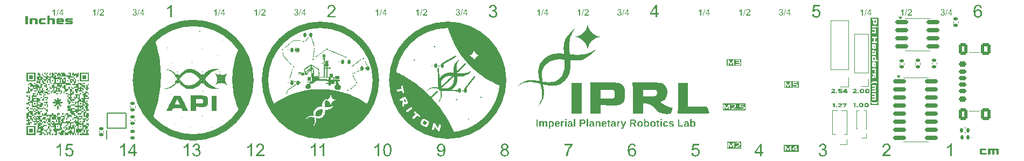
<source format=gto>
G04 #@! TF.GenerationSoftware,KiCad,Pcbnew,9.0.3*
G04 #@! TF.CreationDate,2025-08-19T12:47:57+01:00*
G04 #@! TF.ProjectId,PCB_RULER_IPRL_2025,5043425f-5255-44c4-9552-5f4950524c5f,rev?*
G04 #@! TF.SameCoordinates,Original*
G04 #@! TF.FileFunction,Legend,Top*
G04 #@! TF.FilePolarity,Positive*
%FSLAX46Y46*%
G04 Gerber Fmt 4.6, Leading zero omitted, Abs format (unit mm)*
G04 Created by KiCad (PCBNEW 9.0.3) date 2025-08-19 12:47:57*
%MOMM*%
%LPD*%
G01*
G04 APERTURE LIST*
G04 Aperture macros list*
%AMRoundRect*
0 Rectangle with rounded corners*
0 $1 Rounding radius*
0 $2 $3 $4 $5 $6 $7 $8 $9 X,Y pos of 4 corners*
0 Add a 4 corners polygon primitive as box body*
4,1,4,$2,$3,$4,$5,$6,$7,$8,$9,$2,$3,0*
0 Add four circle primitives for the rounded corners*
1,1,$1+$1,$2,$3*
1,1,$1+$1,$4,$5*
1,1,$1+$1,$6,$7*
1,1,$1+$1,$8,$9*
0 Add four rect primitives between the rounded corners*
20,1,$1+$1,$2,$3,$4,$5,0*
20,1,$1+$1,$4,$5,$6,$7,0*
20,1,$1+$1,$6,$7,$8,$9,0*
20,1,$1+$1,$8,$9,$2,$3,0*%
G04 Aperture macros list end*
%ADD10C,1.000000*%
%ADD11C,0.150000*%
%ADD12C,0.187500*%
%ADD13C,0.250000*%
%ADD14C,0.125000*%
%ADD15C,0.300000*%
%ADD16C,0.220000*%
%ADD17C,0.100000*%
%ADD18C,0.000000*%
%ADD19C,0.120000*%
%ADD20C,0.200000*%
%ADD21C,0.381000*%
%ADD22RoundRect,0.147500X-0.147500X-0.172500X0.147500X-0.172500X0.147500X0.172500X-0.147500X0.172500X0*%
%ADD23RoundRect,0.135000X-0.185000X0.135000X-0.185000X-0.135000X0.185000X-0.135000X0.185000X0.135000X0*%
%ADD24RoundRect,0.175000X0.425000X-0.175000X0.425000X0.175000X-0.425000X0.175000X-0.425000X-0.175000X0*%
%ADD25RoundRect,0.190000X-0.410000X0.190000X-0.410000X-0.190000X0.410000X-0.190000X0.410000X0.190000X0*%
%ADD26RoundRect,0.200000X-0.400000X0.200000X-0.400000X-0.200000X0.400000X-0.200000X0.400000X0.200000X0*%
%ADD27RoundRect,0.175000X-0.425000X0.175000X-0.425000X-0.175000X0.425000X-0.175000X0.425000X0.175000X0*%
%ADD28RoundRect,0.190000X0.410000X-0.190000X0.410000X0.190000X-0.410000X0.190000X-0.410000X-0.190000X0*%
%ADD29RoundRect,0.200000X0.400000X-0.200000X0.400000X0.200000X-0.400000X0.200000X-0.400000X-0.200000X0*%
%ADD30RoundRect,0.250000X0.425000X-0.650000X0.425000X0.650000X-0.425000X0.650000X-0.425000X-0.650000X0*%
%ADD31RoundRect,0.250000X0.500000X-0.650000X0.500000X0.650000X-0.500000X0.650000X-0.500000X-0.650000X0*%
%ADD32C,5.700000*%
%ADD33C,9.200000*%
%ADD34RoundRect,0.150000X-0.850000X-0.150000X0.850000X-0.150000X0.850000X0.150000X-0.850000X0.150000X0*%
%ADD35C,4.700000*%
%ADD36C,7.500000*%
%ADD37RoundRect,0.147500X-0.172500X0.147500X-0.172500X-0.147500X0.172500X-0.147500X0.172500X0.147500X0*%
%ADD38RoundRect,0.135000X0.185000X-0.135000X0.185000X0.135000X-0.185000X0.135000X-0.185000X-0.135000X0*%
%ADD39RoundRect,0.150000X-0.825000X-0.150000X0.825000X-0.150000X0.825000X0.150000X-0.825000X0.150000X0*%
%ADD40RoundRect,0.135000X0.135000X0.185000X-0.135000X0.185000X-0.135000X-0.185000X0.135000X-0.185000X0*%
%ADD41RoundRect,0.147500X0.147500X0.172500X-0.147500X0.172500X-0.147500X-0.172500X0.147500X-0.172500X0*%
%ADD42R,1.000000X1.000000*%
%ADD43C,1.000000*%
%ADD44C,2.600000*%
%ADD45C,3.800000*%
%ADD46R,1.350000X1.350000*%
%ADD47C,1.350000*%
%ADD48RoundRect,0.140000X0.170000X-0.140000X0.170000X0.140000X-0.170000X0.140000X-0.170000X-0.140000X0*%
%ADD49C,3.100000*%
%ADD50R,0.450000X1.425000*%
%ADD51RoundRect,0.140000X-0.170000X0.140000X-0.170000X-0.140000X0.170000X-0.140000X0.170000X0.140000X0*%
%ADD52R,1.700000X1.700000*%
%ADD53C,1.700000*%
%ADD54R,0.850000X0.850000*%
%ADD55C,0.850000*%
%ADD56C,3.600000*%
%ADD57C,5.600000*%
G04 APERTURE END LIST*
D10*
X148713307Y-99800000D02*
G75*
G02*
X131286693Y-99800000I-8713307J0D01*
G01*
X131286693Y-99800000D02*
G75*
G02*
X148713307Y-99800000I8713307J0D01*
G01*
X109000000Y-99800000D02*
G75*
G02*
X91000000Y-99800000I-9000000J0D01*
G01*
X91000000Y-99800000D02*
G75*
G02*
X109000000Y-99800000I9000000J0D01*
G01*
X128713307Y-99800000D02*
G75*
G02*
X111286693Y-99800000I-8713307J0D01*
G01*
X111286693Y-99800000D02*
G75*
G02*
X128713307Y-99800000I8713307J0D01*
G01*
D11*
G36*
X195160134Y-101026111D02*
G01*
X192881204Y-101026111D01*
X192881204Y-100092390D01*
X192992315Y-100092390D01*
X193006298Y-100204314D01*
X193006298Y-100915000D01*
X193190945Y-100915000D01*
X193190945Y-100393175D01*
X193204989Y-100393175D01*
X193260921Y-100514869D01*
X193437203Y-100831041D01*
X193606463Y-100831041D01*
X193782746Y-100514869D01*
X193837334Y-100393175D01*
X193852721Y-100393175D01*
X193852721Y-100915000D01*
X194037369Y-100915000D01*
X194037369Y-100873051D01*
X194205408Y-100873051D01*
X194243876Y-100887705D01*
X194274906Y-100896895D01*
X194327102Y-100906634D01*
X194387819Y-100912635D01*
X194476823Y-100915000D01*
X194794400Y-100915000D01*
X194878823Y-100908704D01*
X194935694Y-100892651D01*
X194981659Y-100865630D01*
X195011226Y-100833178D01*
X195030807Y-100794380D01*
X195042001Y-100752028D01*
X195049023Y-100664590D01*
X195049023Y-100632411D01*
X195044549Y-100576662D01*
X195032100Y-100531205D01*
X195012575Y-100494078D01*
X194986069Y-100463822D01*
X194953610Y-100441514D01*
X194908639Y-100423773D01*
X194847653Y-100411701D01*
X194766434Y-100407158D01*
X194655914Y-100407158D01*
X194505521Y-100411371D01*
X194432065Y-100418332D01*
X194432065Y-100226662D01*
X194980513Y-100226662D01*
X195008478Y-100109181D01*
X195004191Y-100104897D01*
X194979108Y-100098007D01*
X194944660Y-100094102D01*
X194879762Y-100092390D01*
X194247418Y-100092390D01*
X194247418Y-100542834D01*
X194359342Y-100528852D01*
X194753855Y-100528852D01*
X194795725Y-100532858D01*
X194823508Y-100543144D01*
X194841294Y-100558283D01*
X194858485Y-100590085D01*
X194864375Y-100628197D01*
X194864375Y-100681381D01*
X194858092Y-100722753D01*
X194840561Y-100753433D01*
X194822649Y-100767462D01*
X194795420Y-100776982D01*
X194755260Y-100780666D01*
X194537668Y-100778819D01*
X194406908Y-100774377D01*
X194259996Y-100765279D01*
X194205408Y-100873051D01*
X194037369Y-100873051D01*
X194037369Y-100092390D01*
X193848508Y-100092390D01*
X193521162Y-100652011D01*
X193204989Y-100092390D01*
X192992315Y-100092390D01*
X192881204Y-100092390D01*
X192881204Y-99981279D01*
X195160134Y-99981279D01*
X195160134Y-101026111D01*
G37*
G36*
X194708426Y-110629602D02*
G01*
X194388041Y-110629602D01*
X194389445Y-110615619D01*
X194694443Y-110263054D01*
X194708426Y-110263054D01*
X194708426Y-110629602D01*
G37*
G36*
X195191702Y-111026111D02*
G01*
X192835775Y-111026111D01*
X192835775Y-110092390D01*
X192946886Y-110092390D01*
X192960869Y-110204314D01*
X192960869Y-110915000D01*
X193145516Y-110915000D01*
X193145516Y-110393175D01*
X193159560Y-110393175D01*
X193215492Y-110514869D01*
X193391774Y-110831041D01*
X193561034Y-110831041D01*
X193737317Y-110514869D01*
X193791905Y-110393175D01*
X193807292Y-110393175D01*
X193807292Y-110915000D01*
X193991940Y-110915000D01*
X193991940Y-110626793D01*
X194159979Y-110626793D01*
X194159979Y-110629602D01*
X194159979Y-110763935D01*
X194708426Y-110763935D01*
X194708426Y-110915000D01*
X194893074Y-110915000D01*
X194893074Y-110763935D01*
X195080591Y-110763935D01*
X195080591Y-110629602D01*
X194893074Y-110629602D01*
X194893074Y-110092390D01*
X194634299Y-110092390D01*
X194159979Y-110626793D01*
X193991940Y-110626793D01*
X193991940Y-110092390D01*
X193803079Y-110092390D01*
X193475733Y-110652011D01*
X193159560Y-110092390D01*
X192946886Y-110092390D01*
X192835775Y-110092390D01*
X192835775Y-109981279D01*
X195191702Y-109981279D01*
X195191702Y-111026111D01*
G37*
D12*
G36*
X200280173Y-101811250D02*
G01*
X200280173Y-101688472D01*
X200327388Y-101658567D01*
X200399791Y-101614008D01*
X200483734Y-101561526D01*
X200565571Y-101509045D01*
X200631700Y-101463936D01*
X200662712Y-101439365D01*
X200678915Y-101420934D01*
X200688423Y-101401306D01*
X200691509Y-101381046D01*
X200691509Y-101366346D01*
X200688205Y-101347721D01*
X200679419Y-101336487D01*
X200664274Y-101330318D01*
X200632753Y-101327557D01*
X200580271Y-101327557D01*
X200482157Y-101329456D01*
X200411881Y-101334381D01*
X200290706Y-101348531D01*
X200280173Y-101214213D01*
X200337876Y-101204275D01*
X200470637Y-101189575D01*
X200555265Y-101184546D01*
X200653727Y-101182752D01*
X200661100Y-101182752D01*
X200721431Y-101185444D01*
X200767749Y-101192640D01*
X200802700Y-101203222D01*
X200834985Y-101219527D01*
X200858600Y-101238578D01*
X200875103Y-101260375D01*
X200886565Y-101285633D01*
X200893655Y-101314101D01*
X200896123Y-101346425D01*
X200896123Y-101368452D01*
X200891036Y-101415730D01*
X200876592Y-101455025D01*
X200853075Y-101488070D01*
X200805493Y-101531274D01*
X200742937Y-101573067D01*
X200649010Y-101624495D01*
X200581325Y-101660170D01*
X200581325Y-101668551D01*
X200927585Y-101668551D01*
X200927585Y-101811250D01*
X200280173Y-101811250D01*
G37*
G36*
X201138885Y-101811250D02*
G01*
X201097439Y-101806895D01*
X201068740Y-101795444D01*
X201049311Y-101778048D01*
X201037306Y-101754024D01*
X201032914Y-101721032D01*
X201036414Y-101688638D01*
X201045620Y-101666297D01*
X201059659Y-101651240D01*
X201078538Y-101641135D01*
X201104276Y-101634365D01*
X201138885Y-101631823D01*
X201175673Y-101634439D01*
X201201902Y-101641273D01*
X201220172Y-101651240D01*
X201233627Y-101666206D01*
X201242516Y-101688532D01*
X201245909Y-101721032D01*
X201241496Y-101753953D01*
X201229415Y-101777963D01*
X201209824Y-101795386D01*
X201180826Y-101806876D01*
X201138885Y-101811250D01*
G37*
G36*
X201597573Y-101811250D02*
G01*
X201517366Y-101808835D01*
X201465865Y-101802869D01*
X201422684Y-101793044D01*
X201398729Y-101783955D01*
X201371939Y-101769301D01*
X201423367Y-101654904D01*
X201478459Y-101659620D01*
X201589651Y-101664337D01*
X201772787Y-101666444D01*
X201802018Y-101664224D01*
X201820059Y-101658759D01*
X201830489Y-101651240D01*
X201840256Y-101633045D01*
X201844136Y-101602468D01*
X201844136Y-101596148D01*
X201840067Y-101572411D01*
X201828887Y-101556306D01*
X201809715Y-101546767D01*
X201771734Y-101542659D01*
X201497876Y-101542659D01*
X201413933Y-101553146D01*
X201413933Y-101194292D01*
X201920707Y-101194292D01*
X201969380Y-101195577D01*
X201995216Y-101198505D01*
X202014028Y-101203673D01*
X202017244Y-101206886D01*
X201985782Y-101336991D01*
X201616441Y-101336991D01*
X201616441Y-101428261D01*
X201654726Y-101424598D01*
X201716138Y-101421484D01*
X201784328Y-101419881D01*
X201835756Y-101419881D01*
X201896622Y-101423327D01*
X201942349Y-101432486D01*
X201976097Y-101445960D01*
X202000482Y-101462929D01*
X202019990Y-101485806D01*
X202034663Y-101515091D01*
X202044211Y-101552278D01*
X202047698Y-101599308D01*
X202047698Y-101623442D01*
X202045561Y-101659633D01*
X202039271Y-101693738D01*
X202027483Y-101725603D01*
X202008863Y-101754097D01*
X201982877Y-101777273D01*
X201944841Y-101796045D01*
X201899530Y-101807026D01*
X201835756Y-101811250D01*
X201597573Y-101811250D01*
G37*
G36*
X202757986Y-101576227D02*
G01*
X202898579Y-101576227D01*
X202898579Y-101718926D01*
X202757986Y-101718926D01*
X202757986Y-101811250D01*
X202553372Y-101811250D01*
X202553372Y-101718926D01*
X202142036Y-101718926D01*
X202142036Y-101595095D01*
X202160653Y-101574120D01*
X202397026Y-101574120D01*
X202553372Y-101574120D01*
X202553372Y-101385259D01*
X202542885Y-101385259D01*
X202398079Y-101563633D01*
X202397026Y-101574120D01*
X202160653Y-101574120D01*
X202497776Y-101194292D01*
X202757986Y-101194292D01*
X202757986Y-101576227D01*
G37*
D13*
G36*
X207089061Y-97225502D02*
G01*
X207105659Y-97237088D01*
X207116355Y-97256855D01*
X207120505Y-97288450D01*
X207120505Y-97369600D01*
X207117697Y-97454902D01*
X207112037Y-97476530D01*
X207103653Y-97485005D01*
X207064513Y-97489890D01*
X207044912Y-97489890D01*
X207044912Y-97221284D01*
X207064513Y-97221284D01*
X207089061Y-97225502D01*
G37*
G36*
X207089061Y-96257324D02*
G01*
X207105659Y-96268909D01*
X207116355Y-96288676D01*
X207120505Y-96320272D01*
X207120505Y-96362220D01*
X207116964Y-96467184D01*
X207110675Y-96549738D01*
X206888230Y-96549738D01*
X206863163Y-96547459D01*
X206853243Y-96542716D01*
X206848571Y-96532689D01*
X206846282Y-96506324D01*
X206846282Y-96320272D01*
X206850324Y-96287210D01*
X206860265Y-96268492D01*
X206876924Y-96257260D01*
X206902213Y-96253105D01*
X207064513Y-96253105D01*
X207089061Y-96257324D01*
G37*
G36*
X206901904Y-95308970D02*
G01*
X206914792Y-95317899D01*
X206921818Y-95332667D01*
X206924623Y-95357100D01*
X206924623Y-95592123D01*
X206875652Y-95592123D01*
X206849384Y-95590193D01*
X206840664Y-95586505D01*
X206837035Y-95577638D01*
X206835108Y-95550113D01*
X206835108Y-95357100D01*
X206837347Y-95332464D01*
X206842801Y-95317899D01*
X206853832Y-95309005D01*
X206877056Y-95305321D01*
X206901904Y-95308970D01*
G37*
G36*
X207089061Y-94388377D02*
G01*
X207105659Y-94399963D01*
X207116355Y-94419730D01*
X207120505Y-94451325D01*
X207120505Y-94532475D01*
X207117697Y-94617777D01*
X207112037Y-94639405D01*
X207103653Y-94647880D01*
X207064513Y-94652765D01*
X207044912Y-94652765D01*
X207044912Y-94384159D01*
X207064513Y-94384159D01*
X207089061Y-94388377D01*
G37*
G36*
X207300940Y-90689741D02*
G01*
X207295372Y-90732338D01*
X207282072Y-90754099D01*
X207259633Y-90766144D01*
X207222599Y-90770891D01*
X207151280Y-90770891D01*
X207114501Y-90765769D01*
X207092479Y-90752695D01*
X207079625Y-90730016D01*
X207074344Y-90688337D01*
X207074344Y-90398726D01*
X207300940Y-90398726D01*
X207300940Y-90689741D01*
G37*
G36*
X207728129Y-103668937D02*
G01*
X206433075Y-103668937D01*
X206433075Y-103189968D01*
X206558075Y-103189968D01*
X206562885Y-103253950D01*
X206576523Y-103308689D01*
X206598268Y-103355751D01*
X206628051Y-103396353D01*
X206678693Y-103442176D01*
X206741614Y-103479786D01*
X206818988Y-103508949D01*
X206900386Y-103527863D01*
X206991622Y-103539773D01*
X207093883Y-103543937D01*
X207200123Y-103539637D01*
X207290606Y-103527601D01*
X207367374Y-103508949D01*
X207439775Y-103479743D01*
X207497285Y-103442170D01*
X207542252Y-103396353D01*
X207567872Y-103356315D01*
X207586847Y-103309449D01*
X207598868Y-103254507D01*
X207603129Y-103189968D01*
X207533215Y-103166215D01*
X207476489Y-103215858D01*
X207442227Y-103238345D01*
X207396744Y-103259944D01*
X207345061Y-103276859D01*
X207275050Y-103291390D01*
X207197403Y-103300026D01*
X207093883Y-103303297D01*
X206956654Y-103297997D01*
X206860936Y-103284429D01*
X206777302Y-103261328D01*
X206718237Y-103234787D01*
X206667806Y-103201527D01*
X206628051Y-103166215D01*
X206558075Y-103189968D01*
X206433075Y-103189968D01*
X206433075Y-102095699D01*
X206670000Y-102095699D01*
X207089731Y-102095699D01*
X207108110Y-102098097D01*
X207115560Y-102103393D01*
X207118900Y-102113518D01*
X207120505Y-102137709D01*
X207120505Y-102209028D01*
X207116355Y-102240623D01*
X207105659Y-102260390D01*
X207089061Y-102271976D01*
X207064513Y-102276195D01*
X206670000Y-102276195D01*
X206670000Y-102536435D01*
X207089731Y-102536435D01*
X207106921Y-102538930D01*
X207114888Y-102544801D01*
X207118788Y-102555120D01*
X207120505Y-102575575D01*
X207120505Y-102653916D01*
X207116355Y-102685512D01*
X207105659Y-102705279D01*
X207089061Y-102716864D01*
X207064513Y-102721083D01*
X206670000Y-102721083D01*
X206670000Y-102977110D01*
X207117697Y-102977110D01*
X207168743Y-102973569D01*
X207198297Y-102967049D01*
X207228217Y-102953968D01*
X207254389Y-102933298D01*
X207277187Y-102900113D01*
X207291219Y-102857853D01*
X207296788Y-102792463D01*
X207296788Y-102722487D01*
X207291842Y-102609830D01*
X207285528Y-102567894D01*
X207277859Y-102537779D01*
X207256182Y-102486060D01*
X207272747Y-102464356D01*
X207286285Y-102430068D01*
X207294139Y-102391784D01*
X207296788Y-102351727D01*
X207296788Y-102276195D01*
X207291842Y-102166346D01*
X207279996Y-102074755D01*
X207296788Y-102039767D01*
X207296788Y-101836924D01*
X206670000Y-101836924D01*
X206670000Y-102095699D01*
X206433075Y-102095699D01*
X206433075Y-100794373D01*
X206670000Y-100794373D01*
X207089731Y-100794373D01*
X207108110Y-100796771D01*
X207115560Y-100802067D01*
X207118900Y-100812192D01*
X207120505Y-100836383D01*
X207120505Y-100907702D01*
X207116355Y-100939298D01*
X207105659Y-100959064D01*
X207089061Y-100970650D01*
X207064513Y-100974869D01*
X206670000Y-100974869D01*
X206670000Y-101235109D01*
X207089731Y-101235109D01*
X207106921Y-101237604D01*
X207114888Y-101243475D01*
X207118788Y-101253794D01*
X207120505Y-101274249D01*
X207120505Y-101352590D01*
X207116355Y-101384186D01*
X207105659Y-101403953D01*
X207089061Y-101415538D01*
X207064513Y-101419757D01*
X206670000Y-101419757D01*
X206670000Y-101675785D01*
X207117697Y-101675785D01*
X207168743Y-101672243D01*
X207198297Y-101665723D01*
X207228217Y-101652643D01*
X207254389Y-101631972D01*
X207277187Y-101598787D01*
X207291219Y-101556528D01*
X207296788Y-101491137D01*
X207296788Y-101421161D01*
X207291842Y-101308504D01*
X207285528Y-101266568D01*
X207277859Y-101236453D01*
X207256182Y-101184734D01*
X207272747Y-101163030D01*
X207286285Y-101128742D01*
X207294139Y-101090458D01*
X207296788Y-101050401D01*
X207296788Y-100974869D01*
X207291842Y-100865020D01*
X207279996Y-100773429D01*
X207296788Y-100738442D01*
X207296788Y-100535598D01*
X206670000Y-100535598D01*
X206670000Y-100794373D01*
X206433075Y-100794373D01*
X206433075Y-100315718D01*
X206558075Y-100315718D01*
X206628051Y-100339471D01*
X206667806Y-100304160D01*
X206718237Y-100270900D01*
X206777302Y-100244358D01*
X206860936Y-100221257D01*
X206956654Y-100207690D01*
X207093883Y-100202390D01*
X207197403Y-100205643D01*
X207275050Y-100214235D01*
X207345061Y-100228814D01*
X207396744Y-100245743D01*
X207442227Y-100267341D01*
X207476489Y-100289829D01*
X207533215Y-100339471D01*
X207603129Y-100315718D01*
X207598868Y-100251179D01*
X207586847Y-100196238D01*
X207567872Y-100149371D01*
X207542252Y-100109333D01*
X207497286Y-100063511D01*
X207439776Y-100025917D01*
X207367374Y-99996676D01*
X207290609Y-99978058D01*
X207200126Y-99966043D01*
X207093883Y-99961749D01*
X206991620Y-99965907D01*
X206900383Y-99977795D01*
X206818988Y-99996676D01*
X206741613Y-100025875D01*
X206678692Y-100063505D01*
X206628051Y-100109333D01*
X206598268Y-100149935D01*
X206576523Y-100196997D01*
X206562885Y-100251737D01*
X206558075Y-100315718D01*
X206433075Y-100315718D01*
X206433075Y-98833531D01*
X206670000Y-98833531D01*
X206670000Y-99258818D01*
X206673670Y-99324289D01*
X206683133Y-99370262D01*
X206696561Y-99401517D01*
X206716780Y-99428512D01*
X206739714Y-99447232D01*
X206765804Y-99458853D01*
X206809695Y-99468235D01*
X206858860Y-99471493D01*
X206885422Y-99471493D01*
X206940081Y-99465266D01*
X206983534Y-99447846D01*
X207018351Y-99419713D01*
X207043219Y-99382210D01*
X207059715Y-99330143D01*
X207065917Y-99258818D01*
X207065917Y-98969207D01*
X207068430Y-98937671D01*
X207073611Y-98925122D01*
X207083192Y-98918612D01*
X207099501Y-98916085D01*
X207115809Y-98918612D01*
X207125390Y-98925122D01*
X207130571Y-98937671D01*
X207133084Y-98969207D01*
X207133084Y-99068553D01*
X207128138Y-99316887D01*
X207119101Y-99429483D01*
X207267356Y-99443466D01*
X207275326Y-99437703D01*
X207286957Y-99408478D01*
X207293783Y-99367439D01*
X207296788Y-99289593D01*
X207296788Y-98875479D01*
X207293281Y-98812933D01*
X207284116Y-98767615D01*
X207270898Y-98735589D01*
X207251071Y-98707607D01*
X207228347Y-98687965D01*
X207202327Y-98675444D01*
X207158207Y-98665082D01*
X207107866Y-98661461D01*
X207079900Y-98661461D01*
X207030157Y-98665637D01*
X206992219Y-98676942D01*
X206963478Y-98694235D01*
X206942086Y-98717393D01*
X206921892Y-98756647D01*
X206908556Y-98808237D01*
X206903618Y-98875479D01*
X206903618Y-99159473D01*
X206901622Y-99188850D01*
X206897329Y-99202154D01*
X206888035Y-99209519D01*
X206867287Y-99212657D01*
X206849753Y-99210064D01*
X206839993Y-99203558D01*
X206834812Y-99191009D01*
X206832299Y-99159473D01*
X206832299Y-99060188D01*
X206837184Y-98817411D01*
X206846282Y-98717393D01*
X206699370Y-98661461D01*
X206691576Y-98667673D01*
X206679769Y-98700601D01*
X206672982Y-98746601D01*
X206670000Y-98833531D01*
X206433075Y-98833531D01*
X206433075Y-98159237D01*
X206670000Y-98159237D01*
X207060300Y-98159237D01*
X207089358Y-98162155D01*
X207107572Y-98169497D01*
X207118368Y-98180181D01*
X207127939Y-98203939D01*
X207131680Y-98240387D01*
X207131680Y-98255774D01*
X207127944Y-98312138D01*
X207116964Y-98364890D01*
X207085518Y-98455137D01*
X207058956Y-98507588D01*
X207240795Y-98577503D01*
X207264609Y-98536226D01*
X207280036Y-98500545D01*
X207296055Y-98450191D01*
X207306860Y-98394764D01*
X207310771Y-98327093D01*
X207305533Y-98257251D01*
X207291102Y-98201254D01*
X207268761Y-98156428D01*
X207296788Y-98103244D01*
X207296788Y-97904614D01*
X206670000Y-97904614D01*
X206670000Y-98159237D01*
X206433075Y-98159237D01*
X206433075Y-97190509D01*
X206670000Y-97190509D01*
X206670000Y-97488546D01*
X206672624Y-97591418D01*
X206679098Y-97657074D01*
X206690197Y-97711830D01*
X206700774Y-97740300D01*
X206714943Y-97759216D01*
X206727336Y-97764113D01*
X206860265Y-97680155D01*
X206851167Y-97538860D01*
X206846282Y-97331803D01*
X206846282Y-97288450D01*
X206850484Y-97256118D01*
X206861223Y-97236262D01*
X206877770Y-97224945D01*
X206902213Y-97221284D01*
X206923218Y-97221284D01*
X206916196Y-97312936D01*
X206911049Y-97489890D01*
X206910640Y-97503934D01*
X206910640Y-97748726D01*
X207089731Y-97748726D01*
X207148795Y-97743065D01*
X207198114Y-97727049D01*
X207226223Y-97709244D01*
X207250413Y-97683206D01*
X207270898Y-97647304D01*
X207284176Y-97607569D01*
X207293323Y-97553120D01*
X207296788Y-97480120D01*
X207296788Y-97190509D01*
X207293008Y-97129206D01*
X207282951Y-97083198D01*
X207268089Y-97049214D01*
X207246389Y-97019303D01*
X207221315Y-96997001D01*
X207192496Y-96981376D01*
X207144033Y-96967344D01*
X207089731Y-96962508D01*
X206878461Y-96962508D01*
X206819189Y-96967277D01*
X206770017Y-96980643D01*
X206741435Y-96995987D01*
X206717091Y-97018255D01*
X206696561Y-97048482D01*
X206682827Y-97082772D01*
X206673504Y-97129060D01*
X206670000Y-97190509D01*
X206433075Y-97190509D01*
X206433075Y-96206943D01*
X206670000Y-96206943D01*
X206670000Y-96248953D01*
X206671764Y-96320272D01*
X206672541Y-96351673D01*
X206679098Y-96424502D01*
X206697965Y-96551142D01*
X206670000Y-96605669D01*
X206670000Y-96808513D01*
X207556967Y-96808513D01*
X207556967Y-96549738D01*
X207281400Y-96549738D01*
X207291170Y-96435676D01*
X207296788Y-96250296D01*
X207296788Y-96206943D01*
X207292765Y-96145699D01*
X207282180Y-96101042D01*
X207266685Y-96069129D01*
X207244232Y-96041747D01*
X207218722Y-96021989D01*
X207189687Y-96008984D01*
X207141764Y-95998064D01*
X207089731Y-95994330D01*
X206878461Y-95994330D01*
X206820247Y-95998185D01*
X206771421Y-96008984D01*
X206742589Y-96022072D01*
X206718064Y-96041837D01*
X206697294Y-96069129D01*
X206683315Y-96100821D01*
X206673678Y-96145471D01*
X206670000Y-96206943D01*
X206433075Y-96206943D01*
X206433075Y-95275950D01*
X206670000Y-95275950D01*
X206670000Y-95317899D01*
X206671187Y-95357100D01*
X206672800Y-95410369D01*
X206680502Y-95486488D01*
X206697965Y-95593527D01*
X206670000Y-95648054D01*
X206670000Y-95846746D01*
X207089731Y-95846746D01*
X207147668Y-95841973D01*
X207196038Y-95828550D01*
X207224282Y-95813308D01*
X207248639Y-95791255D01*
X207269494Y-95761383D01*
X207283596Y-95727503D01*
X207293179Y-95681497D01*
X207296788Y-95620088D01*
X207296788Y-95480198D01*
X207291842Y-95285720D01*
X207285431Y-95204999D01*
X207277859Y-95151386D01*
X207265336Y-95110555D01*
X207254778Y-95102477D01*
X207106523Y-95117864D01*
X207115560Y-95219958D01*
X207120505Y-95454980D01*
X207120505Y-95524956D01*
X207117657Y-95558243D01*
X207111052Y-95575750D01*
X207102309Y-95583696D01*
X207083710Y-95590028D01*
X207064513Y-95592123D01*
X207042165Y-95592123D01*
X207053339Y-95468963D01*
X207058956Y-95319303D01*
X207058956Y-95275950D01*
X207052975Y-95197546D01*
X207037273Y-95141294D01*
X207014138Y-95101744D01*
X206989910Y-95078694D01*
X206958946Y-95061570D01*
X206919693Y-95050511D01*
X206870034Y-95046484D01*
X206815566Y-95050483D01*
X206773346Y-95061333D01*
X206740857Y-95077842D01*
X206716161Y-95099607D01*
X206692506Y-95138075D01*
X206676261Y-95194722D01*
X206670000Y-95275950D01*
X206433075Y-95275950D01*
X206433075Y-94353384D01*
X206670000Y-94353384D01*
X206670000Y-94651421D01*
X206672624Y-94754293D01*
X206679098Y-94819949D01*
X206690197Y-94874705D01*
X206700774Y-94903175D01*
X206714943Y-94922091D01*
X206727336Y-94926988D01*
X206860265Y-94843030D01*
X206851167Y-94701735D01*
X206846282Y-94494678D01*
X206846282Y-94451325D01*
X206850484Y-94418993D01*
X206861223Y-94399137D01*
X206877770Y-94387820D01*
X206902213Y-94384159D01*
X206923218Y-94384159D01*
X206916196Y-94475811D01*
X206911049Y-94652765D01*
X206910640Y-94666809D01*
X206910640Y-94911601D01*
X207089731Y-94911601D01*
X207148795Y-94905940D01*
X207198114Y-94889924D01*
X207226223Y-94872119D01*
X207250413Y-94846081D01*
X207270898Y-94810179D01*
X207284176Y-94770444D01*
X207293323Y-94715995D01*
X207296788Y-94642995D01*
X207296788Y-94353384D01*
X207293008Y-94292081D01*
X207282951Y-94246074D01*
X207268089Y-94212090D01*
X207246389Y-94182179D01*
X207221315Y-94159876D01*
X207192496Y-94144251D01*
X207144033Y-94130219D01*
X207089731Y-94125383D01*
X206878461Y-94125383D01*
X206819189Y-94130152D01*
X206770017Y-94143518D01*
X206741435Y-94158862D01*
X206717091Y-94181130D01*
X206696561Y-94211357D01*
X206682827Y-94245647D01*
X206673504Y-94291935D01*
X206670000Y-94353384D01*
X206433075Y-94353384D01*
X206433075Y-93239576D01*
X206670000Y-93239576D01*
X206988981Y-93239576D01*
X206988981Y-93674694D01*
X206670000Y-93674694D01*
X206670000Y-93943300D01*
X207492609Y-93943300D01*
X207492609Y-93674694D01*
X207179246Y-93674694D01*
X207179246Y-93239576D01*
X207492609Y-93239576D01*
X207492609Y-92969565D01*
X206670000Y-92969565D01*
X206670000Y-93239576D01*
X206433075Y-93239576D01*
X206433075Y-91920542D01*
X206670000Y-91920542D01*
X207089731Y-91920542D01*
X207108110Y-91922940D01*
X207115560Y-91928236D01*
X207118900Y-91938361D01*
X207120505Y-91962552D01*
X207120505Y-92150008D01*
X207116355Y-92181604D01*
X207105659Y-92201371D01*
X207089061Y-92212956D01*
X207064513Y-92217175D01*
X206670000Y-92217175D01*
X206670000Y-92473203D01*
X207117697Y-92473203D01*
X207168743Y-92469661D01*
X207198297Y-92463141D01*
X207228217Y-92450061D01*
X207254389Y-92429390D01*
X207277187Y-92396205D01*
X207291217Y-92353939D01*
X207296788Y-92288494D01*
X207296788Y-92218579D01*
X207294758Y-92144620D01*
X207288361Y-92062569D01*
X207268761Y-91920542D01*
X207296788Y-91864610D01*
X207296788Y-91661767D01*
X206670000Y-91661767D01*
X206670000Y-91920542D01*
X206433075Y-91920542D01*
X206433075Y-91477608D01*
X206670000Y-91477608D01*
X207296788Y-91477608D01*
X207296788Y-91351700D01*
X207356933Y-91351700D01*
X207362764Y-91407621D01*
X207378084Y-91446285D01*
X207401315Y-91472407D01*
X207433328Y-91488515D01*
X207477222Y-91494399D01*
X207520556Y-91489875D01*
X207550324Y-91478022D01*
X207570279Y-91460083D01*
X207583568Y-91435723D01*
X207592679Y-91400751D01*
X207596168Y-91351700D01*
X207592779Y-91305555D01*
X207583751Y-91271237D01*
X207570279Y-91246065D01*
X207550202Y-91227347D01*
X207520415Y-91215072D01*
X207477222Y-91210406D01*
X207433233Y-91216261D01*
X207401201Y-91232268D01*
X207378007Y-91258173D01*
X207362738Y-91296438D01*
X207356933Y-91351700D01*
X207296788Y-91351700D01*
X207296788Y-91222984D01*
X206670000Y-91222984D01*
X206670000Y-91477608D01*
X206433075Y-91477608D01*
X206433075Y-90125907D01*
X206670000Y-90125907D01*
X206670000Y-90398726D01*
X206895252Y-90398726D01*
X206888230Y-90512726D01*
X206884078Y-90677102D01*
X206884078Y-90688337D01*
X206884078Y-90773639D01*
X206888583Y-90846063D01*
X206900579Y-90900512D01*
X206918333Y-90940823D01*
X206944272Y-90976163D01*
X206974413Y-91002380D01*
X207009253Y-91020568D01*
X207067771Y-91036690D01*
X207133084Y-91042245D01*
X207243604Y-91042245D01*
X207293236Y-91039923D01*
X207339408Y-91033147D01*
X207382271Y-91019108D01*
X207419153Y-90995411D01*
X207448910Y-90961343D01*
X207473742Y-90910048D01*
X207488332Y-90848507D01*
X207494014Y-90759656D01*
X207494014Y-90111924D01*
X207380685Y-90125907D01*
X206670000Y-90125907D01*
X206433075Y-90125907D01*
X206433075Y-89986924D01*
X207728129Y-89986924D01*
X207728129Y-103668937D01*
G37*
D14*
G36*
X203908601Y-104011250D02*
G01*
X203908601Y-103536991D01*
X203782709Y-103546425D01*
X203775336Y-103415266D01*
X204110055Y-103383805D01*
X204110055Y-104011250D01*
X203908601Y-104011250D01*
G37*
G36*
X204383913Y-104011250D02*
G01*
X204342466Y-104006895D01*
X204313767Y-103995444D01*
X204294339Y-103978048D01*
X204282333Y-103954024D01*
X204277942Y-103921032D01*
X204281442Y-103888638D01*
X204290647Y-103866297D01*
X204304686Y-103851240D01*
X204323565Y-103841135D01*
X204349303Y-103834365D01*
X204383913Y-103831823D01*
X204420701Y-103834439D01*
X204446930Y-103841273D01*
X204465200Y-103851240D01*
X204478654Y-103866206D01*
X204487544Y-103888532D01*
X204490937Y-103921032D01*
X204486524Y-103953953D01*
X204474442Y-103977963D01*
X204454851Y-103995386D01*
X204425853Y-104006876D01*
X204383913Y-104011250D01*
G37*
G36*
X205158781Y-103398174D02*
G01*
X205208535Y-103408559D01*
X205245834Y-103423979D01*
X205273308Y-103443614D01*
X205295066Y-103469738D01*
X205311548Y-103503537D01*
X205322336Y-103546846D01*
X205326293Y-103602021D01*
X205326293Y-103802468D01*
X205322313Y-103857552D01*
X205311440Y-103900956D01*
X205294790Y-103934983D01*
X205272758Y-103961424D01*
X205245006Y-103981332D01*
X205207632Y-103996904D01*
X205158114Y-104007355D01*
X205093377Y-104011250D01*
X204892930Y-104011250D01*
X204828220Y-104007364D01*
X204778587Y-103996926D01*
X204741009Y-103981353D01*
X204712999Y-103961424D01*
X204690737Y-103934947D01*
X204673934Y-103900904D01*
X204662972Y-103857511D01*
X204658961Y-103802468D01*
X204658961Y-103610447D01*
X204860415Y-103610447D01*
X204860415Y-103794041D01*
X204865108Y-103826784D01*
X204877726Y-103849133D01*
X204890615Y-103859355D01*
X204908733Y-103866042D01*
X204933871Y-103868551D01*
X205053489Y-103868551D01*
X205078561Y-103865960D01*
X205096276Y-103859099D01*
X205108581Y-103848630D01*
X205120455Y-103826044D01*
X205124839Y-103794041D01*
X205124839Y-103610447D01*
X205120519Y-103581875D01*
X205108032Y-103558515D01*
X205095313Y-103547044D01*
X205077692Y-103539710D01*
X205053489Y-103536991D01*
X204933871Y-103536991D01*
X204909495Y-103539516D01*
X204891469Y-103546332D01*
X204878230Y-103556912D01*
X204865137Y-103579464D01*
X204860415Y-103610447D01*
X204658961Y-103610447D01*
X204658961Y-103602021D01*
X204662949Y-103546888D01*
X204673827Y-103503590D01*
X204690462Y-103469774D01*
X204712450Y-103443614D01*
X204740179Y-103423958D01*
X204777684Y-103408538D01*
X204827553Y-103398164D01*
X204892930Y-103394292D01*
X205093377Y-103394292D01*
X205158781Y-103398174D01*
G37*
G36*
X205994092Y-103398174D02*
G01*
X206043846Y-103408559D01*
X206081145Y-103423979D01*
X206108618Y-103443614D01*
X206130376Y-103469738D01*
X206146858Y-103503537D01*
X206157647Y-103546846D01*
X206161604Y-103602021D01*
X206161604Y-103802468D01*
X206157624Y-103857552D01*
X206146751Y-103900956D01*
X206130101Y-103934983D01*
X206108069Y-103961424D01*
X206080316Y-103981332D01*
X206042943Y-103996904D01*
X205993424Y-104007355D01*
X205928688Y-104011250D01*
X205728241Y-104011250D01*
X205663530Y-104007364D01*
X205613897Y-103996926D01*
X205576319Y-103981353D01*
X205548310Y-103961424D01*
X205526047Y-103934947D01*
X205509245Y-103900904D01*
X205498282Y-103857511D01*
X205494271Y-103802468D01*
X205494271Y-103610447D01*
X205695726Y-103610447D01*
X205695726Y-103794041D01*
X205700419Y-103826784D01*
X205713036Y-103849133D01*
X205725925Y-103859355D01*
X205744043Y-103866042D01*
X205769182Y-103868551D01*
X205888800Y-103868551D01*
X205913871Y-103865960D01*
X205931586Y-103859099D01*
X205943892Y-103848630D01*
X205955766Y-103826044D01*
X205960149Y-103794041D01*
X205960149Y-103610447D01*
X205955829Y-103581875D01*
X205943342Y-103558515D01*
X205930623Y-103547044D01*
X205913003Y-103539710D01*
X205888800Y-103536991D01*
X205769182Y-103536991D01*
X205744805Y-103539516D01*
X205726779Y-103546332D01*
X205713540Y-103556912D01*
X205700448Y-103579464D01*
X205695726Y-103610447D01*
X205494271Y-103610447D01*
X205494271Y-103602021D01*
X205498259Y-103546888D01*
X205509138Y-103503590D01*
X205525772Y-103469774D01*
X205547760Y-103443614D01*
X205575490Y-103423958D01*
X205612994Y-103408538D01*
X205662864Y-103398164D01*
X205728241Y-103394292D01*
X205928688Y-103394292D01*
X205994092Y-103398174D01*
G37*
D11*
G36*
X186817147Y-104526111D02*
G01*
X183224191Y-104526111D01*
X183224191Y-103592390D01*
X183335302Y-103592390D01*
X183349285Y-103704314D01*
X183349285Y-104415000D01*
X183533932Y-104415000D01*
X183533932Y-103893175D01*
X183547976Y-103893175D01*
X183603908Y-104014869D01*
X183780190Y-104331041D01*
X183949450Y-104331041D01*
X184125733Y-104014869D01*
X184180321Y-103893175D01*
X184195708Y-103893175D01*
X184195708Y-104415000D01*
X184380356Y-104415000D01*
X184380356Y-103611990D01*
X184548395Y-103611990D01*
X184562439Y-103739302D01*
X184656839Y-103728799D01*
X184801614Y-103716892D01*
X184963913Y-103711275D01*
X185005923Y-103711275D01*
X185048534Y-103714337D01*
X185078191Y-103722255D01*
X185098247Y-103733684D01*
X185119263Y-103759279D01*
X185126212Y-103791020D01*
X185126212Y-103818986D01*
X185121991Y-103850751D01*
X185108688Y-103884077D01*
X185086122Y-103915564D01*
X185046467Y-103951915D01*
X184963241Y-104011388D01*
X184849180Y-104086920D01*
X184728158Y-104164590D01*
X184620447Y-104233161D01*
X184548395Y-104279323D01*
X184548395Y-104415000D01*
X185354274Y-104415000D01*
X185354274Y-104324080D01*
X185494409Y-104324080D01*
X185497515Y-104355840D01*
X185505726Y-104378360D01*
X185518161Y-104394056D01*
X185546520Y-104409055D01*
X185593754Y-104415000D01*
X185642087Y-104408827D01*
X185670630Y-104393323D01*
X185683186Y-104377250D01*
X185684724Y-104373051D01*
X185862421Y-104373051D01*
X185900890Y-104387705D01*
X185931919Y-104396895D01*
X185984115Y-104406634D01*
X186044833Y-104412635D01*
X186133836Y-104415000D01*
X186451413Y-104415000D01*
X186535836Y-104408704D01*
X186592708Y-104392651D01*
X186638673Y-104365630D01*
X186668240Y-104333178D01*
X186687821Y-104294380D01*
X186699014Y-104252028D01*
X186706036Y-104164590D01*
X186706036Y-104132411D01*
X186701562Y-104076662D01*
X186689113Y-104031205D01*
X186669588Y-103994078D01*
X186643083Y-103963822D01*
X186610623Y-103941514D01*
X186565652Y-103923773D01*
X186504666Y-103911701D01*
X186423447Y-103907158D01*
X186312927Y-103907158D01*
X186162535Y-103911371D01*
X186089079Y-103918332D01*
X186089079Y-103726662D01*
X186637526Y-103726662D01*
X186665492Y-103609181D01*
X186661204Y-103604897D01*
X186636122Y-103598007D01*
X186601674Y-103594102D01*
X186536776Y-103592390D01*
X185904431Y-103592390D01*
X185904431Y-104042834D01*
X186016356Y-104028852D01*
X186410869Y-104028852D01*
X186452738Y-104032858D01*
X186480522Y-104043144D01*
X186498308Y-104058283D01*
X186515498Y-104090085D01*
X186521389Y-104128197D01*
X186521389Y-104181381D01*
X186515106Y-104222753D01*
X186497575Y-104253433D01*
X186479663Y-104267462D01*
X186452434Y-104276982D01*
X186412273Y-104280666D01*
X186194681Y-104278819D01*
X186063922Y-104274377D01*
X185917010Y-104265279D01*
X185862421Y-104373051D01*
X185684724Y-104373051D01*
X185691379Y-104354875D01*
X185694443Y-104324080D01*
X185691281Y-104291363D01*
X185683013Y-104268728D01*
X185670630Y-104253433D01*
X185642227Y-104238931D01*
X185593754Y-104233100D01*
X185545333Y-104238958D01*
X185517490Y-104253433D01*
X185505524Y-104268660D01*
X185497490Y-104291287D01*
X185494409Y-104324080D01*
X185354274Y-104324080D01*
X185354274Y-104280666D01*
X184794653Y-104280666D01*
X184794653Y-104269492D01*
X184910058Y-104205867D01*
X185108016Y-104097423D01*
X185177237Y-104053423D01*
X185228148Y-104010340D01*
X185264026Y-103968035D01*
X185291363Y-103920104D01*
X185307100Y-103872597D01*
X185312264Y-103824603D01*
X185312264Y-103795233D01*
X185309874Y-103758719D01*
X185302495Y-103720373D01*
X185288188Y-103683837D01*
X185264026Y-103649726D01*
X185230659Y-103621463D01*
X185182144Y-103597274D01*
X185124348Y-103582676D01*
X185040911Y-103577002D01*
X185001710Y-103577002D01*
X184814192Y-103582620D01*
X184656106Y-103596603D01*
X184548395Y-103611990D01*
X184380356Y-103611990D01*
X184380356Y-103592390D01*
X184191495Y-103592390D01*
X183864149Y-104152011D01*
X183547976Y-103592390D01*
X183335302Y-103592390D01*
X183224191Y-103592390D01*
X183224191Y-103465891D01*
X186817147Y-103465891D01*
X186817147Y-104526111D01*
G37*
D15*
G36*
X223946964Y-111495000D02*
G01*
X223854791Y-111489742D01*
X223785359Y-111475758D01*
X223733923Y-111455157D01*
X223688583Y-111424362D01*
X223655181Y-111387846D01*
X223632165Y-111344973D01*
X223612116Y-111271215D01*
X223604963Y-111182308D01*
X223604963Y-110865403D01*
X223612217Y-110783950D01*
X223633265Y-110711255D01*
X223656702Y-110668027D01*
X223690156Y-110630415D01*
X223735022Y-110597865D01*
X223785998Y-110575572D01*
X223855009Y-110560487D01*
X223946964Y-110554817D01*
X224215601Y-110554817D01*
X224440899Y-110561092D01*
X224570241Y-110575883D01*
X224670381Y-110600922D01*
X224698285Y-110617832D01*
X224635271Y-110840215D01*
X224475811Y-110827667D01*
X224221920Y-110819241D01*
X224093876Y-110819241D01*
X224044293Y-110825328D01*
X224016207Y-110840307D01*
X223999359Y-110865295D01*
X223993126Y-110903230D01*
X223993126Y-111146679D01*
X223998862Y-111184817D01*
X224014100Y-111209602D01*
X224040969Y-111224318D01*
X224093876Y-111230576D01*
X224200946Y-111230576D01*
X224468483Y-111223249D01*
X224633164Y-111209602D01*
X224759102Y-111408995D01*
X224752328Y-111423906D01*
X224724262Y-111442638D01*
X224655238Y-111466698D01*
X224538652Y-111486696D01*
X224345751Y-111495000D01*
X223946964Y-111495000D01*
G37*
G36*
X224906747Y-111495000D02*
G01*
X224906747Y-110554817D01*
X225211012Y-110554817D01*
X225263494Y-110580005D01*
X225400881Y-110562236D01*
X225565653Y-110554817D01*
X225678951Y-110554817D01*
X225739037Y-110558790D01*
X225796462Y-110570571D01*
X225847896Y-110590878D01*
X225880451Y-110615725D01*
X225958029Y-110583210D01*
X226003202Y-110571707D01*
X226066106Y-110562236D01*
X226235092Y-110554817D01*
X226340055Y-110554817D01*
X226438141Y-110563171D01*
X226501530Y-110584218D01*
X226551308Y-110618415D01*
X226582314Y-110657674D01*
X226601934Y-110702553D01*
X226611714Y-110746884D01*
X226617027Y-110823454D01*
X226617027Y-111495000D01*
X226232985Y-111495000D01*
X226232985Y-110903230D01*
X226226657Y-110866407D01*
X226209279Y-110841510D01*
X226179629Y-110825467D01*
X226132235Y-110819241D01*
X226014724Y-110819241D01*
X225984041Y-110821816D01*
X225968562Y-110827667D01*
X225959756Y-110839618D01*
X225956014Y-110865403D01*
X225956014Y-111495000D01*
X225565653Y-111495000D01*
X225565653Y-110903230D01*
X225559325Y-110866407D01*
X225541946Y-110841510D01*
X225512296Y-110825467D01*
X225464903Y-110819241D01*
X225357924Y-110819241D01*
X225321638Y-110821649D01*
X225306450Y-110826659D01*
X225298506Y-110837834D01*
X225294910Y-110865403D01*
X225294910Y-111495000D01*
X224906747Y-111495000D01*
G37*
D14*
G36*
X200631699Y-104061250D02*
G01*
X200631699Y-103586991D01*
X200505807Y-103596425D01*
X200498434Y-103465266D01*
X200833153Y-103433805D01*
X200833153Y-104061250D01*
X200631699Y-104061250D01*
G37*
G36*
X201107011Y-104061250D02*
G01*
X201065564Y-104056895D01*
X201036865Y-104045444D01*
X201017437Y-104028048D01*
X201005431Y-104004024D01*
X201001040Y-103971032D01*
X201004540Y-103938638D01*
X201013745Y-103916297D01*
X201027784Y-103901240D01*
X201046663Y-103891135D01*
X201072401Y-103884365D01*
X201107011Y-103881823D01*
X201143799Y-103884439D01*
X201170028Y-103891273D01*
X201188298Y-103901240D01*
X201201752Y-103916206D01*
X201210642Y-103938532D01*
X201214035Y-103971032D01*
X201209622Y-104003953D01*
X201197540Y-104027963D01*
X201177949Y-104045386D01*
X201148951Y-104056876D01*
X201107011Y-104061250D01*
G37*
G36*
X201340064Y-104061250D02*
G01*
X201340064Y-103938472D01*
X201387279Y-103908567D01*
X201459682Y-103864008D01*
X201543625Y-103811526D01*
X201625462Y-103759045D01*
X201691591Y-103713936D01*
X201722603Y-103689365D01*
X201738806Y-103670934D01*
X201748314Y-103651306D01*
X201751400Y-103631046D01*
X201751400Y-103616346D01*
X201748096Y-103597721D01*
X201739310Y-103586487D01*
X201724165Y-103580318D01*
X201692644Y-103577557D01*
X201640162Y-103577557D01*
X201542048Y-103579456D01*
X201471772Y-103584381D01*
X201350597Y-103598531D01*
X201340064Y-103464213D01*
X201397767Y-103454275D01*
X201530528Y-103439575D01*
X201615156Y-103434546D01*
X201713618Y-103432752D01*
X201720991Y-103432752D01*
X201781322Y-103435444D01*
X201827640Y-103442640D01*
X201862591Y-103453222D01*
X201894876Y-103469527D01*
X201918491Y-103488578D01*
X201934994Y-103510375D01*
X201946456Y-103535633D01*
X201953546Y-103564101D01*
X201956014Y-103596425D01*
X201956014Y-103618452D01*
X201950927Y-103665730D01*
X201936483Y-103705025D01*
X201912966Y-103738070D01*
X201865384Y-103781274D01*
X201802828Y-103823067D01*
X201708901Y-103874495D01*
X201641216Y-103910170D01*
X201641216Y-103918551D01*
X201987476Y-103918551D01*
X201987476Y-104061250D01*
X201340064Y-104061250D01*
G37*
G36*
X202152614Y-104061250D02*
G01*
X202181969Y-103998281D01*
X202463200Y-103599585D01*
X202463200Y-103589098D01*
X202029837Y-103589098D01*
X202029837Y-103444292D01*
X202701382Y-103444292D01*
X202701382Y-103546050D01*
X202375043Y-104061250D01*
X202152614Y-104061250D01*
G37*
D15*
G36*
X73617886Y-90995000D02*
G01*
X73617886Y-89761085D01*
X74020795Y-89761085D01*
X74020795Y-90995000D01*
X73617886Y-90995000D01*
G37*
G36*
X74314528Y-90995000D02*
G01*
X74314528Y-90054817D01*
X74618793Y-90054817D01*
X74702691Y-90096857D01*
X74915731Y-90067457D01*
X75038807Y-90057862D01*
X75149747Y-90054817D01*
X75254618Y-90054817D01*
X75352785Y-90063173D01*
X75416185Y-90084218D01*
X75465962Y-90118415D01*
X75496968Y-90157674D01*
X75516589Y-90202553D01*
X75526369Y-90246884D01*
X75531681Y-90323454D01*
X75531681Y-90995000D01*
X75147640Y-90995000D01*
X75147640Y-90403230D01*
X75141312Y-90366407D01*
X75123933Y-90341510D01*
X75094283Y-90325467D01*
X75046890Y-90319241D01*
X74765705Y-90319241D01*
X74729419Y-90321649D01*
X74714231Y-90326659D01*
X74706287Y-90337834D01*
X74702691Y-90365403D01*
X74702691Y-90995000D01*
X74314528Y-90995000D01*
G37*
G36*
X76093684Y-90995000D02*
G01*
X76001511Y-90989742D01*
X75932079Y-90975758D01*
X75880643Y-90955157D01*
X75835303Y-90924362D01*
X75801901Y-90887846D01*
X75778886Y-90844973D01*
X75758836Y-90771215D01*
X75751683Y-90682308D01*
X75751683Y-90365403D01*
X75758937Y-90283950D01*
X75779985Y-90211255D01*
X75803423Y-90168027D01*
X75836876Y-90130415D01*
X75881742Y-90097865D01*
X75932718Y-90075572D01*
X76001729Y-90060487D01*
X76093684Y-90054817D01*
X76362321Y-90054817D01*
X76587619Y-90061092D01*
X76716961Y-90075883D01*
X76817102Y-90100922D01*
X76845006Y-90117832D01*
X76781991Y-90340215D01*
X76622531Y-90327667D01*
X76368640Y-90319241D01*
X76240596Y-90319241D01*
X76191013Y-90325328D01*
X76162927Y-90340307D01*
X76146079Y-90365295D01*
X76139846Y-90403230D01*
X76139846Y-90646679D01*
X76145582Y-90684817D01*
X76160820Y-90709602D01*
X76187689Y-90724318D01*
X76240596Y-90730576D01*
X76347666Y-90730576D01*
X76615204Y-90723249D01*
X76779884Y-90709602D01*
X76905822Y-90908995D01*
X76899048Y-90923906D01*
X76870982Y-90942638D01*
X76801958Y-90966698D01*
X76685372Y-90986696D01*
X76492472Y-90995000D01*
X76093684Y-90995000D01*
G37*
G36*
X77053467Y-90995000D02*
G01*
X77053467Y-89635147D01*
X77441630Y-89635147D01*
X77441630Y-90096857D01*
X77655678Y-90067457D01*
X77777864Y-90057868D01*
X77888686Y-90054817D01*
X77993558Y-90054817D01*
X78091725Y-90063173D01*
X78155124Y-90084218D01*
X78204902Y-90118415D01*
X78235908Y-90157674D01*
X78255528Y-90202553D01*
X78265308Y-90246884D01*
X78270621Y-90323454D01*
X78270621Y-90995000D01*
X77886579Y-90995000D01*
X77886579Y-90403230D01*
X77880251Y-90366407D01*
X77862873Y-90341510D01*
X77833223Y-90325467D01*
X77785829Y-90319241D01*
X77504644Y-90319241D01*
X77468358Y-90321649D01*
X77453170Y-90326659D01*
X77445226Y-90337834D01*
X77441630Y-90365403D01*
X77441630Y-90995000D01*
X77053467Y-90995000D01*
G37*
G36*
X79376540Y-90060014D02*
G01*
X79458214Y-90073735D01*
X79517816Y-90093652D01*
X79571669Y-90124380D01*
X79610725Y-90160664D01*
X79637434Y-90202828D01*
X79661457Y-90276806D01*
X79669949Y-90365403D01*
X79669949Y-90634039D01*
X79302760Y-90634039D01*
X79016263Y-90625704D01*
X78878785Y-90615171D01*
X78878785Y-90646679D01*
X78884277Y-90683344D01*
X78901252Y-90708165D01*
X78931037Y-90724273D01*
X78979535Y-90730576D01*
X79044565Y-90730576D01*
X79355150Y-90723249D01*
X79567092Y-90709602D01*
X79693030Y-90908995D01*
X79685685Y-90927585D01*
X79657309Y-90948838D01*
X79614605Y-90964703D01*
X79532471Y-90981352D01*
X79433988Y-90991063D01*
X79279679Y-90995000D01*
X78832623Y-90995000D01*
X78740450Y-90989742D01*
X78671018Y-90975758D01*
X78619583Y-90955157D01*
X78574242Y-90924362D01*
X78540840Y-90887846D01*
X78517825Y-90844973D01*
X78497776Y-90771215D01*
X78490622Y-90682308D01*
X78490622Y-90403230D01*
X78878785Y-90403230D01*
X78878785Y-90432630D01*
X79281694Y-90432630D01*
X79281694Y-90403230D01*
X79274367Y-90344520D01*
X79261654Y-90331943D01*
X79229213Y-90323454D01*
X79101260Y-90319241D01*
X78979535Y-90319241D01*
X78932142Y-90325467D01*
X78902492Y-90341510D01*
X78885113Y-90366407D01*
X78878785Y-90403230D01*
X78490622Y-90403230D01*
X78490622Y-90365403D01*
X78497877Y-90283950D01*
X78518924Y-90211255D01*
X78542362Y-90168027D01*
X78575815Y-90130415D01*
X78620682Y-90097865D01*
X78671658Y-90075572D01*
X78740668Y-90060487D01*
X78832623Y-90054817D01*
X79267040Y-90054817D01*
X79376540Y-90060014D01*
G37*
G36*
X80140910Y-90995000D02*
G01*
X80010517Y-90990526D01*
X79941516Y-90980345D01*
X79892124Y-90962635D01*
X79882807Y-90950944D01*
X79966704Y-90730576D01*
X80116730Y-90744223D01*
X80480896Y-90751550D01*
X80629823Y-90751550D01*
X80677128Y-90747781D01*
X80695952Y-90740010D01*
X80705710Y-90725369D01*
X80709599Y-90699069D01*
X80704893Y-90667946D01*
X80693845Y-90654006D01*
X80673890Y-90647566D01*
X80629823Y-90644572D01*
X80203833Y-90644572D01*
X80102970Y-90637164D01*
X80025584Y-90617161D01*
X79966704Y-90586870D01*
X79931967Y-90554782D01*
X79906027Y-90511671D01*
X79889070Y-90454764D01*
X79882807Y-90380149D01*
X79882807Y-90338200D01*
X79888238Y-90262688D01*
X79903781Y-90196509D01*
X79922563Y-90157479D01*
X79952024Y-90123393D01*
X79993998Y-90093652D01*
X80042037Y-90073825D01*
X80110014Y-90060077D01*
X80203833Y-90054817D01*
X80825004Y-90054817D01*
X80941773Y-90059324D01*
X81003332Y-90069563D01*
X81047168Y-90087009D01*
X81055813Y-90098964D01*
X81034839Y-90321347D01*
X80865945Y-90307792D01*
X80493444Y-90300373D01*
X80344426Y-90300373D01*
X80297121Y-90304143D01*
X80278297Y-90311913D01*
X80268533Y-90326285D01*
X80264741Y-90350748D01*
X80268533Y-90375211D01*
X80278297Y-90389583D01*
X80297121Y-90397353D01*
X80344426Y-90401123D01*
X80778842Y-90401123D01*
X80885828Y-90410426D01*
X80963930Y-90435170D01*
X81020184Y-90472472D01*
X81062384Y-90524698D01*
X81088513Y-90589877D01*
X81097854Y-90671866D01*
X81097854Y-90711708D01*
X81092967Y-90785456D01*
X81078894Y-90851293D01*
X81061462Y-90890427D01*
X81033383Y-90924829D01*
X80992890Y-90955157D01*
X80946008Y-90975299D01*
X80877047Y-90989493D01*
X80778842Y-90995000D01*
X80140910Y-90995000D01*
G37*
D11*
G36*
X186158852Y-97526111D02*
G01*
X183882670Y-97526111D01*
X183882670Y-96592390D01*
X183993781Y-96592390D01*
X184007764Y-96704314D01*
X184007764Y-97415000D01*
X184192411Y-97415000D01*
X184192411Y-96893175D01*
X184206455Y-96893175D01*
X184262387Y-97014869D01*
X184438669Y-97331041D01*
X184607929Y-97331041D01*
X184784212Y-97014869D01*
X184838800Y-96893175D01*
X184854187Y-96893175D01*
X184854187Y-97415000D01*
X185038835Y-97415000D01*
X185038835Y-97373051D01*
X185206874Y-97373051D01*
X185236244Y-97387705D01*
X185263025Y-97396692D01*
X185314585Y-97406634D01*
X185376736Y-97412576D01*
X185475541Y-97415000D01*
X185751108Y-97415000D01*
X185842665Y-97409139D01*
X185906385Y-97394056D01*
X185959859Y-97368495D01*
X185995962Y-97338063D01*
X186021857Y-97300982D01*
X186037239Y-97261127D01*
X186045157Y-97219154D01*
X186047741Y-97178572D01*
X186047741Y-97144989D01*
X186043845Y-97102221D01*
X186032750Y-97065790D01*
X186014829Y-97034469D01*
X185990319Y-97008075D01*
X185959255Y-96987112D01*
X185920429Y-96971516D01*
X185945153Y-96951576D01*
X185974957Y-96919736D01*
X185990599Y-96894802D01*
X186000657Y-96862806D01*
X186004327Y-96821795D01*
X186004327Y-96798042D01*
X186002261Y-96761492D01*
X185995900Y-96723182D01*
X185983281Y-96686382D01*
X185961645Y-96651863D01*
X185930944Y-96623002D01*
X185885442Y-96598679D01*
X185830362Y-96584101D01*
X185749704Y-96578407D01*
X185710564Y-96578407D01*
X185600503Y-96580230D01*
X185502102Y-96585429D01*
X185336994Y-96600816D01*
X185241862Y-96613333D01*
X185255845Y-96740645D01*
X185369173Y-96728799D01*
X185518894Y-96717625D01*
X185671363Y-96712679D01*
X185710564Y-96712679D01*
X185752746Y-96716386D01*
X185780184Y-96725780D01*
X185797270Y-96739302D01*
X185813906Y-96768511D01*
X185819679Y-96805003D01*
X185819679Y-96848417D01*
X185816372Y-96873193D01*
X185806715Y-96894577D01*
X185790309Y-96913447D01*
X185769067Y-96926805D01*
X185738424Y-96935871D01*
X185695176Y-96939337D01*
X185369173Y-96939337D01*
X185369173Y-97062435D01*
X185766495Y-97062435D01*
X185804026Y-97065837D01*
X185828351Y-97074460D01*
X185843432Y-97086920D01*
X185857945Y-97113807D01*
X185863032Y-97147798D01*
X185863032Y-97181381D01*
X185860750Y-97206060D01*
X185853934Y-97229619D01*
X185840905Y-97249970D01*
X185818275Y-97266683D01*
X185788220Y-97276644D01*
X185739934Y-97280666D01*
X185514681Y-97278590D01*
X185372654Y-97274438D01*
X185295046Y-97269492D01*
X185261462Y-97265279D01*
X185206874Y-97373051D01*
X185038835Y-97373051D01*
X185038835Y-96592390D01*
X184849974Y-96592390D01*
X184522628Y-97152011D01*
X184206455Y-96592390D01*
X183993781Y-96592390D01*
X183882670Y-96592390D01*
X183882670Y-96467296D01*
X186158852Y-96467296D01*
X186158852Y-97526111D01*
G37*
D14*
G36*
X203660755Y-101811250D02*
G01*
X203660755Y-101688472D01*
X203707970Y-101658567D01*
X203780373Y-101614008D01*
X203864316Y-101561526D01*
X203946153Y-101509045D01*
X204012282Y-101463936D01*
X204043294Y-101439365D01*
X204059497Y-101420934D01*
X204069005Y-101401306D01*
X204072091Y-101381046D01*
X204072091Y-101366346D01*
X204068787Y-101347721D01*
X204060001Y-101336487D01*
X204044856Y-101330318D01*
X204013335Y-101327557D01*
X203960853Y-101327557D01*
X203862739Y-101329456D01*
X203792463Y-101334381D01*
X203671288Y-101348531D01*
X203660755Y-101214213D01*
X203718458Y-101204275D01*
X203851219Y-101189575D01*
X203935847Y-101184546D01*
X204034309Y-101182752D01*
X204041682Y-101182752D01*
X204102013Y-101185444D01*
X204148331Y-101192640D01*
X204183282Y-101203222D01*
X204215567Y-101219527D01*
X204239182Y-101238578D01*
X204255685Y-101260375D01*
X204267147Y-101285633D01*
X204274237Y-101314101D01*
X204276705Y-101346425D01*
X204276705Y-101368452D01*
X204271618Y-101415730D01*
X204257174Y-101455025D01*
X204233657Y-101488070D01*
X204186075Y-101531274D01*
X204123519Y-101573067D01*
X204029592Y-101624495D01*
X203961907Y-101660170D01*
X203961907Y-101668551D01*
X204308167Y-101668551D01*
X204308167Y-101811250D01*
X203660755Y-101811250D01*
G37*
G36*
X204519467Y-101811250D02*
G01*
X204478021Y-101806895D01*
X204449322Y-101795444D01*
X204429893Y-101778048D01*
X204417888Y-101754024D01*
X204413496Y-101721032D01*
X204416996Y-101688638D01*
X204426202Y-101666297D01*
X204440241Y-101651240D01*
X204459120Y-101641135D01*
X204484858Y-101634365D01*
X204519467Y-101631823D01*
X204556255Y-101634439D01*
X204582484Y-101641273D01*
X204600754Y-101651240D01*
X204614209Y-101666206D01*
X204623098Y-101688532D01*
X204626491Y-101721032D01*
X204622078Y-101753953D01*
X204609997Y-101777963D01*
X204590406Y-101795386D01*
X204561408Y-101806876D01*
X204519467Y-101811250D01*
G37*
G36*
X205294336Y-101198174D02*
G01*
X205344090Y-101208559D01*
X205381389Y-101223979D01*
X205408862Y-101243614D01*
X205430620Y-101269738D01*
X205447102Y-101303537D01*
X205457891Y-101346846D01*
X205461848Y-101402021D01*
X205461848Y-101602468D01*
X205457868Y-101657552D01*
X205446995Y-101700956D01*
X205430345Y-101734983D01*
X205408313Y-101761424D01*
X205380560Y-101781332D01*
X205343187Y-101796904D01*
X205293668Y-101807355D01*
X205228932Y-101811250D01*
X205028485Y-101811250D01*
X204963774Y-101807364D01*
X204914141Y-101796926D01*
X204876563Y-101781353D01*
X204848554Y-101761424D01*
X204826291Y-101734947D01*
X204809489Y-101700904D01*
X204798526Y-101657511D01*
X204794515Y-101602468D01*
X204794515Y-101410447D01*
X204995970Y-101410447D01*
X204995970Y-101594041D01*
X205000663Y-101626784D01*
X205013281Y-101649133D01*
X205026169Y-101659355D01*
X205044287Y-101666042D01*
X205069426Y-101668551D01*
X205189044Y-101668551D01*
X205214115Y-101665960D01*
X205231830Y-101659099D01*
X205244136Y-101648630D01*
X205256010Y-101626044D01*
X205260393Y-101594041D01*
X205260393Y-101410447D01*
X205256073Y-101381875D01*
X205243586Y-101358515D01*
X205230867Y-101347044D01*
X205213247Y-101339710D01*
X205189044Y-101336991D01*
X205069426Y-101336991D01*
X205045049Y-101339516D01*
X205027024Y-101346332D01*
X205013784Y-101356912D01*
X205000692Y-101379464D01*
X204995970Y-101410447D01*
X204794515Y-101410447D01*
X204794515Y-101402021D01*
X204798503Y-101346888D01*
X204809382Y-101303590D01*
X204826016Y-101269774D01*
X204848004Y-101243614D01*
X204875734Y-101223958D01*
X204913238Y-101208538D01*
X204963108Y-101198164D01*
X205028485Y-101194292D01*
X205228932Y-101194292D01*
X205294336Y-101198174D01*
G37*
G36*
X206129646Y-101198174D02*
G01*
X206179400Y-101208559D01*
X206216700Y-101223979D01*
X206244173Y-101243614D01*
X206265931Y-101269738D01*
X206282413Y-101303537D01*
X206293202Y-101346846D01*
X206297158Y-101402021D01*
X206297158Y-101602468D01*
X206293178Y-101657552D01*
X206282305Y-101700956D01*
X206265655Y-101734983D01*
X206243623Y-101761424D01*
X206215871Y-101781332D01*
X206178497Y-101796904D01*
X206128979Y-101807355D01*
X206064242Y-101811250D01*
X205863795Y-101811250D01*
X205799085Y-101807364D01*
X205749452Y-101796926D01*
X205711874Y-101781353D01*
X205683865Y-101761424D01*
X205661602Y-101734947D01*
X205644799Y-101700904D01*
X205633837Y-101657511D01*
X205629826Y-101602468D01*
X205629826Y-101410447D01*
X205831280Y-101410447D01*
X205831280Y-101594041D01*
X205835974Y-101626784D01*
X205848591Y-101649133D01*
X205861480Y-101659355D01*
X205879598Y-101666042D01*
X205904736Y-101668551D01*
X206024354Y-101668551D01*
X206049426Y-101665960D01*
X206067141Y-101659099D01*
X206079446Y-101648630D01*
X206091320Y-101626044D01*
X206095704Y-101594041D01*
X206095704Y-101410447D01*
X206091384Y-101381875D01*
X206078897Y-101358515D01*
X206066178Y-101347044D01*
X206048557Y-101339710D01*
X206024354Y-101336991D01*
X205904736Y-101336991D01*
X205880360Y-101339516D01*
X205862334Y-101346332D01*
X205849095Y-101356912D01*
X205836003Y-101379464D01*
X205831280Y-101410447D01*
X205629826Y-101410447D01*
X205629826Y-101402021D01*
X205633814Y-101346888D01*
X205644692Y-101303590D01*
X205661327Y-101269774D01*
X205683315Y-101243614D01*
X205711044Y-101223958D01*
X205748549Y-101208538D01*
X205798418Y-101198164D01*
X205863795Y-101194292D01*
X206064242Y-101194292D01*
X206129646Y-101198174D01*
G37*
D16*
G36*
X198317480Y-111229993D02*
G01*
X198563433Y-111197264D01*
X198601647Y-111331038D01*
X198650291Y-111427544D01*
X198707536Y-111494996D01*
X198779855Y-111545344D01*
X198861604Y-111575642D01*
X198955565Y-111586099D01*
X199066294Y-111572516D01*
X199162772Y-111532928D01*
X199248534Y-111466297D01*
X199314852Y-111380178D01*
X199354449Y-111282408D01*
X199368091Y-111169298D01*
X199355308Y-111061325D01*
X199318519Y-110969735D01*
X199257449Y-110890739D01*
X199177885Y-110830304D01*
X199085372Y-110793787D01*
X198976081Y-110781074D01*
X198902747Y-110787156D01*
X198802547Y-110808429D01*
X198829780Y-110592641D01*
X198869469Y-110595450D01*
X198971723Y-110586163D01*
X199065337Y-110558916D01*
X199152180Y-110513628D01*
X199206759Y-110467620D01*
X199245423Y-110411724D01*
X199269435Y-110343992D01*
X199277965Y-110261203D01*
X199267458Y-110174962D01*
X199237091Y-110101346D01*
X199186374Y-110037355D01*
X199120665Y-109988752D01*
X199043030Y-109959097D01*
X198950069Y-109948695D01*
X198857948Y-109959047D01*
X198779247Y-109988840D01*
X198710956Y-110038087D01*
X198657327Y-110103531D01*
X198615846Y-110191048D01*
X198587979Y-110306266D01*
X198342149Y-110262547D01*
X198373410Y-110141338D01*
X198418287Y-110038785D01*
X198476088Y-109952163D01*
X198547069Y-109879452D01*
X198630433Y-109820800D01*
X198723221Y-109778599D01*
X198827183Y-109752569D01*
X198944574Y-109743531D01*
X199052187Y-109751551D01*
X199152396Y-109775129D01*
X199246580Y-109814117D01*
X199332691Y-109867811D01*
X199402426Y-109931723D01*
X199457606Y-110006458D01*
X199498532Y-110090125D01*
X199522686Y-110175948D01*
X199530757Y-110265233D01*
X199522912Y-110349866D01*
X199499761Y-110428343D01*
X199461025Y-110502149D01*
X199408693Y-110566913D01*
X199340754Y-110623433D01*
X199254762Y-110671898D01*
X199366756Y-110710104D01*
X199457550Y-110766644D01*
X199530635Y-110841891D01*
X199584166Y-110932449D01*
X199617369Y-111038752D01*
X199629064Y-111164658D01*
X199616902Y-111291765D01*
X199581355Y-111406558D01*
X199522341Y-111511707D01*
X199437822Y-111609057D01*
X199337003Y-111688062D01*
X199224455Y-111744513D01*
X199097891Y-111779215D01*
X198954221Y-111791263D01*
X198824163Y-111780872D01*
X198709493Y-111750975D01*
X198607546Y-111702484D01*
X198516294Y-111634947D01*
X198438833Y-111551373D01*
X198380354Y-111457247D01*
X198339814Y-111350915D01*
X198317480Y-111229993D01*
G37*
G36*
X119242428Y-111760000D02*
G01*
X118996475Y-111760000D01*
X118996475Y-110188785D01*
X118898606Y-110270214D01*
X118763590Y-110358656D01*
X118621500Y-110435539D01*
X118504692Y-110486029D01*
X118504692Y-110251556D01*
X118638458Y-110180394D01*
X118758303Y-110101243D01*
X118865317Y-110014152D01*
X118963495Y-109916309D01*
X119034900Y-109826486D01*
X119083914Y-109743531D01*
X119242428Y-109743531D01*
X119242428Y-111760000D01*
G37*
G36*
X120590648Y-111760000D02*
G01*
X120344696Y-111760000D01*
X120344696Y-110188785D01*
X120246826Y-110270214D01*
X120111810Y-110358656D01*
X119969721Y-110435539D01*
X119852913Y-110486029D01*
X119852913Y-110251556D01*
X119986678Y-110180394D01*
X120106523Y-110101243D01*
X120213538Y-110014152D01*
X120311716Y-109916309D01*
X120383121Y-109826486D01*
X120432135Y-109743531D01*
X120590648Y-109743531D01*
X120590648Y-111760000D01*
G37*
G36*
X139073061Y-109755355D02*
G01*
X139191438Y-109790317D01*
X139303244Y-109848921D01*
X139401406Y-109927933D01*
X139483142Y-110027049D01*
X139549197Y-110149096D01*
X139592187Y-110282335D01*
X139621926Y-110466027D01*
X139633217Y-110713419D01*
X139622354Y-110970415D01*
X139593116Y-111171102D01*
X139549808Y-111325491D01*
X139482801Y-111469464D01*
X139400176Y-111583595D01*
X139301901Y-111672316D01*
X139187170Y-111737823D01*
X139059599Y-111777566D01*
X138915875Y-111791263D01*
X138799469Y-111782365D01*
X138698285Y-111756951D01*
X138609765Y-111716100D01*
X138531926Y-111659738D01*
X138466606Y-111589471D01*
X138414970Y-111505915D01*
X138376816Y-111406949D01*
X138353018Y-111289710D01*
X138589323Y-111267606D01*
X138617945Y-111375836D01*
X138656730Y-111454703D01*
X138704117Y-111510628D01*
X138764482Y-111551830D01*
X138835905Y-111577178D01*
X138921371Y-111586099D01*
X139029368Y-111572679D01*
X139120184Y-111534075D01*
X139197631Y-111473449D01*
X139260136Y-111394979D01*
X139307983Y-111298773D01*
X139351727Y-111159895D01*
X139379375Y-111010518D01*
X139388607Y-110858255D01*
X139387264Y-110808918D01*
X139332557Y-110881711D01*
X139265798Y-110944994D01*
X139185764Y-110999305D01*
X139098215Y-111039819D01*
X139006430Y-111064037D01*
X138909036Y-111072212D01*
X138788353Y-111060744D01*
X138679550Y-111027258D01*
X138580088Y-110971736D01*
X138488206Y-110892327D01*
X138414420Y-110797634D01*
X138361039Y-110688961D01*
X138327803Y-110563639D01*
X138316862Y-110427166D01*
X138568928Y-110427166D01*
X138582513Y-110549330D01*
X138621155Y-110650881D01*
X138684333Y-110736378D01*
X138767468Y-110802570D01*
X138861256Y-110841846D01*
X138969242Y-110855324D01*
X139077856Y-110841695D01*
X139170085Y-110802314D01*
X139249877Y-110736378D01*
X139309021Y-110650878D01*
X139346409Y-110543097D01*
X139359909Y-110406772D01*
X139346235Y-110270577D01*
X139308068Y-110161035D01*
X139247191Y-110072404D01*
X139165601Y-110002798D01*
X139076310Y-109962356D01*
X138976081Y-109948695D01*
X138872453Y-109963203D01*
X138778322Y-110006554D01*
X138690439Y-110081929D01*
X138624160Y-110177106D01*
X138583331Y-110290525D01*
X138568928Y-110427166D01*
X138316862Y-110427166D01*
X138316137Y-110418129D01*
X138328304Y-110267958D01*
X138362972Y-110138670D01*
X138418686Y-110026576D01*
X138495778Y-109928911D01*
X138591385Y-109847732D01*
X138696771Y-109790439D01*
X138813981Y-109755564D01*
X138945917Y-109743531D01*
X139073061Y-109755355D01*
G37*
G36*
X178316137Y-111228527D02*
G01*
X178574302Y-111206667D01*
X178603926Y-111328201D01*
X178648812Y-111421042D01*
X178707536Y-111490966D01*
X178781827Y-111543723D01*
X178864930Y-111575266D01*
X178959595Y-111586099D01*
X179045517Y-111577599D01*
X179123099Y-111552727D01*
X179194218Y-111511318D01*
X179260136Y-111451765D01*
X179312573Y-111381414D01*
X179350772Y-111300061D01*
X179374688Y-111205626D01*
X179383112Y-111095415D01*
X179374942Y-110990616D01*
X179351866Y-110901961D01*
X179315163Y-110826607D01*
X179264898Y-110762390D01*
X179179419Y-110695402D01*
X179077882Y-110654676D01*
X178955565Y-110640390D01*
X178841448Y-110654387D01*
X178740997Y-110695345D01*
X178655025Y-110758938D01*
X178590788Y-110837739D01*
X178359856Y-110807697D01*
X178553907Y-109774794D01*
X179549808Y-109774794D01*
X179549808Y-110007313D01*
X178750645Y-110007313D01*
X178642690Y-110552219D01*
X178767677Y-110479441D01*
X178893009Y-110437372D01*
X179021144Y-110423503D01*
X179148885Y-110435231D01*
X179263588Y-110469381D01*
X179367906Y-110525755D01*
X179463712Y-110605952D01*
X179541823Y-110702461D01*
X179597686Y-110811107D01*
X179632102Y-110934256D01*
X179644085Y-111075143D01*
X179633768Y-111209637D01*
X179603739Y-111331769D01*
X179554539Y-111443671D01*
X179485572Y-111547020D01*
X179402718Y-111635113D01*
X179310335Y-111702532D01*
X179207147Y-111750985D01*
X179091120Y-111780874D01*
X178959595Y-111791263D01*
X178824315Y-111780844D01*
X178706753Y-111751081D01*
X178603913Y-111703222D01*
X178513485Y-111637145D01*
X178437046Y-111554730D01*
X178379009Y-111460528D01*
X178338537Y-111352676D01*
X178316137Y-111228527D01*
G37*
G36*
X158332501Y-110007313D02*
G01*
X158332501Y-109774794D01*
X159629064Y-109774794D01*
X159629064Y-109966036D01*
X159509134Y-110107953D01*
X159382854Y-110287202D01*
X159249877Y-110509598D01*
X159133426Y-110739299D01*
X159036874Y-110971508D01*
X158959595Y-111206789D01*
X158917172Y-111376564D01*
X158885506Y-111560555D01*
X158865317Y-111760000D01*
X158612648Y-111760000D01*
X158623359Y-111602310D01*
X158652996Y-111412322D01*
X158705460Y-111184930D01*
X158773130Y-110963363D01*
X158857963Y-110746868D01*
X158960327Y-110534877D01*
X159077786Y-110329957D01*
X159195562Y-110155126D01*
X159313503Y-110007313D01*
X158332501Y-110007313D01*
G37*
G36*
X219242428Y-111760000D02*
G01*
X218996475Y-111760000D01*
X218996475Y-110188785D01*
X218898606Y-110270214D01*
X218763590Y-110358656D01*
X218621500Y-110435539D01*
X218504692Y-110486029D01*
X218504692Y-110251556D01*
X218638458Y-110180394D01*
X218758303Y-110101243D01*
X218865317Y-110014152D01*
X218963495Y-109916309D01*
X219034900Y-109826486D01*
X219083914Y-109743531D01*
X219242428Y-109743531D01*
X219242428Y-111760000D01*
G37*
G36*
X109242428Y-111760000D02*
G01*
X108996475Y-111760000D01*
X108996475Y-110188785D01*
X108898606Y-110270214D01*
X108763590Y-110358656D01*
X108621500Y-110435539D01*
X108504692Y-110486029D01*
X108504692Y-110251556D01*
X108638458Y-110180394D01*
X108758303Y-110101243D01*
X108865317Y-110014152D01*
X108963495Y-109916309D01*
X109034900Y-109826486D01*
X109083914Y-109743531D01*
X109242428Y-109743531D01*
X109242428Y-111760000D01*
G37*
G36*
X111163886Y-111527480D02*
G01*
X111163886Y-111760000D01*
X109840090Y-111760000D01*
X109845881Y-111672929D01*
X109868789Y-111589518D01*
X109932739Y-111458521D01*
X110030600Y-111323660D01*
X110157339Y-111191403D01*
X110352390Y-111020921D01*
X110568498Y-110833967D01*
X110709290Y-110695278D01*
X110793614Y-110594717D01*
X110860449Y-110485622D01*
X110896974Y-110387484D01*
X110908408Y-110297351D01*
X110896611Y-110203908D01*
X110862144Y-110122367D01*
X110803872Y-110049689D01*
X110728823Y-109994460D01*
X110639363Y-109960613D01*
X110531420Y-109948695D01*
X110417414Y-109961438D01*
X110324193Y-109997455D01*
X110247121Y-110056039D01*
X110189439Y-110133671D01*
X110152990Y-110230860D01*
X110139288Y-110353161D01*
X109886496Y-110327027D01*
X109910197Y-110186153D01*
X109951399Y-110069371D01*
X110008628Y-109972624D01*
X110081891Y-109892885D01*
X110170186Y-109829624D01*
X110273424Y-109783172D01*
X110394432Y-109753894D01*
X110536793Y-109743531D01*
X110680003Y-109754625D01*
X110801409Y-109785988D01*
X110904823Y-109835893D01*
X110993161Y-109904242D01*
X111067061Y-109989893D01*
X111118954Y-110083507D01*
X111150392Y-110186827D01*
X111161200Y-110302358D01*
X111149039Y-110421438D01*
X111111985Y-110539884D01*
X111049821Y-110654769D01*
X110948709Y-110785715D01*
X110812972Y-110923644D01*
X110569644Y-111139867D01*
X110369089Y-111313614D01*
X110285345Y-111393513D01*
X110227058Y-111461554D01*
X110181664Y-111527480D01*
X111163886Y-111527480D01*
G37*
G36*
X209608548Y-111527480D02*
G01*
X209608548Y-111760000D01*
X208284752Y-111760000D01*
X208290542Y-111672929D01*
X208313450Y-111589518D01*
X208377401Y-111458521D01*
X208475261Y-111323660D01*
X208602000Y-111191403D01*
X208797051Y-111020921D01*
X209013159Y-110833967D01*
X209153952Y-110695278D01*
X209238276Y-110594717D01*
X209305110Y-110485622D01*
X209341635Y-110387484D01*
X209353070Y-110297351D01*
X209341273Y-110203908D01*
X209306806Y-110122367D01*
X209248534Y-110049689D01*
X209173485Y-109994460D01*
X209084025Y-109960613D01*
X208976081Y-109948695D01*
X208862075Y-109961438D01*
X208768854Y-109997455D01*
X208691782Y-110056039D01*
X208634101Y-110133671D01*
X208597652Y-110230860D01*
X208583949Y-110353161D01*
X208331158Y-110327027D01*
X208354858Y-110186153D01*
X208396061Y-110069371D01*
X208453289Y-109972624D01*
X208526552Y-109892885D01*
X208614847Y-109829624D01*
X208718086Y-109783172D01*
X208839093Y-109753894D01*
X208981454Y-109743531D01*
X209124665Y-109754625D01*
X209246071Y-109785988D01*
X209349484Y-109835893D01*
X209437822Y-109904242D01*
X209511723Y-109989893D01*
X209563615Y-110083507D01*
X209595053Y-110186827D01*
X209605861Y-110302358D01*
X209593700Y-110421438D01*
X209556646Y-110539884D01*
X209494483Y-110654769D01*
X209393370Y-110785715D01*
X209257634Y-110923644D01*
X209014305Y-111139867D01*
X208813751Y-111313614D01*
X208730006Y-111393513D01*
X208671719Y-111461554D01*
X208626325Y-111527480D01*
X209608548Y-111527480D01*
G37*
G36*
X129242428Y-111760000D02*
G01*
X128996475Y-111760000D01*
X128996475Y-110188785D01*
X128898606Y-110270214D01*
X128763590Y-110358656D01*
X128621500Y-110435539D01*
X128504692Y-110486029D01*
X128504692Y-110251556D01*
X128638458Y-110180394D01*
X128758303Y-110101243D01*
X128865317Y-110014152D01*
X128963495Y-109916309D01*
X129034900Y-109826486D01*
X129083914Y-109743531D01*
X129242428Y-109743531D01*
X129242428Y-111760000D01*
G37*
G36*
X130630430Y-109751164D02*
G01*
X130724015Y-109773098D01*
X130807292Y-109808499D01*
X130883175Y-109857814D01*
X130949915Y-109919893D01*
X131008182Y-109995956D01*
X131077137Y-110127515D01*
X131132501Y-110294176D01*
X131164785Y-110485242D01*
X131177564Y-110768129D01*
X131168218Y-111004074D01*
X131142899Y-111191259D01*
X131105146Y-111337826D01*
X131046498Y-111475955D01*
X130974209Y-111586247D01*
X130888625Y-111672927D01*
X130786795Y-111737418D01*
X130666988Y-111777246D01*
X130524581Y-111791263D01*
X130383650Y-111777474D01*
X130263387Y-111738072D01*
X130159600Y-111673958D01*
X130069556Y-111583290D01*
X130005432Y-111484456D01*
X129951536Y-111359247D01*
X129909421Y-111202367D01*
X129881614Y-111007638D01*
X129871475Y-110768129D01*
X129871504Y-110767397D01*
X130124267Y-110767397D01*
X130134400Y-111030419D01*
X130160468Y-111215838D01*
X130196903Y-111341609D01*
X130239672Y-111423066D01*
X130303832Y-111497281D01*
X130371759Y-111547124D01*
X130444619Y-111576274D01*
X130524581Y-111586099D01*
X130604436Y-111576244D01*
X130677238Y-111546990D01*
X130745162Y-111496932D01*
X130809368Y-111422334D01*
X130852237Y-111340529D01*
X130888708Y-111214635D01*
X130914771Y-111029501D01*
X130924895Y-110767397D01*
X130914732Y-110503545D01*
X130888609Y-110317884D01*
X130852136Y-110192243D01*
X130809368Y-110111116D01*
X130745268Y-110037405D01*
X130676937Y-109987720D01*
X130603176Y-109958554D01*
X130521772Y-109948695D01*
X130440751Y-109957788D01*
X130370084Y-109984175D01*
X130307377Y-110028115D01*
X130251273Y-110091943D01*
X130203162Y-110183304D01*
X130163125Y-110317198D01*
X130135033Y-110506792D01*
X130124267Y-110767397D01*
X129871504Y-110767397D01*
X129880925Y-110530184D01*
X129906479Y-110342165D01*
X129944504Y-110195624D01*
X130003611Y-110057507D01*
X130076146Y-109947478D01*
X130161758Y-109861256D01*
X130263597Y-109797057D01*
X130383033Y-109757452D01*
X130524581Y-109743531D01*
X130630430Y-109751164D01*
G37*
G36*
X169140960Y-109752449D02*
G01*
X169242973Y-109777944D01*
X169332398Y-109818950D01*
X169411200Y-109875544D01*
X169477791Y-109946132D01*
X169530076Y-110029070D01*
X169568439Y-110126260D01*
X169592184Y-110240321D01*
X169347697Y-110259371D01*
X169304885Y-110129464D01*
X169254762Y-110052254D01*
X169182844Y-109994573D01*
X169101878Y-109960406D01*
X169008810Y-109948695D01*
X168932641Y-109956151D01*
X168864460Y-109977883D01*
X168802547Y-110013907D01*
X168732619Y-110076525D01*
X168671543Y-110157551D01*
X168619364Y-110260104D01*
X168584780Y-110370386D01*
X168560297Y-110520636D01*
X168549755Y-110720868D01*
X168614801Y-110636961D01*
X168686989Y-110570741D01*
X168766887Y-110520345D01*
X168854429Y-110483740D01*
X168943840Y-110462024D01*
X169036165Y-110454766D01*
X169155333Y-110466261D01*
X169263323Y-110499915D01*
X169362615Y-110555899D01*
X169454919Y-110636238D01*
X169529388Y-110731745D01*
X169582967Y-110839979D01*
X169616136Y-110963375D01*
X169627721Y-111105184D01*
X169618529Y-111229267D01*
X169591404Y-111345888D01*
X169546388Y-111456528D01*
X169484309Y-111557789D01*
X169410090Y-111639912D01*
X169323028Y-111705045D01*
X169225203Y-111752526D01*
X169118434Y-111781368D01*
X169000628Y-111791263D01*
X168851551Y-111776606D01*
X168720582Y-111734208D01*
X168603958Y-111664403D01*
X168499197Y-111564849D01*
X168436099Y-111474665D01*
X168383316Y-111360281D01*
X168342178Y-111216810D01*
X168325156Y-111104940D01*
X168587979Y-111104940D01*
X168601447Y-111229229D01*
X168641957Y-111348328D01*
X168683710Y-111421019D01*
X168733896Y-111479416D01*
X168792899Y-111525282D01*
X168893260Y-111571169D01*
X168996475Y-111586099D01*
X169094856Y-111572323D01*
X169183062Y-111531365D01*
X169264288Y-111460436D01*
X169324595Y-111370481D01*
X169362606Y-111258544D01*
X169376273Y-111118618D01*
X169362787Y-110984320D01*
X169325275Y-110877198D01*
X169265631Y-110791332D01*
X169185398Y-110724786D01*
X169093754Y-110685263D01*
X168986950Y-110671653D01*
X168880847Y-110685109D01*
X168787696Y-110724523D01*
X168704117Y-110791332D01*
X168640664Y-110877337D01*
X168601716Y-110980277D01*
X168587979Y-111104940D01*
X168325156Y-111104940D01*
X168315041Y-111038462D01*
X168305146Y-110818688D01*
X168315985Y-110573416D01*
X168345819Y-110372656D01*
X168391223Y-110209605D01*
X168449679Y-110078221D01*
X168519713Y-109973363D01*
X168599964Y-109890470D01*
X168688984Y-109826993D01*
X168787965Y-109781386D01*
X168898774Y-109753283D01*
X169023831Y-109743531D01*
X169140960Y-109752449D01*
G37*
G36*
X189350383Y-111056580D02*
G01*
X189620882Y-111056580D01*
X189620882Y-111281284D01*
X189350383Y-111281284D01*
X189350383Y-111760000D01*
X189104431Y-111760000D01*
X189104431Y-111281284D01*
X188235537Y-111281284D01*
X188235537Y-111056580D01*
X188477337Y-111056580D01*
X189104431Y-111056580D01*
X189104431Y-110153859D01*
X188477337Y-111056580D01*
X188235537Y-111056580D01*
X189149494Y-109759162D01*
X189350383Y-109759162D01*
X189350383Y-111056580D01*
G37*
G36*
X89242428Y-111760000D02*
G01*
X88996475Y-111760000D01*
X88996475Y-110188785D01*
X88898606Y-110270214D01*
X88763590Y-110358656D01*
X88621500Y-110435539D01*
X88504692Y-110486029D01*
X88504692Y-110251556D01*
X88638458Y-110180394D01*
X88758303Y-110101243D01*
X88865317Y-110014152D01*
X88963495Y-109916309D01*
X89034900Y-109826486D01*
X89083914Y-109743531D01*
X89242428Y-109743531D01*
X89242428Y-111760000D01*
G37*
G36*
X90905722Y-111056580D02*
G01*
X91176221Y-111056580D01*
X91176221Y-111281284D01*
X90905722Y-111281284D01*
X90905722Y-111760000D01*
X90659769Y-111760000D01*
X90659769Y-111281284D01*
X89790875Y-111281284D01*
X89790875Y-111056580D01*
X90032676Y-111056580D01*
X90659769Y-111056580D01*
X90659769Y-110153859D01*
X90032676Y-111056580D01*
X89790875Y-111056580D01*
X90704832Y-109759162D01*
X90905722Y-109759162D01*
X90905722Y-111056580D01*
G37*
G36*
X79242428Y-111760000D02*
G01*
X78996475Y-111760000D01*
X78996475Y-110188785D01*
X78898606Y-110270214D01*
X78763590Y-110358656D01*
X78621500Y-110435539D01*
X78504692Y-110486029D01*
X78504692Y-110251556D01*
X78638458Y-110180394D01*
X78758303Y-110101243D01*
X78865317Y-110014152D01*
X78963495Y-109916309D01*
X79034900Y-109826486D01*
X79083914Y-109743531D01*
X79242428Y-109743531D01*
X79242428Y-111760000D01*
G37*
G36*
X79871475Y-111228527D02*
G01*
X80129640Y-111206667D01*
X80159265Y-111328201D01*
X80204150Y-111421042D01*
X80262875Y-111490966D01*
X80337165Y-111543723D01*
X80420268Y-111575266D01*
X80514933Y-111586099D01*
X80600856Y-111577599D01*
X80678438Y-111552727D01*
X80749556Y-111511318D01*
X80815474Y-111451765D01*
X80867911Y-111381414D01*
X80906111Y-111300061D01*
X80930026Y-111205626D01*
X80938450Y-111095415D01*
X80930281Y-110990616D01*
X80907204Y-110901961D01*
X80870502Y-110826607D01*
X80820237Y-110762390D01*
X80734757Y-110695402D01*
X80633221Y-110654676D01*
X80510903Y-110640390D01*
X80396787Y-110654387D01*
X80296336Y-110695345D01*
X80210364Y-110758938D01*
X80146127Y-110837739D01*
X79915195Y-110807697D01*
X80109246Y-109774794D01*
X81105146Y-109774794D01*
X81105146Y-110007313D01*
X80305983Y-110007313D01*
X80198028Y-110552219D01*
X80323016Y-110479441D01*
X80448348Y-110437372D01*
X80576482Y-110423503D01*
X80704223Y-110435231D01*
X80818927Y-110469381D01*
X80923244Y-110525755D01*
X81019050Y-110605952D01*
X81097161Y-110702461D01*
X81153024Y-110811107D01*
X81187441Y-110934256D01*
X81199424Y-111075143D01*
X81189107Y-111209637D01*
X81159078Y-111331769D01*
X81109877Y-111443671D01*
X81040910Y-111547020D01*
X80958057Y-111635113D01*
X80865673Y-111702532D01*
X80762486Y-111750985D01*
X80646459Y-111780874D01*
X80514933Y-111791263D01*
X80379653Y-111780844D01*
X80262091Y-111751081D01*
X80159252Y-111703222D01*
X80068824Y-111637145D01*
X79992385Y-111554730D01*
X79934347Y-111460528D01*
X79893875Y-111352676D01*
X79871475Y-111228527D01*
G37*
G36*
X99242428Y-111760000D02*
G01*
X98996475Y-111760000D01*
X98996475Y-110188785D01*
X98898606Y-110270214D01*
X98763590Y-110358656D01*
X98621500Y-110435539D01*
X98504692Y-110486029D01*
X98504692Y-110251556D01*
X98638458Y-110180394D01*
X98758303Y-110101243D01*
X98865317Y-110014152D01*
X98963495Y-109916309D01*
X99034900Y-109826486D01*
X99083914Y-109743531D01*
X99242428Y-109743531D01*
X99242428Y-111760000D01*
G37*
G36*
X99872819Y-111229993D02*
G01*
X100118771Y-111197264D01*
X100156985Y-111331038D01*
X100205629Y-111427544D01*
X100262875Y-111494996D01*
X100335193Y-111545344D01*
X100416942Y-111575642D01*
X100510903Y-111586099D01*
X100621633Y-111572516D01*
X100718110Y-111532928D01*
X100803872Y-111466297D01*
X100870190Y-111380178D01*
X100909787Y-111282408D01*
X100923429Y-111169298D01*
X100910646Y-111061325D01*
X100873858Y-110969735D01*
X100812787Y-110890739D01*
X100733223Y-110830304D01*
X100640710Y-110793787D01*
X100531420Y-110781074D01*
X100458085Y-110787156D01*
X100357885Y-110808429D01*
X100385118Y-110592641D01*
X100424808Y-110595450D01*
X100527062Y-110586163D01*
X100620675Y-110558916D01*
X100707519Y-110513628D01*
X100762098Y-110467620D01*
X100800761Y-110411724D01*
X100824773Y-110343992D01*
X100833304Y-110261203D01*
X100822796Y-110174962D01*
X100792429Y-110101346D01*
X100741713Y-110037355D01*
X100676004Y-109988752D01*
X100598368Y-109959097D01*
X100505408Y-109948695D01*
X100413287Y-109959047D01*
X100334586Y-109988840D01*
X100266294Y-110038087D01*
X100212665Y-110103531D01*
X100171184Y-110191048D01*
X100143318Y-110306266D01*
X99897487Y-110262547D01*
X99928748Y-110141338D01*
X99973626Y-110038785D01*
X100031427Y-109952163D01*
X100102407Y-109879452D01*
X100185771Y-109820800D01*
X100278559Y-109778599D01*
X100382521Y-109752569D01*
X100499912Y-109743531D01*
X100607525Y-109751551D01*
X100707735Y-109775129D01*
X100801919Y-109814117D01*
X100888030Y-109867811D01*
X100957765Y-109931723D01*
X101012944Y-110006458D01*
X101053870Y-110090125D01*
X101078025Y-110175948D01*
X101086095Y-110265233D01*
X101078251Y-110349866D01*
X101055099Y-110428343D01*
X101016364Y-110502149D01*
X100964031Y-110566913D01*
X100896092Y-110623433D01*
X100810101Y-110671898D01*
X100922094Y-110710104D01*
X101012889Y-110766644D01*
X101085973Y-110841891D01*
X101139505Y-110932449D01*
X101172708Y-111038752D01*
X101184403Y-111164658D01*
X101172241Y-111291765D01*
X101136694Y-111406558D01*
X101077680Y-111511707D01*
X100993161Y-111609057D01*
X100892342Y-111688062D01*
X100779794Y-111744513D01*
X100653229Y-111779215D01*
X100509560Y-111791263D01*
X100379501Y-111780872D01*
X100264831Y-111750975D01*
X100162884Y-111702484D01*
X100071632Y-111634947D01*
X99994172Y-111551373D01*
X99935693Y-111457247D01*
X99895153Y-111350915D01*
X99872819Y-111229993D01*
G37*
G36*
X149099003Y-109753882D02*
G01*
X149210610Y-109783352D01*
X149307241Y-109830640D01*
X149391294Y-109895938D01*
X149461970Y-109977260D01*
X149511296Y-110065024D01*
X149540994Y-110160762D01*
X149551151Y-110266699D01*
X149542701Y-110357242D01*
X149518226Y-110437393D01*
X149478000Y-110509232D01*
X149423223Y-110570629D01*
X149350410Y-110623721D01*
X149256106Y-110668356D01*
X149372431Y-110718466D01*
X149464794Y-110783231D01*
X149536863Y-110862773D01*
X149589684Y-110956364D01*
X149621998Y-111062185D01*
X149633217Y-111183220D01*
X149621543Y-111308446D01*
X149587561Y-111420673D01*
X149531439Y-111522576D01*
X149451500Y-111616018D01*
X149355747Y-111691256D01*
X149246051Y-111745608D01*
X149119745Y-111779408D01*
X148973272Y-111791263D01*
X148826844Y-111779366D01*
X148700554Y-111745440D01*
X148590843Y-111690867D01*
X148495045Y-111615286D01*
X148415422Y-111521609D01*
X148359308Y-111418678D01*
X148325203Y-111304532D01*
X148313562Y-111177602D01*
X148566120Y-111177602D01*
X148578428Y-111280100D01*
X148615945Y-111380446D01*
X148654626Y-111440921D01*
X148703690Y-111491261D01*
X148764200Y-111532365D01*
X148866235Y-111572627D01*
X148976081Y-111586099D01*
X149088919Y-111573010D01*
X149184578Y-111535396D01*
X149266974Y-111473136D01*
X149330354Y-111391621D01*
X149368512Y-111297106D01*
X149381769Y-111185662D01*
X149368171Y-111072670D01*
X149328933Y-110976405D01*
X149263555Y-110892937D01*
X149178822Y-110828965D01*
X149081495Y-110790495D01*
X148967777Y-110777166D01*
X148856925Y-110790338D01*
X148762323Y-110828343D01*
X148680181Y-110891594D01*
X148617057Y-110973749D01*
X148579209Y-111067858D01*
X148566120Y-111177602D01*
X148313562Y-111177602D01*
X148313450Y-111176381D01*
X148325185Y-111049155D01*
X148358571Y-110941104D01*
X148412491Y-110848485D01*
X148486271Y-110770992D01*
X148579091Y-110711027D01*
X148694591Y-110668356D01*
X148597565Y-110623488D01*
X148523229Y-110570128D01*
X148467812Y-110508499D01*
X148427428Y-110436150D01*
X148402663Y-110354050D01*
X148394050Y-110259860D01*
X148394779Y-110252166D01*
X148645376Y-110252166D01*
X148656003Y-110342263D01*
X148686464Y-110417978D01*
X148736845Y-110482609D01*
X148802711Y-110531584D01*
X148880805Y-110561496D01*
X148974616Y-110572002D01*
X149065755Y-110561640D01*
X149142337Y-110532001D01*
X149207623Y-110483220D01*
X149258248Y-110419345D01*
X149288220Y-110347725D01*
X149298482Y-110265722D01*
X149287864Y-110180262D01*
X149256928Y-110106006D01*
X149204815Y-110040163D01*
X149137740Y-109989559D01*
X149061087Y-109959193D01*
X148971929Y-109948695D01*
X148881761Y-109959048D01*
X148804897Y-109988851D01*
X148738311Y-110038210D01*
X148686186Y-110102523D01*
X148655704Y-110173025D01*
X148645376Y-110252166D01*
X148394779Y-110252166D01*
X148404107Y-110153744D01*
X148433410Y-110058559D01*
X148481889Y-109972011D01*
X148551099Y-109892519D01*
X148633716Y-109828844D01*
X148729182Y-109782600D01*
X148839950Y-109753702D01*
X148969242Y-109743531D01*
X149099003Y-109753882D01*
G37*
D11*
G36*
X186162454Y-110526111D02*
G01*
X183921260Y-110526111D01*
X183921260Y-109592390D01*
X184032371Y-109592390D01*
X184046354Y-109704314D01*
X184046354Y-110415000D01*
X184231001Y-110415000D01*
X184231001Y-109893175D01*
X184245045Y-109893175D01*
X184300977Y-110014869D01*
X184477259Y-110331041D01*
X184646519Y-110331041D01*
X184822802Y-110014869D01*
X184877390Y-109893175D01*
X184892777Y-109893175D01*
X184892777Y-110415000D01*
X185077425Y-110415000D01*
X185077425Y-109611990D01*
X185245464Y-109611990D01*
X185259508Y-109739302D01*
X185353908Y-109728799D01*
X185498683Y-109716892D01*
X185660982Y-109711275D01*
X185702992Y-109711275D01*
X185745603Y-109714337D01*
X185775260Y-109722255D01*
X185795316Y-109733684D01*
X185816332Y-109759279D01*
X185823281Y-109791020D01*
X185823281Y-109818986D01*
X185819060Y-109850751D01*
X185805757Y-109884077D01*
X185783191Y-109915564D01*
X185743536Y-109951915D01*
X185660310Y-110011388D01*
X185546249Y-110086920D01*
X185425227Y-110164590D01*
X185317516Y-110233161D01*
X185245464Y-110279323D01*
X185245464Y-110415000D01*
X186051343Y-110415000D01*
X186051343Y-110280666D01*
X185491722Y-110280666D01*
X185491722Y-110269492D01*
X185607127Y-110205867D01*
X185805085Y-110097423D01*
X185874306Y-110053423D01*
X185925217Y-110010340D01*
X185961095Y-109968035D01*
X185988432Y-109920104D01*
X186004169Y-109872597D01*
X186009333Y-109824603D01*
X186009333Y-109795233D01*
X186006943Y-109758719D01*
X185999564Y-109720373D01*
X185985257Y-109683837D01*
X185961095Y-109649726D01*
X185927728Y-109621463D01*
X185879213Y-109597274D01*
X185821417Y-109582676D01*
X185737980Y-109577002D01*
X185698779Y-109577002D01*
X185511261Y-109582620D01*
X185353175Y-109596603D01*
X185245464Y-109611990D01*
X185077425Y-109611990D01*
X185077425Y-109592390D01*
X184888564Y-109592390D01*
X184561218Y-110152011D01*
X184245045Y-109592390D01*
X184032371Y-109592390D01*
X183921260Y-109592390D01*
X183921260Y-109465891D01*
X186162454Y-109465891D01*
X186162454Y-110526111D01*
G37*
D16*
G36*
X205249128Y-89625000D02*
G01*
X205126151Y-89625000D01*
X205126151Y-88839392D01*
X205077217Y-88880107D01*
X205009709Y-88924328D01*
X204938664Y-88962769D01*
X204880260Y-88988014D01*
X204880260Y-88870778D01*
X204947143Y-88835197D01*
X205007065Y-88795621D01*
X205060572Y-88752076D01*
X205109661Y-88703154D01*
X205145364Y-88658243D01*
X205169871Y-88616765D01*
X205249128Y-88616765D01*
X205249128Y-89625000D01*
G37*
G36*
X205505583Y-89640631D02*
G01*
X205795926Y-88605041D01*
X205894295Y-88605041D01*
X205604623Y-89640631D01*
X205505583Y-89640631D01*
G37*
G36*
X206469609Y-89273290D02*
G01*
X206604859Y-89273290D01*
X206604859Y-89385642D01*
X206469609Y-89385642D01*
X206469609Y-89625000D01*
X206346633Y-89625000D01*
X206346633Y-89385642D01*
X205912186Y-89385642D01*
X205912186Y-89273290D01*
X206033086Y-89273290D01*
X206346633Y-89273290D01*
X206346633Y-88821929D01*
X206033086Y-89273290D01*
X205912186Y-89273290D01*
X206369164Y-88624581D01*
X206469609Y-88624581D01*
X206469609Y-89273290D01*
G37*
G36*
X135399128Y-89625000D02*
G01*
X135276151Y-89625000D01*
X135276151Y-88839392D01*
X135227217Y-88880107D01*
X135159709Y-88924328D01*
X135088664Y-88962769D01*
X135030260Y-88988014D01*
X135030260Y-88870778D01*
X135097143Y-88835197D01*
X135157065Y-88795621D01*
X135210572Y-88752076D01*
X135259661Y-88703154D01*
X135295364Y-88658243D01*
X135319871Y-88616765D01*
X135399128Y-88616765D01*
X135399128Y-89625000D01*
G37*
G36*
X135655583Y-89640631D02*
G01*
X135945926Y-88605041D01*
X136044295Y-88605041D01*
X135754623Y-89640631D01*
X135655583Y-89640631D01*
G37*
G36*
X136748692Y-89508740D02*
G01*
X136748692Y-89625000D01*
X136086793Y-89625000D01*
X136089689Y-89581464D01*
X136101143Y-89539759D01*
X136133118Y-89474260D01*
X136182048Y-89406830D01*
X136245418Y-89340701D01*
X136342943Y-89255460D01*
X136450997Y-89161983D01*
X136521393Y-89092639D01*
X136563556Y-89042358D01*
X136596973Y-88987811D01*
X136615235Y-88938742D01*
X136620953Y-88893675D01*
X136615054Y-88846954D01*
X136597821Y-88806183D01*
X136568685Y-88769844D01*
X136531160Y-88742230D01*
X136486430Y-88725306D01*
X136432458Y-88719347D01*
X136375455Y-88725719D01*
X136328845Y-88743727D01*
X136290309Y-88773019D01*
X136261468Y-88811835D01*
X136243243Y-88860430D01*
X136236392Y-88921580D01*
X136109997Y-88908513D01*
X136121847Y-88838076D01*
X136142448Y-88779685D01*
X136171062Y-88731312D01*
X136207694Y-88691442D01*
X136251841Y-88659812D01*
X136303461Y-88636586D01*
X136363964Y-88621947D01*
X136435145Y-88616765D01*
X136506750Y-88622312D01*
X136567453Y-88637994D01*
X136619160Y-88662946D01*
X136663329Y-88697121D01*
X136700279Y-88739946D01*
X136726225Y-88786753D01*
X136741944Y-88838413D01*
X136747348Y-88896179D01*
X136741268Y-88955719D01*
X136722741Y-89014942D01*
X136691659Y-89072384D01*
X136641103Y-89137857D01*
X136573235Y-89206822D01*
X136451570Y-89314933D01*
X136351293Y-89401807D01*
X136309421Y-89441756D01*
X136280277Y-89475777D01*
X136257580Y-89508740D01*
X136748692Y-89508740D01*
G37*
G36*
X141286654Y-89359996D02*
G01*
X141409630Y-89343632D01*
X141428737Y-89410519D01*
X141453059Y-89458772D01*
X141481682Y-89492498D01*
X141517841Y-89517672D01*
X141558716Y-89532821D01*
X141605696Y-89538049D01*
X141661061Y-89531258D01*
X141709300Y-89511464D01*
X141752181Y-89478148D01*
X141785340Y-89435089D01*
X141805138Y-89386204D01*
X141811959Y-89329649D01*
X141805568Y-89275662D01*
X141787173Y-89229867D01*
X141756638Y-89190369D01*
X141716856Y-89160152D01*
X141670600Y-89141893D01*
X141615954Y-89135537D01*
X141579287Y-89138578D01*
X141529187Y-89149214D01*
X141542804Y-89041320D01*
X141562648Y-89042725D01*
X141613775Y-89038081D01*
X141660582Y-89024458D01*
X141704004Y-89001814D01*
X141731293Y-88978810D01*
X141750625Y-88950862D01*
X141762631Y-88916996D01*
X141766896Y-88875601D01*
X141761643Y-88832481D01*
X141746459Y-88795673D01*
X141721101Y-88763677D01*
X141688246Y-88739376D01*
X141649429Y-88724548D01*
X141602948Y-88719347D01*
X141556888Y-88724523D01*
X141517537Y-88739420D01*
X141483392Y-88764043D01*
X141456577Y-88796765D01*
X141435837Y-88840524D01*
X141421903Y-88898133D01*
X141298988Y-88876273D01*
X141314619Y-88815669D01*
X141337057Y-88764392D01*
X141365958Y-88721081D01*
X141401448Y-88684726D01*
X141443130Y-88655400D01*
X141489524Y-88634299D01*
X141541505Y-88621284D01*
X141600201Y-88616765D01*
X141654007Y-88620775D01*
X141704112Y-88632564D01*
X141751204Y-88652058D01*
X141794259Y-88678905D01*
X141829127Y-88710861D01*
X141856717Y-88748229D01*
X141877180Y-88790062D01*
X141889257Y-88832974D01*
X141893292Y-88877616D01*
X141889370Y-88919933D01*
X141877794Y-88959171D01*
X141858426Y-88996074D01*
X141832260Y-89028456D01*
X141798291Y-89056716D01*
X141755295Y-89080949D01*
X141811292Y-89100052D01*
X141856689Y-89128322D01*
X141893231Y-89165945D01*
X141919997Y-89211224D01*
X141936598Y-89264376D01*
X141942446Y-89327329D01*
X141936365Y-89390882D01*
X141918591Y-89448279D01*
X141889084Y-89500853D01*
X141846825Y-89549528D01*
X141796415Y-89589031D01*
X141740141Y-89617256D01*
X141676859Y-89634607D01*
X141605024Y-89640631D01*
X141539995Y-89635436D01*
X141482660Y-89620487D01*
X141431687Y-89596242D01*
X141386061Y-89562473D01*
X141347330Y-89520686D01*
X141318091Y-89473623D01*
X141297821Y-89420457D01*
X141286654Y-89359996D01*
G37*
G36*
X142005583Y-89640631D02*
G01*
X142295926Y-88605041D01*
X142394295Y-88605041D01*
X142104623Y-89640631D01*
X142005583Y-89640631D01*
G37*
G36*
X142969609Y-89273290D02*
G01*
X143104859Y-89273290D01*
X143104859Y-89385642D01*
X142969609Y-89385642D01*
X142969609Y-89625000D01*
X142846633Y-89625000D01*
X142846633Y-89385642D01*
X142412186Y-89385642D01*
X142412186Y-89273290D01*
X142533086Y-89273290D01*
X142846633Y-89273290D01*
X142846633Y-88821929D01*
X142533086Y-89273290D01*
X142412186Y-89273290D01*
X142869164Y-88624581D01*
X142969609Y-88624581D01*
X142969609Y-89273290D01*
G37*
G36*
X90486654Y-89359996D02*
G01*
X90609630Y-89343632D01*
X90628737Y-89410519D01*
X90653059Y-89458772D01*
X90681682Y-89492498D01*
X90717841Y-89517672D01*
X90758716Y-89532821D01*
X90805696Y-89538049D01*
X90861061Y-89531258D01*
X90909300Y-89511464D01*
X90952181Y-89478148D01*
X90985340Y-89435089D01*
X91005138Y-89386204D01*
X91011959Y-89329649D01*
X91005568Y-89275662D01*
X90987173Y-89229867D01*
X90956638Y-89190369D01*
X90916856Y-89160152D01*
X90870600Y-89141893D01*
X90815954Y-89135537D01*
X90779287Y-89138578D01*
X90729187Y-89149214D01*
X90742804Y-89041320D01*
X90762648Y-89042725D01*
X90813775Y-89038081D01*
X90860582Y-89024458D01*
X90904004Y-89001814D01*
X90931293Y-88978810D01*
X90950625Y-88950862D01*
X90962631Y-88916996D01*
X90966896Y-88875601D01*
X90961643Y-88832481D01*
X90946459Y-88795673D01*
X90921101Y-88763677D01*
X90888246Y-88739376D01*
X90849429Y-88724548D01*
X90802948Y-88719347D01*
X90756888Y-88724523D01*
X90717537Y-88739420D01*
X90683392Y-88764043D01*
X90656577Y-88796765D01*
X90635837Y-88840524D01*
X90621903Y-88898133D01*
X90498988Y-88876273D01*
X90514619Y-88815669D01*
X90537057Y-88764392D01*
X90565958Y-88721081D01*
X90601448Y-88684726D01*
X90643130Y-88655400D01*
X90689524Y-88634299D01*
X90741505Y-88621284D01*
X90800201Y-88616765D01*
X90854007Y-88620775D01*
X90904112Y-88632564D01*
X90951204Y-88652058D01*
X90994259Y-88678905D01*
X91029127Y-88710861D01*
X91056717Y-88748229D01*
X91077180Y-88790062D01*
X91089257Y-88832974D01*
X91093292Y-88877616D01*
X91089370Y-88919933D01*
X91077794Y-88959171D01*
X91058426Y-88996074D01*
X91032260Y-89028456D01*
X90998291Y-89056716D01*
X90955295Y-89080949D01*
X91011292Y-89100052D01*
X91056689Y-89128322D01*
X91093231Y-89165945D01*
X91119997Y-89211224D01*
X91136598Y-89264376D01*
X91142446Y-89327329D01*
X91136365Y-89390882D01*
X91118591Y-89448279D01*
X91089084Y-89500853D01*
X91046825Y-89549528D01*
X90996415Y-89589031D01*
X90940141Y-89617256D01*
X90876859Y-89634607D01*
X90805024Y-89640631D01*
X90739995Y-89635436D01*
X90682660Y-89620487D01*
X90631687Y-89596242D01*
X90586061Y-89562473D01*
X90547330Y-89520686D01*
X90518091Y-89473623D01*
X90497821Y-89420457D01*
X90486654Y-89359996D01*
G37*
G36*
X91205583Y-89640631D02*
G01*
X91495926Y-88605041D01*
X91594295Y-88605041D01*
X91304623Y-89640631D01*
X91205583Y-89640631D01*
G37*
G36*
X92169609Y-89273290D02*
G01*
X92304859Y-89273290D01*
X92304859Y-89385642D01*
X92169609Y-89385642D01*
X92169609Y-89625000D01*
X92046633Y-89625000D01*
X92046633Y-89385642D01*
X91612186Y-89385642D01*
X91612186Y-89273290D01*
X91733086Y-89273290D01*
X92046633Y-89273290D01*
X92046633Y-88821929D01*
X91733086Y-89273290D01*
X91612186Y-89273290D01*
X92069164Y-88624581D01*
X92169609Y-88624581D01*
X92169609Y-89273290D01*
G37*
G36*
X103649128Y-89625000D02*
G01*
X103526151Y-89625000D01*
X103526151Y-88839392D01*
X103477217Y-88880107D01*
X103409709Y-88924328D01*
X103338664Y-88962769D01*
X103280260Y-88988014D01*
X103280260Y-88870778D01*
X103347143Y-88835197D01*
X103407065Y-88795621D01*
X103460572Y-88752076D01*
X103509661Y-88703154D01*
X103545364Y-88658243D01*
X103569871Y-88616765D01*
X103649128Y-88616765D01*
X103649128Y-89625000D01*
G37*
G36*
X103905583Y-89640631D02*
G01*
X104195926Y-88605041D01*
X104294295Y-88605041D01*
X104004623Y-89640631D01*
X103905583Y-89640631D01*
G37*
G36*
X104869609Y-89273290D02*
G01*
X105004859Y-89273290D01*
X105004859Y-89385642D01*
X104869609Y-89385642D01*
X104869609Y-89625000D01*
X104746633Y-89625000D01*
X104746633Y-89385642D01*
X104312186Y-89385642D01*
X104312186Y-89273290D01*
X104433086Y-89273290D01*
X104746633Y-89273290D01*
X104746633Y-88821929D01*
X104433086Y-89273290D01*
X104312186Y-89273290D01*
X104769164Y-88624581D01*
X104869609Y-88624581D01*
X104869609Y-89273290D01*
G37*
G36*
X172910045Y-89236580D02*
G01*
X173180544Y-89236580D01*
X173180544Y-89461284D01*
X172910045Y-89461284D01*
X172910045Y-89940000D01*
X172664093Y-89940000D01*
X172664093Y-89461284D01*
X171795199Y-89461284D01*
X171795199Y-89236580D01*
X172036999Y-89236580D01*
X172664093Y-89236580D01*
X172664093Y-88333859D01*
X172036999Y-89236580D01*
X171795199Y-89236580D01*
X172709156Y-87939162D01*
X172910045Y-87939162D01*
X172910045Y-89236580D01*
G37*
G36*
X96602090Y-89940000D02*
G01*
X96356137Y-89940000D01*
X96356137Y-88368785D01*
X96258268Y-88450214D01*
X96123252Y-88538656D01*
X95981162Y-88615539D01*
X95864354Y-88666029D01*
X95864354Y-88431556D01*
X95998120Y-88360394D01*
X96117965Y-88281243D01*
X96224979Y-88194152D01*
X96323157Y-88096309D01*
X96394562Y-88006486D01*
X96443576Y-87923531D01*
X96602090Y-87923531D01*
X96602090Y-89940000D01*
G37*
G36*
X154449128Y-89625000D02*
G01*
X154326151Y-89625000D01*
X154326151Y-88839392D01*
X154277217Y-88880107D01*
X154209709Y-88924328D01*
X154138664Y-88962769D01*
X154080260Y-88988014D01*
X154080260Y-88870778D01*
X154147143Y-88835197D01*
X154207065Y-88795621D01*
X154260572Y-88752076D01*
X154309661Y-88703154D01*
X154345364Y-88658243D01*
X154369871Y-88616765D01*
X154449128Y-88616765D01*
X154449128Y-89625000D01*
G37*
G36*
X154705583Y-89640631D02*
G01*
X154995926Y-88605041D01*
X155094295Y-88605041D01*
X154804623Y-89640631D01*
X154705583Y-89640631D01*
G37*
G36*
X155669609Y-89273290D02*
G01*
X155804859Y-89273290D01*
X155804859Y-89385642D01*
X155669609Y-89385642D01*
X155669609Y-89625000D01*
X155546633Y-89625000D01*
X155546633Y-89385642D01*
X155112186Y-89385642D01*
X155112186Y-89273290D01*
X155233086Y-89273290D01*
X155546633Y-89273290D01*
X155546633Y-88821929D01*
X155233086Y-89273290D01*
X155112186Y-89273290D01*
X155569164Y-88624581D01*
X155669609Y-88624581D01*
X155669609Y-89273290D01*
G37*
G36*
X223500622Y-87932449D02*
G01*
X223602635Y-87957944D01*
X223692060Y-87998950D01*
X223770862Y-88055544D01*
X223837453Y-88126132D01*
X223889738Y-88209070D01*
X223928101Y-88306260D01*
X223951846Y-88420321D01*
X223707359Y-88439371D01*
X223664547Y-88309464D01*
X223614424Y-88232254D01*
X223542506Y-88174573D01*
X223461540Y-88140406D01*
X223368472Y-88128695D01*
X223292303Y-88136151D01*
X223224122Y-88157883D01*
X223162209Y-88193907D01*
X223092281Y-88256525D01*
X223031205Y-88337551D01*
X222979026Y-88440104D01*
X222944442Y-88550386D01*
X222919959Y-88700636D01*
X222909417Y-88900868D01*
X222974463Y-88816961D01*
X223046651Y-88750741D01*
X223126549Y-88700345D01*
X223214091Y-88663740D01*
X223303502Y-88642024D01*
X223395827Y-88634766D01*
X223514995Y-88646261D01*
X223622985Y-88679915D01*
X223722277Y-88735899D01*
X223814581Y-88816238D01*
X223889050Y-88911745D01*
X223942629Y-89019979D01*
X223975798Y-89143375D01*
X223987383Y-89285184D01*
X223978191Y-89409267D01*
X223951066Y-89525888D01*
X223906050Y-89636528D01*
X223843971Y-89737789D01*
X223769752Y-89819912D01*
X223682690Y-89885045D01*
X223584865Y-89932526D01*
X223478096Y-89961368D01*
X223360290Y-89971263D01*
X223211213Y-89956606D01*
X223080244Y-89914208D01*
X222963620Y-89844403D01*
X222858859Y-89744849D01*
X222795761Y-89654665D01*
X222742978Y-89540281D01*
X222701840Y-89396810D01*
X222684818Y-89284940D01*
X222947641Y-89284940D01*
X222961109Y-89409229D01*
X223001619Y-89528328D01*
X223043372Y-89601019D01*
X223093558Y-89659416D01*
X223152561Y-89705282D01*
X223252922Y-89751169D01*
X223356137Y-89766099D01*
X223454518Y-89752323D01*
X223542724Y-89711365D01*
X223623950Y-89640436D01*
X223684257Y-89550481D01*
X223722268Y-89438544D01*
X223735935Y-89298618D01*
X223722449Y-89164320D01*
X223684937Y-89057198D01*
X223625293Y-88971332D01*
X223545060Y-88904786D01*
X223453416Y-88865263D01*
X223346612Y-88851653D01*
X223240509Y-88865109D01*
X223147358Y-88904523D01*
X223063779Y-88971332D01*
X223000326Y-89057337D01*
X222961378Y-89160277D01*
X222947641Y-89284940D01*
X222684818Y-89284940D01*
X222674703Y-89218462D01*
X222664808Y-88998688D01*
X222675647Y-88753416D01*
X222705481Y-88552656D01*
X222750885Y-88389605D01*
X222809341Y-88258221D01*
X222879375Y-88153363D01*
X222959626Y-88070470D01*
X223048646Y-88006993D01*
X223147627Y-87961386D01*
X223258436Y-87933283D01*
X223383493Y-87923531D01*
X223500622Y-87932449D01*
G37*
G36*
X109999128Y-89625000D02*
G01*
X109876151Y-89625000D01*
X109876151Y-88839392D01*
X109827217Y-88880107D01*
X109759709Y-88924328D01*
X109688664Y-88962769D01*
X109630260Y-88988014D01*
X109630260Y-88870778D01*
X109697143Y-88835197D01*
X109757065Y-88795621D01*
X109810572Y-88752076D01*
X109859661Y-88703154D01*
X109895364Y-88658243D01*
X109919871Y-88616765D01*
X109999128Y-88616765D01*
X109999128Y-89625000D01*
G37*
G36*
X110255583Y-89640631D02*
G01*
X110545926Y-88605041D01*
X110644295Y-88605041D01*
X110354623Y-89640631D01*
X110255583Y-89640631D01*
G37*
G36*
X111348692Y-89508740D02*
G01*
X111348692Y-89625000D01*
X110686793Y-89625000D01*
X110689689Y-89581464D01*
X110701143Y-89539759D01*
X110733118Y-89474260D01*
X110782048Y-89406830D01*
X110845418Y-89340701D01*
X110942943Y-89255460D01*
X111050997Y-89161983D01*
X111121393Y-89092639D01*
X111163556Y-89042358D01*
X111196973Y-88987811D01*
X111215235Y-88938742D01*
X111220953Y-88893675D01*
X111215054Y-88846954D01*
X111197821Y-88806183D01*
X111168685Y-88769844D01*
X111131160Y-88742230D01*
X111086430Y-88725306D01*
X111032458Y-88719347D01*
X110975455Y-88725719D01*
X110928845Y-88743727D01*
X110890309Y-88773019D01*
X110861468Y-88811835D01*
X110843243Y-88860430D01*
X110836392Y-88921580D01*
X110709997Y-88908513D01*
X110721847Y-88838076D01*
X110742448Y-88779685D01*
X110771062Y-88731312D01*
X110807694Y-88691442D01*
X110851841Y-88659812D01*
X110903461Y-88636586D01*
X110963964Y-88621947D01*
X111035145Y-88616765D01*
X111106750Y-88622312D01*
X111167453Y-88637994D01*
X111219160Y-88662946D01*
X111263329Y-88697121D01*
X111300279Y-88739946D01*
X111326225Y-88786753D01*
X111341944Y-88838413D01*
X111347348Y-88896179D01*
X111341268Y-88955719D01*
X111322741Y-89014942D01*
X111291659Y-89072384D01*
X111241103Y-89137857D01*
X111173235Y-89206822D01*
X111051570Y-89314933D01*
X110951293Y-89401807D01*
X110909421Y-89441756D01*
X110880277Y-89475777D01*
X110857580Y-89508740D01*
X111348692Y-89508740D01*
G37*
G36*
X192086654Y-89359996D02*
G01*
X192209630Y-89343632D01*
X192228737Y-89410519D01*
X192253059Y-89458772D01*
X192281682Y-89492498D01*
X192317841Y-89517672D01*
X192358716Y-89532821D01*
X192405696Y-89538049D01*
X192461061Y-89531258D01*
X192509300Y-89511464D01*
X192552181Y-89478148D01*
X192585340Y-89435089D01*
X192605138Y-89386204D01*
X192611959Y-89329649D01*
X192605568Y-89275662D01*
X192587173Y-89229867D01*
X192556638Y-89190369D01*
X192516856Y-89160152D01*
X192470600Y-89141893D01*
X192415954Y-89135537D01*
X192379287Y-89138578D01*
X192329187Y-89149214D01*
X192342804Y-89041320D01*
X192362648Y-89042725D01*
X192413775Y-89038081D01*
X192460582Y-89024458D01*
X192504004Y-89001814D01*
X192531293Y-88978810D01*
X192550625Y-88950862D01*
X192562631Y-88916996D01*
X192566896Y-88875601D01*
X192561643Y-88832481D01*
X192546459Y-88795673D01*
X192521101Y-88763677D01*
X192488246Y-88739376D01*
X192449429Y-88724548D01*
X192402948Y-88719347D01*
X192356888Y-88724523D01*
X192317537Y-88739420D01*
X192283392Y-88764043D01*
X192256577Y-88796765D01*
X192235837Y-88840524D01*
X192221903Y-88898133D01*
X192098988Y-88876273D01*
X192114619Y-88815669D01*
X192137057Y-88764392D01*
X192165958Y-88721081D01*
X192201448Y-88684726D01*
X192243130Y-88655400D01*
X192289524Y-88634299D01*
X192341505Y-88621284D01*
X192400201Y-88616765D01*
X192454007Y-88620775D01*
X192504112Y-88632564D01*
X192551204Y-88652058D01*
X192594259Y-88678905D01*
X192629127Y-88710861D01*
X192656717Y-88748229D01*
X192677180Y-88790062D01*
X192689257Y-88832974D01*
X192693292Y-88877616D01*
X192689370Y-88919933D01*
X192677794Y-88959171D01*
X192658426Y-88996074D01*
X192632260Y-89028456D01*
X192598291Y-89056716D01*
X192555295Y-89080949D01*
X192611292Y-89100052D01*
X192656689Y-89128322D01*
X192693231Y-89165945D01*
X192719997Y-89211224D01*
X192736598Y-89264376D01*
X192742446Y-89327329D01*
X192736365Y-89390882D01*
X192718591Y-89448279D01*
X192689084Y-89500853D01*
X192646825Y-89549528D01*
X192596415Y-89589031D01*
X192540141Y-89617256D01*
X192476859Y-89634607D01*
X192405024Y-89640631D01*
X192339995Y-89635436D01*
X192282660Y-89620487D01*
X192231687Y-89596242D01*
X192186061Y-89562473D01*
X192147330Y-89520686D01*
X192118091Y-89473623D01*
X192097821Y-89420457D01*
X192086654Y-89359996D01*
G37*
G36*
X192805583Y-89640631D02*
G01*
X193095926Y-88605041D01*
X193194295Y-88605041D01*
X192904623Y-89640631D01*
X192805583Y-89640631D01*
G37*
G36*
X193769609Y-89273290D02*
G01*
X193904859Y-89273290D01*
X193904859Y-89385642D01*
X193769609Y-89385642D01*
X193769609Y-89625000D01*
X193646633Y-89625000D01*
X193646633Y-89385642D01*
X193212186Y-89385642D01*
X193212186Y-89273290D01*
X193333086Y-89273290D01*
X193646633Y-89273290D01*
X193646633Y-88821929D01*
X193333086Y-89273290D01*
X193212186Y-89273290D01*
X193669164Y-88624581D01*
X193769609Y-88624581D01*
X193769609Y-89273290D01*
G37*
G36*
X160799128Y-89625000D02*
G01*
X160676151Y-89625000D01*
X160676151Y-88839392D01*
X160627217Y-88880107D01*
X160559709Y-88924328D01*
X160488664Y-88962769D01*
X160430260Y-88988014D01*
X160430260Y-88870778D01*
X160497143Y-88835197D01*
X160557065Y-88795621D01*
X160610572Y-88752076D01*
X160659661Y-88703154D01*
X160695364Y-88658243D01*
X160719871Y-88616765D01*
X160799128Y-88616765D01*
X160799128Y-89625000D01*
G37*
G36*
X161055583Y-89640631D02*
G01*
X161345926Y-88605041D01*
X161444295Y-88605041D01*
X161154623Y-89640631D01*
X161055583Y-89640631D01*
G37*
G36*
X162148692Y-89508740D02*
G01*
X162148692Y-89625000D01*
X161486793Y-89625000D01*
X161489689Y-89581464D01*
X161501143Y-89539759D01*
X161533118Y-89474260D01*
X161582048Y-89406830D01*
X161645418Y-89340701D01*
X161742943Y-89255460D01*
X161850997Y-89161983D01*
X161921393Y-89092639D01*
X161963556Y-89042358D01*
X161996973Y-88987811D01*
X162015235Y-88938742D01*
X162020953Y-88893675D01*
X162015054Y-88846954D01*
X161997821Y-88806183D01*
X161968685Y-88769844D01*
X161931160Y-88742230D01*
X161886430Y-88725306D01*
X161832458Y-88719347D01*
X161775455Y-88725719D01*
X161728845Y-88743727D01*
X161690309Y-88773019D01*
X161661468Y-88811835D01*
X161643243Y-88860430D01*
X161636392Y-88921580D01*
X161509997Y-88908513D01*
X161521847Y-88838076D01*
X161542448Y-88779685D01*
X161571062Y-88731312D01*
X161607694Y-88691442D01*
X161651841Y-88659812D01*
X161703461Y-88636586D01*
X161763964Y-88621947D01*
X161835145Y-88616765D01*
X161906750Y-88622312D01*
X161967453Y-88637994D01*
X162019160Y-88662946D01*
X162063329Y-88697121D01*
X162100279Y-88739946D01*
X162126225Y-88786753D01*
X162141944Y-88838413D01*
X162147348Y-88896179D01*
X162141268Y-88955719D01*
X162122741Y-89014942D01*
X162091659Y-89072384D01*
X162041103Y-89137857D01*
X161973235Y-89206822D01*
X161851570Y-89314933D01*
X161751293Y-89401807D01*
X161709421Y-89441756D01*
X161680277Y-89475777D01*
X161657580Y-89508740D01*
X162148692Y-89508740D01*
G37*
G36*
X211599128Y-89625000D02*
G01*
X211476151Y-89625000D01*
X211476151Y-88839392D01*
X211427217Y-88880107D01*
X211359709Y-88924328D01*
X211288664Y-88962769D01*
X211230260Y-88988014D01*
X211230260Y-88870778D01*
X211297143Y-88835197D01*
X211357065Y-88795621D01*
X211410572Y-88752076D01*
X211459661Y-88703154D01*
X211495364Y-88658243D01*
X211519871Y-88616765D01*
X211599128Y-88616765D01*
X211599128Y-89625000D01*
G37*
G36*
X211855583Y-89640631D02*
G01*
X212145926Y-88605041D01*
X212244295Y-88605041D01*
X211954623Y-89640631D01*
X211855583Y-89640631D01*
G37*
G36*
X212948692Y-89508740D02*
G01*
X212948692Y-89625000D01*
X212286793Y-89625000D01*
X212289689Y-89581464D01*
X212301143Y-89539759D01*
X212333118Y-89474260D01*
X212382048Y-89406830D01*
X212445418Y-89340701D01*
X212542943Y-89255460D01*
X212650997Y-89161983D01*
X212721393Y-89092639D01*
X212763556Y-89042358D01*
X212796973Y-88987811D01*
X212815235Y-88938742D01*
X212820953Y-88893675D01*
X212815054Y-88846954D01*
X212797821Y-88806183D01*
X212768685Y-88769844D01*
X212731160Y-88742230D01*
X212686430Y-88725306D01*
X212632458Y-88719347D01*
X212575455Y-88725719D01*
X212528845Y-88743727D01*
X212490309Y-88773019D01*
X212461468Y-88811835D01*
X212443243Y-88860430D01*
X212436392Y-88921580D01*
X212309997Y-88908513D01*
X212321847Y-88838076D01*
X212342448Y-88779685D01*
X212371062Y-88731312D01*
X212407694Y-88691442D01*
X212451841Y-88659812D01*
X212503461Y-88636586D01*
X212563964Y-88621947D01*
X212635145Y-88616765D01*
X212706750Y-88622312D01*
X212767453Y-88637994D01*
X212819160Y-88662946D01*
X212863329Y-88697121D01*
X212900279Y-88739946D01*
X212926225Y-88786753D01*
X212941944Y-88838413D01*
X212947348Y-88896179D01*
X212941268Y-88955719D01*
X212922741Y-89014942D01*
X212891659Y-89072384D01*
X212841103Y-89137857D01*
X212773235Y-89206822D01*
X212651570Y-89314933D01*
X212551293Y-89401807D01*
X212509421Y-89441756D01*
X212480277Y-89475777D01*
X212457580Y-89508740D01*
X212948692Y-89508740D01*
G37*
G36*
X78249128Y-89625000D02*
G01*
X78126151Y-89625000D01*
X78126151Y-88839392D01*
X78077217Y-88880107D01*
X78009709Y-88924328D01*
X77938664Y-88962769D01*
X77880260Y-88988014D01*
X77880260Y-88870778D01*
X77947143Y-88835197D01*
X78007065Y-88795621D01*
X78060572Y-88752076D01*
X78109661Y-88703154D01*
X78145364Y-88658243D01*
X78169871Y-88616765D01*
X78249128Y-88616765D01*
X78249128Y-89625000D01*
G37*
G36*
X78505583Y-89640631D02*
G01*
X78795926Y-88605041D01*
X78894295Y-88605041D01*
X78604623Y-89640631D01*
X78505583Y-89640631D01*
G37*
G36*
X79469609Y-89273290D02*
G01*
X79604859Y-89273290D01*
X79604859Y-89385642D01*
X79469609Y-89385642D01*
X79469609Y-89625000D01*
X79346633Y-89625000D01*
X79346633Y-89385642D01*
X78912186Y-89385642D01*
X78912186Y-89273290D01*
X79033086Y-89273290D01*
X79346633Y-89273290D01*
X79346633Y-88821929D01*
X79033086Y-89273290D01*
X78912186Y-89273290D01*
X79369164Y-88624581D01*
X79469609Y-88624581D01*
X79469609Y-89273290D01*
G37*
G36*
X217486654Y-89359996D02*
G01*
X217609630Y-89343632D01*
X217628737Y-89410519D01*
X217653059Y-89458772D01*
X217681682Y-89492498D01*
X217717841Y-89517672D01*
X217758716Y-89532821D01*
X217805696Y-89538049D01*
X217861061Y-89531258D01*
X217909300Y-89511464D01*
X217952181Y-89478148D01*
X217985340Y-89435089D01*
X218005138Y-89386204D01*
X218011959Y-89329649D01*
X218005568Y-89275662D01*
X217987173Y-89229867D01*
X217956638Y-89190369D01*
X217916856Y-89160152D01*
X217870600Y-89141893D01*
X217815954Y-89135537D01*
X217779287Y-89138578D01*
X217729187Y-89149214D01*
X217742804Y-89041320D01*
X217762648Y-89042725D01*
X217813775Y-89038081D01*
X217860582Y-89024458D01*
X217904004Y-89001814D01*
X217931293Y-88978810D01*
X217950625Y-88950862D01*
X217962631Y-88916996D01*
X217966896Y-88875601D01*
X217961643Y-88832481D01*
X217946459Y-88795673D01*
X217921101Y-88763677D01*
X217888246Y-88739376D01*
X217849429Y-88724548D01*
X217802948Y-88719347D01*
X217756888Y-88724523D01*
X217717537Y-88739420D01*
X217683392Y-88764043D01*
X217656577Y-88796765D01*
X217635837Y-88840524D01*
X217621903Y-88898133D01*
X217498988Y-88876273D01*
X217514619Y-88815669D01*
X217537057Y-88764392D01*
X217565958Y-88721081D01*
X217601448Y-88684726D01*
X217643130Y-88655400D01*
X217689524Y-88634299D01*
X217741505Y-88621284D01*
X217800201Y-88616765D01*
X217854007Y-88620775D01*
X217904112Y-88632564D01*
X217951204Y-88652058D01*
X217994259Y-88678905D01*
X218029127Y-88710861D01*
X218056717Y-88748229D01*
X218077180Y-88790062D01*
X218089257Y-88832974D01*
X218093292Y-88877616D01*
X218089370Y-88919933D01*
X218077794Y-88959171D01*
X218058426Y-88996074D01*
X218032260Y-89028456D01*
X217998291Y-89056716D01*
X217955295Y-89080949D01*
X218011292Y-89100052D01*
X218056689Y-89128322D01*
X218093231Y-89165945D01*
X218119997Y-89211224D01*
X218136598Y-89264376D01*
X218142446Y-89327329D01*
X218136365Y-89390882D01*
X218118591Y-89448279D01*
X218089084Y-89500853D01*
X218046825Y-89549528D01*
X217996415Y-89589031D01*
X217940141Y-89617256D01*
X217876859Y-89634607D01*
X217805024Y-89640631D01*
X217739995Y-89635436D01*
X217682660Y-89620487D01*
X217631687Y-89596242D01*
X217586061Y-89562473D01*
X217547330Y-89520686D01*
X217518091Y-89473623D01*
X217497821Y-89420457D01*
X217486654Y-89359996D01*
G37*
G36*
X218205583Y-89640631D02*
G01*
X218495926Y-88605041D01*
X218594295Y-88605041D01*
X218304623Y-89640631D01*
X218205583Y-89640631D01*
G37*
G36*
X219169609Y-89273290D02*
G01*
X219304859Y-89273290D01*
X219304859Y-89385642D01*
X219169609Y-89385642D01*
X219169609Y-89625000D01*
X219046633Y-89625000D01*
X219046633Y-89385642D01*
X218612186Y-89385642D01*
X218612186Y-89273290D01*
X218733086Y-89273290D01*
X219046633Y-89273290D01*
X219046633Y-88821929D01*
X218733086Y-89273290D01*
X218612186Y-89273290D01*
X219069164Y-88624581D01*
X219169609Y-88624581D01*
X219169609Y-89273290D01*
G37*
G36*
X179849128Y-89625000D02*
G01*
X179726151Y-89625000D01*
X179726151Y-88839392D01*
X179677217Y-88880107D01*
X179609709Y-88924328D01*
X179538664Y-88962769D01*
X179480260Y-88988014D01*
X179480260Y-88870778D01*
X179547143Y-88835197D01*
X179607065Y-88795621D01*
X179660572Y-88752076D01*
X179709661Y-88703154D01*
X179745364Y-88658243D01*
X179769871Y-88616765D01*
X179849128Y-88616765D01*
X179849128Y-89625000D01*
G37*
G36*
X180105583Y-89640631D02*
G01*
X180395926Y-88605041D01*
X180494295Y-88605041D01*
X180204623Y-89640631D01*
X180105583Y-89640631D01*
G37*
G36*
X181069609Y-89273290D02*
G01*
X181204859Y-89273290D01*
X181204859Y-89385642D01*
X181069609Y-89385642D01*
X181069609Y-89625000D01*
X180946633Y-89625000D01*
X180946633Y-89385642D01*
X180512186Y-89385642D01*
X180512186Y-89273290D01*
X180633086Y-89273290D01*
X180946633Y-89273290D01*
X180946633Y-88821929D01*
X180633086Y-89273290D01*
X180512186Y-89273290D01*
X180969164Y-88624581D01*
X181069609Y-88624581D01*
X181069609Y-89273290D01*
G37*
G36*
X197275799Y-89408527D02*
G01*
X197533964Y-89386667D01*
X197563588Y-89508201D01*
X197608474Y-89601042D01*
X197667198Y-89670966D01*
X197741489Y-89723723D01*
X197824592Y-89755266D01*
X197919257Y-89766099D01*
X198005179Y-89757599D01*
X198082761Y-89732727D01*
X198153880Y-89691318D01*
X198219798Y-89631765D01*
X198272235Y-89561414D01*
X198310434Y-89480061D01*
X198334350Y-89385626D01*
X198342774Y-89275415D01*
X198334604Y-89170616D01*
X198311528Y-89081961D01*
X198274825Y-89006607D01*
X198224560Y-88942390D01*
X198139081Y-88875402D01*
X198037544Y-88834676D01*
X197915227Y-88820390D01*
X197801110Y-88834387D01*
X197700659Y-88875345D01*
X197614687Y-88938938D01*
X197550450Y-89017739D01*
X197319518Y-88987697D01*
X197513569Y-87954794D01*
X198509470Y-87954794D01*
X198509470Y-88187313D01*
X197710307Y-88187313D01*
X197602352Y-88732219D01*
X197727339Y-88659441D01*
X197852671Y-88617372D01*
X197980806Y-88603503D01*
X198108547Y-88615231D01*
X198223250Y-88649381D01*
X198327568Y-88705755D01*
X198423374Y-88785952D01*
X198501485Y-88882461D01*
X198557348Y-88991107D01*
X198591764Y-89114256D01*
X198603747Y-89255143D01*
X198593430Y-89389637D01*
X198563401Y-89511769D01*
X198514201Y-89623671D01*
X198445234Y-89727020D01*
X198362380Y-89815113D01*
X198269997Y-89882532D01*
X198166809Y-89930985D01*
X198050782Y-89960874D01*
X197919257Y-89971263D01*
X197783977Y-89960844D01*
X197666415Y-89931081D01*
X197563575Y-89883222D01*
X197473147Y-89817145D01*
X197396708Y-89734730D01*
X197338671Y-89640528D01*
X197298199Y-89532676D01*
X197275799Y-89408527D01*
G37*
G36*
X115886654Y-89359996D02*
G01*
X116009630Y-89343632D01*
X116028737Y-89410519D01*
X116053059Y-89458772D01*
X116081682Y-89492498D01*
X116117841Y-89517672D01*
X116158716Y-89532821D01*
X116205696Y-89538049D01*
X116261061Y-89531258D01*
X116309300Y-89511464D01*
X116352181Y-89478148D01*
X116385340Y-89435089D01*
X116405138Y-89386204D01*
X116411959Y-89329649D01*
X116405568Y-89275662D01*
X116387173Y-89229867D01*
X116356638Y-89190369D01*
X116316856Y-89160152D01*
X116270600Y-89141893D01*
X116215954Y-89135537D01*
X116179287Y-89138578D01*
X116129187Y-89149214D01*
X116142804Y-89041320D01*
X116162648Y-89042725D01*
X116213775Y-89038081D01*
X116260582Y-89024458D01*
X116304004Y-89001814D01*
X116331293Y-88978810D01*
X116350625Y-88950862D01*
X116362631Y-88916996D01*
X116366896Y-88875601D01*
X116361643Y-88832481D01*
X116346459Y-88795673D01*
X116321101Y-88763677D01*
X116288246Y-88739376D01*
X116249429Y-88724548D01*
X116202948Y-88719347D01*
X116156888Y-88724523D01*
X116117537Y-88739420D01*
X116083392Y-88764043D01*
X116056577Y-88796765D01*
X116035837Y-88840524D01*
X116021903Y-88898133D01*
X115898988Y-88876273D01*
X115914619Y-88815669D01*
X115937057Y-88764392D01*
X115965958Y-88721081D01*
X116001448Y-88684726D01*
X116043130Y-88655400D01*
X116089524Y-88634299D01*
X116141505Y-88621284D01*
X116200201Y-88616765D01*
X116254007Y-88620775D01*
X116304112Y-88632564D01*
X116351204Y-88652058D01*
X116394259Y-88678905D01*
X116429127Y-88710861D01*
X116456717Y-88748229D01*
X116477180Y-88790062D01*
X116489257Y-88832974D01*
X116493292Y-88877616D01*
X116489370Y-88919933D01*
X116477794Y-88959171D01*
X116458426Y-88996074D01*
X116432260Y-89028456D01*
X116398291Y-89056716D01*
X116355295Y-89080949D01*
X116411292Y-89100052D01*
X116456689Y-89128322D01*
X116493231Y-89165945D01*
X116519997Y-89211224D01*
X116536598Y-89264376D01*
X116542446Y-89327329D01*
X116536365Y-89390882D01*
X116518591Y-89448279D01*
X116489084Y-89500853D01*
X116446825Y-89549528D01*
X116396415Y-89589031D01*
X116340141Y-89617256D01*
X116276859Y-89634607D01*
X116205024Y-89640631D01*
X116139995Y-89635436D01*
X116082660Y-89620487D01*
X116031687Y-89596242D01*
X115986061Y-89562473D01*
X115947330Y-89520686D01*
X115918091Y-89473623D01*
X115897821Y-89420457D01*
X115886654Y-89359996D01*
G37*
G36*
X116605583Y-89640631D02*
G01*
X116895926Y-88605041D01*
X116994295Y-88605041D01*
X116704623Y-89640631D01*
X116605583Y-89640631D01*
G37*
G36*
X117569609Y-89273290D02*
G01*
X117704859Y-89273290D01*
X117704859Y-89385642D01*
X117569609Y-89385642D01*
X117569609Y-89625000D01*
X117446633Y-89625000D01*
X117446633Y-89385642D01*
X117012186Y-89385642D01*
X117012186Y-89273290D01*
X117133086Y-89273290D01*
X117446633Y-89273290D01*
X117446633Y-88821929D01*
X117133086Y-89273290D01*
X117012186Y-89273290D01*
X117469164Y-88624581D01*
X117569609Y-88624581D01*
X117569609Y-89273290D01*
G37*
G36*
X186199128Y-89625000D02*
G01*
X186076151Y-89625000D01*
X186076151Y-88839392D01*
X186027217Y-88880107D01*
X185959709Y-88924328D01*
X185888664Y-88962769D01*
X185830260Y-88988014D01*
X185830260Y-88870778D01*
X185897143Y-88835197D01*
X185957065Y-88795621D01*
X186010572Y-88752076D01*
X186059661Y-88703154D01*
X186095364Y-88658243D01*
X186119871Y-88616765D01*
X186199128Y-88616765D01*
X186199128Y-89625000D01*
G37*
G36*
X186455583Y-89640631D02*
G01*
X186745926Y-88605041D01*
X186844295Y-88605041D01*
X186554623Y-89640631D01*
X186455583Y-89640631D01*
G37*
G36*
X187548692Y-89508740D02*
G01*
X187548692Y-89625000D01*
X186886793Y-89625000D01*
X186889689Y-89581464D01*
X186901143Y-89539759D01*
X186933118Y-89474260D01*
X186982048Y-89406830D01*
X187045418Y-89340701D01*
X187142943Y-89255460D01*
X187250997Y-89161983D01*
X187321393Y-89092639D01*
X187363556Y-89042358D01*
X187396973Y-88987811D01*
X187415235Y-88938742D01*
X187420953Y-88893675D01*
X187415054Y-88846954D01*
X187397821Y-88806183D01*
X187368685Y-88769844D01*
X187331160Y-88742230D01*
X187286430Y-88725306D01*
X187232458Y-88719347D01*
X187175455Y-88725719D01*
X187128845Y-88743727D01*
X187090309Y-88773019D01*
X187061468Y-88811835D01*
X187043243Y-88860430D01*
X187036392Y-88921580D01*
X186909997Y-88908513D01*
X186921847Y-88838076D01*
X186942448Y-88779685D01*
X186971062Y-88731312D01*
X187007694Y-88691442D01*
X187051841Y-88659812D01*
X187103461Y-88636586D01*
X187163964Y-88621947D01*
X187235145Y-88616765D01*
X187306750Y-88622312D01*
X187367453Y-88637994D01*
X187419160Y-88662946D01*
X187463329Y-88697121D01*
X187500279Y-88739946D01*
X187526225Y-88786753D01*
X187541944Y-88838413D01*
X187547348Y-88896179D01*
X187541268Y-88955719D01*
X187522741Y-89014942D01*
X187491659Y-89072384D01*
X187441103Y-89137857D01*
X187373235Y-89206822D01*
X187251570Y-89314933D01*
X187151293Y-89401807D01*
X187109421Y-89441756D01*
X187080277Y-89475777D01*
X187057580Y-89508740D01*
X187548692Y-89508740D01*
G37*
G36*
X129049128Y-89625000D02*
G01*
X128926151Y-89625000D01*
X128926151Y-88839392D01*
X128877217Y-88880107D01*
X128809709Y-88924328D01*
X128738664Y-88962769D01*
X128680260Y-88988014D01*
X128680260Y-88870778D01*
X128747143Y-88835197D01*
X128807065Y-88795621D01*
X128860572Y-88752076D01*
X128909661Y-88703154D01*
X128945364Y-88658243D01*
X128969871Y-88616765D01*
X129049128Y-88616765D01*
X129049128Y-89625000D01*
G37*
G36*
X129305583Y-89640631D02*
G01*
X129595926Y-88605041D01*
X129694295Y-88605041D01*
X129404623Y-89640631D01*
X129305583Y-89640631D01*
G37*
G36*
X130269609Y-89273290D02*
G01*
X130404859Y-89273290D01*
X130404859Y-89385642D01*
X130269609Y-89385642D01*
X130269609Y-89625000D01*
X130146633Y-89625000D01*
X130146633Y-89385642D01*
X129712186Y-89385642D01*
X129712186Y-89273290D01*
X129833086Y-89273290D01*
X130146633Y-89273290D01*
X130146633Y-88821929D01*
X129833086Y-89273290D01*
X129712186Y-89273290D01*
X130169164Y-88624581D01*
X130269609Y-88624581D01*
X130269609Y-89273290D01*
G37*
G36*
X122368210Y-89707480D02*
G01*
X122368210Y-89940000D01*
X121044414Y-89940000D01*
X121050204Y-89852929D01*
X121073112Y-89769518D01*
X121137063Y-89638521D01*
X121234923Y-89503660D01*
X121361662Y-89371403D01*
X121556713Y-89200921D01*
X121772821Y-89013967D01*
X121913614Y-88875278D01*
X121997938Y-88774717D01*
X122064772Y-88665622D01*
X122101297Y-88567484D01*
X122112732Y-88477351D01*
X122100935Y-88383908D01*
X122066468Y-88302367D01*
X122008196Y-88229689D01*
X121933147Y-88174460D01*
X121843687Y-88140613D01*
X121735743Y-88128695D01*
X121621737Y-88141438D01*
X121528516Y-88177455D01*
X121451444Y-88236039D01*
X121393763Y-88313671D01*
X121357314Y-88410860D01*
X121343611Y-88533161D01*
X121090820Y-88507027D01*
X121114520Y-88366153D01*
X121155723Y-88249371D01*
X121212951Y-88152624D01*
X121286214Y-88072885D01*
X121374509Y-88009624D01*
X121477748Y-87963172D01*
X121598755Y-87933894D01*
X121741116Y-87923531D01*
X121884327Y-87934625D01*
X122005733Y-87965988D01*
X122109146Y-88015893D01*
X122197484Y-88084242D01*
X122271385Y-88169893D01*
X122323277Y-88263507D01*
X122354715Y-88366827D01*
X122365523Y-88482358D01*
X122353362Y-88601438D01*
X122316308Y-88719884D01*
X122254145Y-88834769D01*
X122153032Y-88965715D01*
X122017296Y-89103644D01*
X121773967Y-89319867D01*
X121573413Y-89493614D01*
X121489668Y-89573513D01*
X121431381Y-89641554D01*
X121385987Y-89707480D01*
X122368210Y-89707480D01*
G37*
G36*
X84599128Y-89625000D02*
G01*
X84476151Y-89625000D01*
X84476151Y-88839392D01*
X84427217Y-88880107D01*
X84359709Y-88924328D01*
X84288664Y-88962769D01*
X84230260Y-88988014D01*
X84230260Y-88870778D01*
X84297143Y-88835197D01*
X84357065Y-88795621D01*
X84410572Y-88752076D01*
X84459661Y-88703154D01*
X84495364Y-88658243D01*
X84519871Y-88616765D01*
X84599128Y-88616765D01*
X84599128Y-89625000D01*
G37*
G36*
X84855583Y-89640631D02*
G01*
X85145926Y-88605041D01*
X85244295Y-88605041D01*
X84954623Y-89640631D01*
X84855583Y-89640631D01*
G37*
G36*
X85948692Y-89508740D02*
G01*
X85948692Y-89625000D01*
X85286793Y-89625000D01*
X85289689Y-89581464D01*
X85301143Y-89539759D01*
X85333118Y-89474260D01*
X85382048Y-89406830D01*
X85445418Y-89340701D01*
X85542943Y-89255460D01*
X85650997Y-89161983D01*
X85721393Y-89092639D01*
X85763556Y-89042358D01*
X85796973Y-88987811D01*
X85815235Y-88938742D01*
X85820953Y-88893675D01*
X85815054Y-88846954D01*
X85797821Y-88806183D01*
X85768685Y-88769844D01*
X85731160Y-88742230D01*
X85686430Y-88725306D01*
X85632458Y-88719347D01*
X85575455Y-88725719D01*
X85528845Y-88743727D01*
X85490309Y-88773019D01*
X85461468Y-88811835D01*
X85443243Y-88860430D01*
X85436392Y-88921580D01*
X85309997Y-88908513D01*
X85321847Y-88838076D01*
X85342448Y-88779685D01*
X85371062Y-88731312D01*
X85407694Y-88691442D01*
X85451841Y-88659812D01*
X85503461Y-88636586D01*
X85563964Y-88621947D01*
X85635145Y-88616765D01*
X85706750Y-88622312D01*
X85767453Y-88637994D01*
X85819160Y-88662946D01*
X85863329Y-88697121D01*
X85900279Y-88739946D01*
X85926225Y-88786753D01*
X85941944Y-88838413D01*
X85947348Y-88896179D01*
X85941268Y-88955719D01*
X85922741Y-89014942D01*
X85891659Y-89072384D01*
X85841103Y-89137857D01*
X85773235Y-89206822D01*
X85651570Y-89314933D01*
X85551293Y-89401807D01*
X85509421Y-89441756D01*
X85480277Y-89475777D01*
X85457580Y-89508740D01*
X85948692Y-89508740D01*
G37*
G36*
X146477142Y-89409993D02*
G01*
X146723095Y-89377264D01*
X146761309Y-89511038D01*
X146809953Y-89607544D01*
X146867198Y-89674996D01*
X146939517Y-89725344D01*
X147021266Y-89755642D01*
X147115227Y-89766099D01*
X147225956Y-89752516D01*
X147322434Y-89712928D01*
X147408196Y-89646297D01*
X147474514Y-89560178D01*
X147514111Y-89462408D01*
X147527753Y-89349298D01*
X147514970Y-89241325D01*
X147478181Y-89149735D01*
X147417111Y-89070739D01*
X147337547Y-89010304D01*
X147245034Y-88973787D01*
X147135743Y-88961074D01*
X147062409Y-88967156D01*
X146962209Y-88988429D01*
X146989442Y-88772641D01*
X147029131Y-88775450D01*
X147131385Y-88766163D01*
X147224999Y-88738916D01*
X147311842Y-88693628D01*
X147366421Y-88647620D01*
X147405085Y-88591724D01*
X147429097Y-88523992D01*
X147437627Y-88441203D01*
X147427120Y-88354962D01*
X147396753Y-88281346D01*
X147346036Y-88217355D01*
X147280327Y-88168752D01*
X147202692Y-88139097D01*
X147109731Y-88128695D01*
X147017610Y-88139047D01*
X146938909Y-88168840D01*
X146870618Y-88218087D01*
X146816989Y-88283531D01*
X146775508Y-88371048D01*
X146747641Y-88486266D01*
X146501811Y-88442547D01*
X146533072Y-88321338D01*
X146577949Y-88218785D01*
X146635750Y-88132163D01*
X146706731Y-88059452D01*
X146790095Y-88000800D01*
X146882883Y-87958599D01*
X146986845Y-87932569D01*
X147104236Y-87923531D01*
X147211849Y-87931551D01*
X147312058Y-87955129D01*
X147406242Y-87994117D01*
X147492353Y-88047811D01*
X147562088Y-88111723D01*
X147617268Y-88186458D01*
X147658194Y-88270125D01*
X147682348Y-88355948D01*
X147690419Y-88445233D01*
X147682574Y-88529866D01*
X147659423Y-88608343D01*
X147620687Y-88682149D01*
X147568355Y-88746913D01*
X147500416Y-88803433D01*
X147414424Y-88851898D01*
X147526418Y-88890104D01*
X147617212Y-88946644D01*
X147690297Y-89021891D01*
X147743828Y-89112449D01*
X147777031Y-89218752D01*
X147788726Y-89344658D01*
X147776564Y-89471765D01*
X147741017Y-89586558D01*
X147682003Y-89691707D01*
X147597484Y-89789057D01*
X147496665Y-89868062D01*
X147384117Y-89924513D01*
X147257553Y-89959215D01*
X147113883Y-89971263D01*
X146983825Y-89960872D01*
X146869155Y-89930975D01*
X146767208Y-89882484D01*
X146675956Y-89814947D01*
X146598495Y-89731373D01*
X146540016Y-89637247D01*
X146499476Y-89530915D01*
X146477142Y-89409993D01*
G37*
G36*
X166686654Y-89359996D02*
G01*
X166809630Y-89343632D01*
X166828737Y-89410519D01*
X166853059Y-89458772D01*
X166881682Y-89492498D01*
X166917841Y-89517672D01*
X166958716Y-89532821D01*
X167005696Y-89538049D01*
X167061061Y-89531258D01*
X167109300Y-89511464D01*
X167152181Y-89478148D01*
X167185340Y-89435089D01*
X167205138Y-89386204D01*
X167211959Y-89329649D01*
X167205568Y-89275662D01*
X167187173Y-89229867D01*
X167156638Y-89190369D01*
X167116856Y-89160152D01*
X167070600Y-89141893D01*
X167015954Y-89135537D01*
X166979287Y-89138578D01*
X166929187Y-89149214D01*
X166942804Y-89041320D01*
X166962648Y-89042725D01*
X167013775Y-89038081D01*
X167060582Y-89024458D01*
X167104004Y-89001814D01*
X167131293Y-88978810D01*
X167150625Y-88950862D01*
X167162631Y-88916996D01*
X167166896Y-88875601D01*
X167161643Y-88832481D01*
X167146459Y-88795673D01*
X167121101Y-88763677D01*
X167088246Y-88739376D01*
X167049429Y-88724548D01*
X167002948Y-88719347D01*
X166956888Y-88724523D01*
X166917537Y-88739420D01*
X166883392Y-88764043D01*
X166856577Y-88796765D01*
X166835837Y-88840524D01*
X166821903Y-88898133D01*
X166698988Y-88876273D01*
X166714619Y-88815669D01*
X166737057Y-88764392D01*
X166765958Y-88721081D01*
X166801448Y-88684726D01*
X166843130Y-88655400D01*
X166889524Y-88634299D01*
X166941505Y-88621284D01*
X167000201Y-88616765D01*
X167054007Y-88620775D01*
X167104112Y-88632564D01*
X167151204Y-88652058D01*
X167194259Y-88678905D01*
X167229127Y-88710861D01*
X167256717Y-88748229D01*
X167277180Y-88790062D01*
X167289257Y-88832974D01*
X167293292Y-88877616D01*
X167289370Y-88919933D01*
X167277794Y-88959171D01*
X167258426Y-88996074D01*
X167232260Y-89028456D01*
X167198291Y-89056716D01*
X167155295Y-89080949D01*
X167211292Y-89100052D01*
X167256689Y-89128322D01*
X167293231Y-89165945D01*
X167319997Y-89211224D01*
X167336598Y-89264376D01*
X167342446Y-89327329D01*
X167336365Y-89390882D01*
X167318591Y-89448279D01*
X167289084Y-89500853D01*
X167246825Y-89549528D01*
X167196415Y-89589031D01*
X167140141Y-89617256D01*
X167076859Y-89634607D01*
X167005024Y-89640631D01*
X166939995Y-89635436D01*
X166882660Y-89620487D01*
X166831687Y-89596242D01*
X166786061Y-89562473D01*
X166747330Y-89520686D01*
X166718091Y-89473623D01*
X166697821Y-89420457D01*
X166686654Y-89359996D01*
G37*
G36*
X167405583Y-89640631D02*
G01*
X167695926Y-88605041D01*
X167794295Y-88605041D01*
X167504623Y-89640631D01*
X167405583Y-89640631D01*
G37*
G36*
X168369609Y-89273290D02*
G01*
X168504859Y-89273290D01*
X168504859Y-89385642D01*
X168369609Y-89385642D01*
X168369609Y-89625000D01*
X168246633Y-89625000D01*
X168246633Y-89385642D01*
X167812186Y-89385642D01*
X167812186Y-89273290D01*
X167933086Y-89273290D01*
X168246633Y-89273290D01*
X168246633Y-88821929D01*
X167933086Y-89273290D01*
X167812186Y-89273290D01*
X168269164Y-88624581D01*
X168369609Y-88624581D01*
X168369609Y-89273290D01*
G37*
D17*
X114960000Y-100200000D02*
G75*
G02*
X114860000Y-100200000I-50000J0D01*
G01*
X114860000Y-100200000D02*
G75*
G02*
X114960000Y-100200000I50000J0D01*
G01*
D18*
G36*
X74400000Y-103700000D02*
G01*
X74400000Y-103800000D01*
X74300000Y-103800000D01*
X74200000Y-103800000D01*
X74200000Y-103700000D01*
X74200000Y-103600000D01*
X74300000Y-103600000D01*
X74400000Y-103600000D01*
X74400000Y-103700000D01*
G37*
G36*
X74800000Y-99300000D02*
G01*
X74800000Y-99600000D01*
X74500000Y-99600000D01*
X74200000Y-99600000D01*
X74200000Y-99300000D01*
X74200000Y-99000000D01*
X74500000Y-99000000D01*
X74800000Y-99000000D01*
X74800000Y-99300000D01*
G37*
G36*
X74800000Y-107700000D02*
G01*
X74800000Y-108000000D01*
X74500000Y-108000000D01*
X74200000Y-108000000D01*
X74200000Y-107700000D01*
X74200000Y-107400000D01*
X74500000Y-107400000D01*
X74800000Y-107400000D01*
X74800000Y-107700000D01*
G37*
G36*
X75200000Y-100300000D02*
G01*
X75200000Y-100400000D01*
X75100000Y-100400000D01*
X75000000Y-100400000D01*
X75000000Y-100300000D01*
X75000000Y-100200000D01*
X75100000Y-100200000D01*
X75200000Y-100200000D01*
X75200000Y-100300000D01*
G37*
G36*
X75200000Y-103500000D02*
G01*
X75200000Y-103600000D01*
X75100000Y-103600000D01*
X75000000Y-103600000D01*
X75000000Y-103500000D01*
X75000000Y-103400000D01*
X75100000Y-103400000D01*
X75200000Y-103400000D01*
X75200000Y-103500000D01*
G37*
G36*
X76000000Y-103300000D02*
G01*
X76000000Y-103400000D01*
X75900000Y-103400000D01*
X75800000Y-103400000D01*
X75800000Y-103300000D01*
X75800000Y-103200000D01*
X75900000Y-103200000D01*
X76000000Y-103200000D01*
X76000000Y-103300000D01*
G37*
G36*
X76200000Y-102500000D02*
G01*
X76200000Y-102600000D01*
X76100000Y-102600000D01*
X76000000Y-102600000D01*
X76000000Y-102500000D01*
X76000000Y-102400000D01*
X76100000Y-102400000D01*
X76200000Y-102400000D01*
X76200000Y-102500000D01*
G37*
G36*
X76400000Y-98900000D02*
G01*
X76400000Y-99000000D01*
X76300000Y-99000000D01*
X76200000Y-99000000D01*
X76200000Y-98900000D01*
X76200000Y-98800000D01*
X76300000Y-98800000D01*
X76400000Y-98800000D01*
X76400000Y-98900000D01*
G37*
G36*
X76600000Y-104100000D02*
G01*
X76600000Y-104200000D01*
X76500000Y-104200000D01*
X76400000Y-104200000D01*
X76400000Y-104100000D01*
X76400000Y-104000000D01*
X76500000Y-104000000D01*
X76600000Y-104000000D01*
X76600000Y-104100000D01*
G37*
G36*
X76800000Y-104300000D02*
G01*
X76800000Y-104400000D01*
X76700000Y-104400000D01*
X76600000Y-104400000D01*
X76600000Y-104300000D01*
X76600000Y-104200000D01*
X76700000Y-104200000D01*
X76800000Y-104200000D01*
X76800000Y-104300000D01*
G37*
G36*
X76800000Y-108300000D02*
G01*
X76800000Y-108400000D01*
X76700000Y-108400000D01*
X76600000Y-108400000D01*
X76600000Y-108300000D01*
X76600000Y-108200000D01*
X76700000Y-108200000D01*
X76800000Y-108200000D01*
X76800000Y-108300000D01*
G37*
G36*
X77200000Y-100000000D02*
G01*
X77200000Y-100200000D01*
X77100000Y-100200000D01*
X77000000Y-100200000D01*
X77000000Y-100000000D01*
X77000000Y-99800000D01*
X77100000Y-99800000D01*
X77200000Y-99800000D01*
X77200000Y-100000000D01*
G37*
G36*
X77200000Y-103800000D02*
G01*
X77200000Y-104000000D01*
X77100000Y-104000000D01*
X77000000Y-104000000D01*
X77000000Y-103800000D01*
X77000000Y-103600000D01*
X77100000Y-103600000D01*
X77200000Y-103600000D01*
X77200000Y-103800000D01*
G37*
G36*
X77200000Y-107500000D02*
G01*
X77200000Y-107600000D01*
X77100000Y-107600000D01*
X77000000Y-107600000D01*
X77000000Y-107500000D01*
X77000000Y-107400000D01*
X77100000Y-107400000D01*
X77200000Y-107400000D01*
X77200000Y-107500000D01*
G37*
G36*
X77400000Y-100500000D02*
G01*
X77400000Y-100600000D01*
X77300000Y-100600000D01*
X77200000Y-100600000D01*
X77200000Y-100500000D01*
X77200000Y-100400000D01*
X77300000Y-100400000D01*
X77400000Y-100400000D01*
X77400000Y-100500000D01*
G37*
G36*
X77600000Y-98800000D02*
G01*
X77600000Y-99000000D01*
X77500000Y-99000000D01*
X77400000Y-99000000D01*
X77400000Y-98800000D01*
X77400000Y-98600000D01*
X77500000Y-98600000D01*
X77600000Y-98600000D01*
X77600000Y-98800000D01*
G37*
G36*
X77800000Y-100300000D02*
G01*
X77800000Y-100400000D01*
X77700000Y-100400000D01*
X77600000Y-100400000D01*
X77600000Y-100300000D01*
X77600000Y-100200000D01*
X77700000Y-100200000D01*
X77800000Y-100200000D01*
X77800000Y-100300000D01*
G37*
G36*
X77800000Y-106500000D02*
G01*
X77800000Y-106600000D01*
X77700000Y-106600000D01*
X77600000Y-106600000D01*
X77600000Y-106500000D01*
X77600000Y-106400000D01*
X77700000Y-106400000D01*
X77800000Y-106400000D01*
X77800000Y-106500000D01*
G37*
G36*
X78000000Y-99900000D02*
G01*
X78000000Y-100000000D01*
X77900000Y-100000000D01*
X77800000Y-100000000D01*
X77800000Y-99900000D01*
X77800000Y-99800000D01*
X77900000Y-99800000D01*
X78000000Y-99800000D01*
X78000000Y-99900000D01*
G37*
G36*
X78000000Y-108300000D02*
G01*
X78000000Y-108400000D01*
X77900000Y-108400000D01*
X77800000Y-108400000D01*
X77800000Y-108300000D01*
X77800000Y-108200000D01*
X77900000Y-108200000D01*
X78000000Y-108200000D01*
X78000000Y-108300000D01*
G37*
G36*
X78600000Y-106200000D02*
G01*
X78600000Y-106400000D01*
X78500000Y-106400000D01*
X78400000Y-106400000D01*
X78400000Y-106200000D01*
X78400000Y-106000000D01*
X78500000Y-106000000D01*
X78600000Y-106000000D01*
X78600000Y-106200000D01*
G37*
G36*
X78800000Y-99900000D02*
G01*
X78800000Y-100000000D01*
X78700000Y-100000000D01*
X78600000Y-100000000D01*
X78600000Y-99900000D01*
X78600000Y-99800000D01*
X78700000Y-99800000D01*
X78800000Y-99800000D01*
X78800000Y-99900000D01*
G37*
G36*
X78800000Y-101900000D02*
G01*
X78800000Y-102000000D01*
X78600000Y-102000000D01*
X78400000Y-102000000D01*
X78400000Y-101900000D01*
X78400000Y-101800000D01*
X78600000Y-101800000D01*
X78800000Y-101800000D01*
X78800000Y-101900000D01*
G37*
G36*
X78800000Y-107100000D02*
G01*
X78800000Y-107200000D01*
X78700000Y-107200000D01*
X78600000Y-107200000D01*
X78600000Y-107100000D01*
X78600000Y-107000000D01*
X78700000Y-107000000D01*
X78800000Y-107000000D01*
X78800000Y-107100000D01*
G37*
G36*
X78830000Y-104110000D02*
G01*
X78830000Y-104410000D01*
X78700000Y-104410000D01*
X78570000Y-104410000D01*
X78570000Y-104110000D01*
X78570000Y-103810000D01*
X78700000Y-103810000D01*
X78830000Y-103810000D01*
X78830000Y-104110000D01*
G37*
G36*
X79200000Y-101900000D02*
G01*
X79200000Y-102000000D01*
X79100000Y-102000000D01*
X79000000Y-102000000D01*
X79000000Y-101900000D01*
X79000000Y-101800000D01*
X79100000Y-101800000D01*
X79200000Y-101800000D01*
X79200000Y-101900000D01*
G37*
G36*
X79600000Y-105100000D02*
G01*
X79600000Y-105200000D01*
X79500000Y-105200000D01*
X79400000Y-105200000D01*
X79400000Y-105100000D01*
X79400000Y-105000000D01*
X79500000Y-105000000D01*
X79600000Y-105000000D01*
X79600000Y-105100000D01*
G37*
G36*
X80000000Y-107700000D02*
G01*
X80000000Y-107800000D01*
X79900000Y-107800000D01*
X79800000Y-107800000D01*
X79800000Y-107700000D01*
X79800000Y-107600000D01*
X79900000Y-107600000D01*
X80000000Y-107600000D01*
X80000000Y-107700000D01*
G37*
G36*
X80400000Y-99900000D02*
G01*
X80400000Y-100000000D01*
X80300000Y-100000000D01*
X80200000Y-100000000D01*
X80200000Y-99900000D01*
X80200000Y-99800000D01*
X80300000Y-99800000D01*
X80400000Y-99800000D01*
X80400000Y-99900000D01*
G37*
G36*
X80800000Y-106100000D02*
G01*
X80800000Y-106200000D01*
X80700000Y-106200000D01*
X80600000Y-106200000D01*
X80600000Y-106100000D01*
X80600000Y-106000000D01*
X80700000Y-106000000D01*
X80800000Y-106000000D01*
X80800000Y-106100000D01*
G37*
G36*
X81000000Y-100900000D02*
G01*
X81000000Y-101000000D01*
X80900000Y-101000000D01*
X80800000Y-101000000D01*
X80800000Y-100900000D01*
X80800000Y-100800000D01*
X80900000Y-100800000D01*
X81000000Y-100800000D01*
X81000000Y-100900000D01*
G37*
G36*
X81200000Y-103300000D02*
G01*
X81200000Y-103400000D01*
X81100000Y-103400000D01*
X81000000Y-103400000D01*
X81000000Y-103300000D01*
X81000000Y-103200000D01*
X81100000Y-103200000D01*
X81200000Y-103200000D01*
X81200000Y-103300000D01*
G37*
G36*
X81200000Y-105900000D02*
G01*
X81200000Y-106000000D01*
X81100000Y-106000000D01*
X81000000Y-106000000D01*
X81000000Y-105900000D01*
X81000000Y-105800000D01*
X81100000Y-105800000D01*
X81200000Y-105800000D01*
X81200000Y-105900000D01*
G37*
G36*
X81400000Y-99500000D02*
G01*
X81400000Y-99600000D01*
X81300000Y-99600000D01*
X81200000Y-99600000D01*
X81200000Y-99500000D01*
X81200000Y-99400000D01*
X81300000Y-99400000D01*
X81400000Y-99400000D01*
X81400000Y-99500000D01*
G37*
G36*
X81400000Y-103700000D02*
G01*
X81400000Y-103800000D01*
X81100000Y-103800000D01*
X80800000Y-103800000D01*
X80800000Y-103700000D01*
X80800000Y-103600000D01*
X81100000Y-103600000D01*
X81400000Y-103600000D01*
X81400000Y-103700000D01*
G37*
G36*
X81600000Y-108300000D02*
G01*
X81600000Y-108400000D01*
X81500000Y-108400000D01*
X81400000Y-108400000D01*
X81400000Y-108300000D01*
X81400000Y-108200000D01*
X81500000Y-108200000D01*
X81600000Y-108200000D01*
X81600000Y-108300000D01*
G37*
G36*
X82000000Y-99900000D02*
G01*
X82000000Y-100000000D01*
X81900000Y-100000000D01*
X81800000Y-100000000D01*
X81800000Y-99900000D01*
X81800000Y-99800000D01*
X81900000Y-99800000D01*
X82000000Y-99800000D01*
X82000000Y-99900000D01*
G37*
G36*
X82400000Y-101900000D02*
G01*
X82400000Y-102000000D01*
X82300000Y-102000000D01*
X82200000Y-102000000D01*
X82200000Y-101900000D01*
X82200000Y-101800000D01*
X82300000Y-101800000D01*
X82400000Y-101800000D01*
X82400000Y-101900000D01*
G37*
G36*
X82400000Y-103500000D02*
G01*
X82400000Y-103600000D01*
X82300000Y-103600000D01*
X82200000Y-103600000D01*
X82200000Y-103500000D01*
X82200000Y-103400000D01*
X82300000Y-103400000D01*
X82400000Y-103400000D01*
X82400000Y-103500000D01*
G37*
G36*
X82400000Y-106300000D02*
G01*
X82400000Y-106400000D01*
X82300000Y-106400000D01*
X82200000Y-106400000D01*
X82200000Y-106300000D01*
X82200000Y-106200000D01*
X82300000Y-106200000D01*
X82400000Y-106200000D01*
X82400000Y-106300000D01*
G37*
G36*
X82400000Y-107100000D02*
G01*
X82400000Y-107200000D01*
X82300000Y-107200000D01*
X82200000Y-107200000D01*
X82200000Y-107100000D01*
X82200000Y-107000000D01*
X82300000Y-107000000D01*
X82400000Y-107000000D01*
X82400000Y-107100000D01*
G37*
G36*
X83200000Y-99300000D02*
G01*
X83200000Y-99600000D01*
X82900000Y-99600000D01*
X82600000Y-99600000D01*
X82600000Y-99300000D01*
X82600000Y-99000000D01*
X82900000Y-99000000D01*
X83200000Y-99000000D01*
X83200000Y-99300000D01*
G37*
G36*
X83600000Y-101900000D02*
G01*
X83600000Y-102000000D01*
X83500000Y-102000000D01*
X83400000Y-102000000D01*
X83400000Y-101900000D01*
X83400000Y-101800000D01*
X83500000Y-101800000D01*
X83600000Y-101800000D01*
X83600000Y-101900000D01*
G37*
G36*
X74200000Y-104100000D02*
G01*
X74200000Y-104200000D01*
X74100000Y-104200000D01*
X74000000Y-104200000D01*
X74000000Y-104300000D01*
X74000000Y-104400000D01*
X73900000Y-104400000D01*
X73800000Y-104400000D01*
X73800000Y-104200000D01*
X73800000Y-104000000D01*
X74000000Y-104000000D01*
X74200000Y-104000000D01*
X74200000Y-104100000D01*
G37*
G36*
X77200000Y-101200000D02*
G01*
X77200000Y-101400000D01*
X77000000Y-101400000D01*
X76800000Y-101400000D01*
X76800000Y-101300000D01*
X76800000Y-101200000D01*
X76900000Y-101200000D01*
X77000000Y-101200000D01*
X77000000Y-101100000D01*
X77000000Y-101000000D01*
X77100000Y-101000000D01*
X77200000Y-101000000D01*
X77200000Y-101200000D01*
G37*
G36*
X77600000Y-100900000D02*
G01*
X77600000Y-101000000D01*
X77700000Y-101000000D01*
X77800000Y-101000000D01*
X77800000Y-101100000D01*
X77800000Y-101200000D01*
X77600000Y-101200000D01*
X77400000Y-101200000D01*
X77400000Y-101000000D01*
X77400000Y-100800000D01*
X77500000Y-100800000D01*
X77600000Y-100800000D01*
X77600000Y-100900000D01*
G37*
G36*
X82600000Y-105600000D02*
G01*
X82600000Y-105800000D01*
X82500000Y-105800000D01*
X82400000Y-105800000D01*
X82400000Y-105700000D01*
X82400000Y-105600000D01*
X82200000Y-105600000D01*
X82000000Y-105600000D01*
X82000000Y-105500000D01*
X82000000Y-105400000D01*
X82300000Y-105400000D01*
X82600000Y-105400000D01*
X82600000Y-105600000D01*
G37*
G36*
X75200000Y-105500000D02*
G01*
X75200000Y-105600000D01*
X75100000Y-105600000D01*
X75000000Y-105600000D01*
X75000000Y-105700000D01*
X75000000Y-105800000D01*
X74900000Y-105800000D01*
X74800000Y-105800000D01*
X74800000Y-105700000D01*
X74800000Y-105600000D01*
X74900000Y-105600000D01*
X75000000Y-105600000D01*
X75000000Y-105500000D01*
X75000000Y-105400000D01*
X75100000Y-105400000D01*
X75200000Y-105400000D01*
X75200000Y-105500000D01*
G37*
G36*
X76800000Y-102100000D02*
G01*
X76800000Y-102200000D01*
X76700000Y-102200000D01*
X76600000Y-102200000D01*
X76600000Y-102300000D01*
X76600000Y-102400000D01*
X76500000Y-102400000D01*
X76400000Y-102400000D01*
X76400000Y-102300000D01*
X76400000Y-102200000D01*
X76500000Y-102200000D01*
X76600000Y-102200000D01*
X76600000Y-102100000D01*
X76600000Y-102000000D01*
X76700000Y-102000000D01*
X76800000Y-102000000D01*
X76800000Y-102100000D01*
G37*
G36*
X77000000Y-100700000D02*
G01*
X77000000Y-101000000D01*
X76900000Y-101000000D01*
X76800000Y-101000000D01*
X76800000Y-100900000D01*
X76800000Y-100800000D01*
X76700000Y-100800000D01*
X76600000Y-100800000D01*
X76600000Y-100700000D01*
X76600000Y-100600000D01*
X76700000Y-100600000D01*
X76800000Y-100600000D01*
X76800000Y-100500000D01*
X76800000Y-100400000D01*
X76900000Y-100400000D01*
X77000000Y-100400000D01*
X77000000Y-100700000D01*
G37*
G36*
X78000000Y-101500000D02*
G01*
X78000000Y-101600000D01*
X77900000Y-101600000D01*
X77800000Y-101600000D01*
X77800000Y-101700000D01*
X77800000Y-101800000D01*
X77700000Y-101800000D01*
X77600000Y-101800000D01*
X77600000Y-101700000D01*
X77600000Y-101600000D01*
X77700000Y-101600000D01*
X77800000Y-101600000D01*
X77800000Y-101500000D01*
X77800000Y-101400000D01*
X77900000Y-101400000D01*
X78000000Y-101400000D01*
X78000000Y-101500000D01*
G37*
G36*
X75200000Y-99300000D02*
G01*
X75200000Y-100000000D01*
X74500000Y-100000000D01*
X73800000Y-100000000D01*
X73800000Y-99800000D01*
X74000000Y-99800000D01*
X74500000Y-99800000D01*
X75000000Y-99800000D01*
X75000000Y-99300000D01*
X75000000Y-98800000D01*
X74500000Y-98800000D01*
X74000000Y-98800000D01*
X74000000Y-99300000D01*
X74000000Y-99800000D01*
X73800000Y-99800000D01*
X73800000Y-99300000D01*
X73800000Y-98600000D01*
X74500000Y-98600000D01*
X75200000Y-98600000D01*
X75200000Y-99300000D01*
G37*
G36*
X75200000Y-107700000D02*
G01*
X75200000Y-108400000D01*
X74500000Y-108400000D01*
X73800000Y-108400000D01*
X73800000Y-108200000D01*
X74000000Y-108200000D01*
X74500000Y-108200000D01*
X75000000Y-108200000D01*
X75000000Y-107700000D01*
X75000000Y-107200000D01*
X74500000Y-107200000D01*
X74000000Y-107200000D01*
X74000000Y-107700000D01*
X74000000Y-108200000D01*
X73800000Y-108200000D01*
X73800000Y-107700000D01*
X73800000Y-107000000D01*
X74500000Y-107000000D01*
X75200000Y-107000000D01*
X75200000Y-107700000D01*
G37*
G36*
X83600000Y-99300000D02*
G01*
X83600000Y-100000000D01*
X82900000Y-100000000D01*
X82200000Y-100000000D01*
X82200000Y-99800000D01*
X82400000Y-99800000D01*
X82900000Y-99800000D01*
X83400000Y-99800000D01*
X83400000Y-99300000D01*
X83400000Y-98800000D01*
X82900000Y-98800000D01*
X82400000Y-98800000D01*
X82400000Y-99300000D01*
X82400000Y-99800000D01*
X82200000Y-99800000D01*
X82200000Y-99300000D01*
X82200000Y-98600000D01*
X82900000Y-98600000D01*
X83600000Y-98600000D01*
X83600000Y-99300000D01*
G37*
G36*
X76400000Y-99900000D02*
G01*
X76400000Y-100000000D01*
X76500000Y-100000000D01*
X76600000Y-100000000D01*
X76600000Y-100100000D01*
X76600000Y-100200000D01*
X76700000Y-100200000D01*
X76800000Y-100200000D01*
X76800000Y-100300000D01*
X76800000Y-100400000D01*
X76600000Y-100400000D01*
X76400000Y-100400000D01*
X76400000Y-100300000D01*
X76400000Y-100200000D01*
X76300000Y-100200000D01*
X76200000Y-100200000D01*
X76200000Y-100000000D01*
X76200000Y-99800000D01*
X76300000Y-99800000D01*
X76400000Y-99800000D01*
X76400000Y-99900000D01*
G37*
G36*
X81200000Y-99800000D02*
G01*
X81200000Y-100000000D01*
X81100000Y-100000000D01*
X81000000Y-100000000D01*
X81000000Y-100100000D01*
X81000000Y-100200000D01*
X80800000Y-100200000D01*
X80600000Y-100200000D01*
X80600000Y-100000000D01*
X80800000Y-100000000D01*
X80900000Y-100000000D01*
X81000000Y-100000000D01*
X81000000Y-99900000D01*
X81000000Y-99800000D01*
X80900000Y-99800000D01*
X80800000Y-99800000D01*
X80800000Y-99900000D01*
X80800000Y-100000000D01*
X80600000Y-100000000D01*
X80600000Y-99900000D01*
X80600000Y-99600000D01*
X80900000Y-99600000D01*
X81200000Y-99600000D01*
X81200000Y-99800000D01*
G37*
G36*
X76800000Y-98700000D02*
G01*
X76800000Y-98800000D01*
X76900000Y-98800000D01*
X77000000Y-98800000D01*
X77000000Y-98700000D01*
X77000000Y-98600000D01*
X77100000Y-98600000D01*
X77200000Y-98600000D01*
X77200000Y-98700000D01*
X77200000Y-98800000D01*
X77100000Y-98800000D01*
X77000000Y-98800000D01*
X77000000Y-98900000D01*
X77000000Y-99000000D01*
X76900000Y-99000000D01*
X76800000Y-99000000D01*
X76800000Y-98900000D01*
X76800000Y-98800000D01*
X76700000Y-98800000D01*
X76600000Y-98800000D01*
X76600000Y-98700000D01*
X76600000Y-98600000D01*
X76700000Y-98600000D01*
X76800000Y-98600000D01*
X76800000Y-98700000D01*
G37*
G36*
X77200000Y-103300000D02*
G01*
X77200000Y-103400000D01*
X77100000Y-103400000D01*
X77000000Y-103400000D01*
X77000000Y-103500000D01*
X77000000Y-103600000D01*
X76900000Y-103600000D01*
X76800000Y-103600000D01*
X76800000Y-103700000D01*
X76800000Y-103800000D01*
X76700000Y-103800000D01*
X76600000Y-103800000D01*
X76600000Y-103700000D01*
X76600000Y-103600000D01*
X76700000Y-103600000D01*
X76800000Y-103600000D01*
X76800000Y-103500000D01*
X76800000Y-103400000D01*
X76700000Y-103400000D01*
X76600000Y-103400000D01*
X76600000Y-103300000D01*
X76600000Y-103200000D01*
X76900000Y-103200000D01*
X77200000Y-103200000D01*
X77200000Y-103300000D01*
G37*
G36*
X80200000Y-106900000D02*
G01*
X80200000Y-107000000D01*
X80100000Y-107000000D01*
X80000000Y-107000000D01*
X80000000Y-107100000D01*
X80000000Y-107200000D01*
X79900000Y-107200000D01*
X79800000Y-107200000D01*
X79800000Y-107300000D01*
X79800000Y-107400000D01*
X79700000Y-107400000D01*
X79600000Y-107400000D01*
X79600000Y-107300000D01*
X79600000Y-107200000D01*
X79700000Y-107200000D01*
X79800000Y-107200000D01*
X79800000Y-107100000D01*
X79800000Y-107000000D01*
X79900000Y-107000000D01*
X80000000Y-107000000D01*
X80000000Y-106900000D01*
X80000000Y-106800000D01*
X80100000Y-106800000D01*
X80200000Y-106800000D01*
X80200000Y-106900000D01*
G37*
G36*
X83000000Y-104500000D02*
G01*
X83000000Y-104600000D01*
X82900000Y-104600000D01*
X82800000Y-104600000D01*
X82800000Y-104700000D01*
X82800000Y-104800000D01*
X82700000Y-104800000D01*
X82600000Y-104800000D01*
X82600000Y-104900000D01*
X82600000Y-105000000D01*
X82500000Y-105000000D01*
X82400000Y-105000000D01*
X82400000Y-105100000D01*
X82400000Y-105200000D01*
X82100000Y-105200000D01*
X81800000Y-105200000D01*
X81800000Y-105100000D01*
X81800000Y-105000000D01*
X82100000Y-105000000D01*
X82400000Y-105000000D01*
X82400000Y-104800000D01*
X82400000Y-104600000D01*
X82600000Y-104600000D01*
X82800000Y-104600000D01*
X82800000Y-104500000D01*
X82800000Y-104400000D01*
X82900000Y-104400000D01*
X83000000Y-104400000D01*
X83000000Y-104500000D01*
G37*
G36*
X77200000Y-102600000D02*
G01*
X77200000Y-102800000D01*
X77100000Y-102800000D01*
X77000000Y-102800000D01*
X77000000Y-102900000D01*
X77000000Y-103000000D01*
X76900000Y-103000000D01*
X76800000Y-103000000D01*
X76800000Y-102900000D01*
X76800000Y-102800000D01*
X76900000Y-102800000D01*
X77000000Y-102800000D01*
X77000000Y-102700000D01*
X77000000Y-102600000D01*
X76800000Y-102600000D01*
X76600000Y-102600000D01*
X76600000Y-102800000D01*
X76600000Y-103000000D01*
X76400000Y-103000000D01*
X76200000Y-103000000D01*
X76200000Y-102900000D01*
X76200000Y-102800000D01*
X76300000Y-102800000D01*
X76400000Y-102800000D01*
X76400000Y-102700000D01*
X76400000Y-102600000D01*
X76500000Y-102600000D01*
X76600000Y-102600000D01*
X76600000Y-102500000D01*
X76600000Y-102400000D01*
X76900000Y-102400000D01*
X77200000Y-102400000D01*
X77200000Y-102600000D01*
G37*
G36*
X77400000Y-101500000D02*
G01*
X77400000Y-101600000D01*
X77300000Y-101600000D01*
X77200000Y-101600000D01*
X77200000Y-101700000D01*
X77200000Y-101800000D01*
X77300000Y-101800000D01*
X77400000Y-101800000D01*
X77400000Y-101900000D01*
X77400000Y-102000000D01*
X77200000Y-102000000D01*
X77000000Y-102000000D01*
X77000000Y-101900000D01*
X77000000Y-101800000D01*
X76800000Y-101800000D01*
X76600000Y-101800000D01*
X76600000Y-101900000D01*
X76600000Y-102000000D01*
X76500000Y-102000000D01*
X76400000Y-102000000D01*
X76400000Y-101900000D01*
X76400000Y-101800000D01*
X76500000Y-101800000D01*
X76600000Y-101800000D01*
X76600000Y-101700000D01*
X76600000Y-101600000D01*
X76900000Y-101600000D01*
X77200000Y-101600000D01*
X77200000Y-101500000D01*
X77200000Y-101400000D01*
X77300000Y-101400000D01*
X77400000Y-101400000D01*
X77400000Y-101500000D01*
G37*
G36*
X77600000Y-107500000D02*
G01*
X77600000Y-107600000D01*
X77700000Y-107600000D01*
X77800000Y-107600000D01*
X77800000Y-107700000D01*
X77800000Y-107800000D01*
X77700000Y-107800000D01*
X77600000Y-107800000D01*
X77600000Y-108100000D01*
X77600000Y-108400000D01*
X77500000Y-108400000D01*
X77400000Y-108400000D01*
X77400000Y-108300000D01*
X77400000Y-108200000D01*
X77300000Y-108200000D01*
X77200000Y-108200000D01*
X77200000Y-108300000D01*
X77200000Y-108400000D01*
X77100000Y-108400000D01*
X77000000Y-108400000D01*
X77000000Y-108200000D01*
X77000000Y-108000000D01*
X76900000Y-108000000D01*
X76800000Y-108000000D01*
X76800000Y-107900000D01*
X76800000Y-107800000D01*
X76700000Y-107800000D01*
X76600000Y-107800000D01*
X76600000Y-107700000D01*
X76600000Y-107600000D01*
X76800000Y-107600000D01*
X77000000Y-107600000D01*
X77000000Y-107800000D01*
X77000000Y-108000000D01*
X77200000Y-108000000D01*
X77400000Y-108000000D01*
X77400000Y-107700000D01*
X77400000Y-107400000D01*
X77500000Y-107400000D01*
X77600000Y-107400000D01*
X77600000Y-107500000D01*
G37*
G36*
X80400000Y-105100000D02*
G01*
X80400000Y-105200000D01*
X80600000Y-105200000D01*
X80800000Y-105200000D01*
X80800000Y-105300000D01*
X80800000Y-105400000D01*
X80900000Y-105400000D01*
X81000000Y-105400000D01*
X81000000Y-105500000D01*
X81000000Y-105600000D01*
X80700000Y-105600000D01*
X80400000Y-105600000D01*
X80400000Y-105700000D01*
X80400000Y-105800000D01*
X80300000Y-105800000D01*
X80200000Y-105800000D01*
X80200000Y-105900000D01*
X80200000Y-106000000D01*
X80100000Y-106000000D01*
X80000000Y-106000000D01*
X80000000Y-105900000D01*
X80000000Y-105800000D01*
X80100000Y-105800000D01*
X80200000Y-105800000D01*
X80200000Y-105500000D01*
X80200000Y-105200000D01*
X80100000Y-105200000D01*
X80000000Y-105200000D01*
X80000000Y-105300000D01*
X80000000Y-105400000D01*
X79900000Y-105400000D01*
X79800000Y-105400000D01*
X79800000Y-105300000D01*
X79800000Y-105200000D01*
X79900000Y-105200000D01*
X80000000Y-105200000D01*
X80000000Y-105100000D01*
X80000000Y-105000000D01*
X80200000Y-105000000D01*
X80400000Y-105000000D01*
X80400000Y-105100000D01*
G37*
G36*
X75200000Y-104700000D02*
G01*
X75200000Y-104800000D01*
X75400000Y-104800000D01*
X75600000Y-104800000D01*
X75600000Y-104700000D01*
X75600000Y-104600000D01*
X75700000Y-104600000D01*
X75800000Y-104600000D01*
X75800000Y-104700000D01*
X75800000Y-104800000D01*
X75900000Y-104800000D01*
X76000000Y-104800000D01*
X76000000Y-104700000D01*
X76000000Y-104600000D01*
X76100000Y-104600000D01*
X76200000Y-104600000D01*
X76200000Y-104700000D01*
X76200000Y-104800000D01*
X76100000Y-104800000D01*
X76000000Y-104800000D01*
X76000000Y-105000000D01*
X76000000Y-105200000D01*
X75800000Y-105200000D01*
X75600000Y-105200000D01*
X75600000Y-105100000D01*
X75600000Y-105000000D01*
X75500000Y-105000000D01*
X75400000Y-105000000D01*
X75400000Y-105100000D01*
X75400000Y-105200000D01*
X75200000Y-105200000D01*
X75000000Y-105200000D01*
X75000000Y-105100000D01*
X75000000Y-105000000D01*
X75100000Y-105000000D01*
X75200000Y-105000000D01*
X75200000Y-104900000D01*
X75200000Y-104800000D01*
X75100000Y-104800000D01*
X75000000Y-104800000D01*
X75000000Y-104700000D01*
X75000000Y-104600000D01*
X75100000Y-104600000D01*
X75200000Y-104600000D01*
X75200000Y-104700000D01*
G37*
G36*
X78830000Y-102811172D02*
G01*
X78830000Y-103032344D01*
X78982500Y-102875395D01*
X79135000Y-102718446D01*
X79219699Y-102810874D01*
X79304398Y-102903302D01*
X79149699Y-103051402D01*
X78995000Y-103199502D01*
X79212500Y-103199751D01*
X79430000Y-103200000D01*
X79430000Y-103325000D01*
X79430000Y-103450000D01*
X79215000Y-103450000D01*
X79151857Y-103450351D01*
X79096046Y-103451333D01*
X79050453Y-103452841D01*
X79017967Y-103454766D01*
X79001474Y-103457004D01*
X79000000Y-103457932D01*
X79006793Y-103467027D01*
X79025783Y-103487942D01*
X79054883Y-103518499D01*
X79092007Y-103556517D01*
X79135069Y-103599817D01*
X79150000Y-103614667D01*
X79194512Y-103659096D01*
X79233774Y-103698802D01*
X79265704Y-103731636D01*
X79288220Y-103755452D01*
X79299240Y-103768101D01*
X79300000Y-103769456D01*
X79293317Y-103778425D01*
X79275119Y-103798430D01*
X79248180Y-103826516D01*
X79215275Y-103859725D01*
X79215083Y-103859917D01*
X79130166Y-103944393D01*
X78915130Y-103724696D01*
X78700094Y-103505000D01*
X78487547Y-103722693D01*
X78434430Y-103776921D01*
X78385826Y-103826206D01*
X78343479Y-103868806D01*
X78309132Y-103902980D01*
X78284531Y-103926985D01*
X78271417Y-103939080D01*
X78269779Y-103940193D01*
X78261113Y-103933440D01*
X78241361Y-103915190D01*
X78213450Y-103888220D01*
X78180303Y-103855304D01*
X78179950Y-103854949D01*
X78095341Y-103769899D01*
X78250049Y-103614949D01*
X78404758Y-103460000D01*
X78187379Y-103460000D01*
X77970000Y-103460000D01*
X77970000Y-103330000D01*
X77970000Y-103200000D01*
X78187500Y-103199680D01*
X78405000Y-103199360D01*
X78250324Y-103051240D01*
X78095648Y-102903120D01*
X78180324Y-102811229D01*
X78265000Y-102719338D01*
X78417500Y-102874942D01*
X78570000Y-103030546D01*
X78570000Y-102810273D01*
X78570000Y-102590000D01*
X78700000Y-102590000D01*
X78830000Y-102590000D01*
X78830000Y-102811172D01*
G37*
G36*
X74600000Y-100300000D02*
G01*
X74600000Y-100400000D01*
X74700000Y-100400000D01*
X74800000Y-100400000D01*
X74800000Y-100500000D01*
X74800000Y-100600000D01*
X75000000Y-100600000D01*
X75200000Y-100600000D01*
X75200000Y-100500000D01*
X75200000Y-100400000D01*
X75400000Y-100400000D01*
X75600000Y-100400000D01*
X75600000Y-100500000D01*
X75600000Y-100600000D01*
X75700000Y-100600000D01*
X75800000Y-100600000D01*
X75800000Y-100700000D01*
X75800000Y-100800000D01*
X75900000Y-100800000D01*
X76000000Y-100800000D01*
X76000000Y-100600000D01*
X76000000Y-100400000D01*
X76200000Y-100400000D01*
X76400000Y-100400000D01*
X76400000Y-100500000D01*
X76400000Y-100600000D01*
X76300000Y-100600000D01*
X76200000Y-100600000D01*
X76200000Y-100800000D01*
X76200000Y-101000000D01*
X76100000Y-101000000D01*
X76000000Y-101000000D01*
X76000000Y-101200000D01*
X76000000Y-101400000D01*
X75900000Y-101400000D01*
X75800000Y-101400000D01*
X75800000Y-101200000D01*
X75800000Y-101000000D01*
X75700000Y-101000000D01*
X75600000Y-101000000D01*
X75600000Y-101200000D01*
X75600000Y-101400000D01*
X75500000Y-101400000D01*
X75400000Y-101400000D01*
X75400000Y-101500000D01*
X75400000Y-101600000D01*
X75200000Y-101600000D01*
X75000000Y-101600000D01*
X75000000Y-101500000D01*
X75000000Y-101400000D01*
X75200000Y-101400000D01*
X75400000Y-101400000D01*
X75400000Y-101300000D01*
X75400000Y-101200000D01*
X75100000Y-101200000D01*
X74800000Y-101200000D01*
X74800000Y-101300000D01*
X74800000Y-101400000D01*
X74700000Y-101400000D01*
X74600000Y-101400000D01*
X74600000Y-101500000D01*
X74600000Y-101600000D01*
X74500000Y-101600000D01*
X74400000Y-101600000D01*
X74400000Y-101700000D01*
X74400000Y-101800000D01*
X74100000Y-101800000D01*
X73800000Y-101800000D01*
X73800000Y-101700000D01*
X73800000Y-101600000D01*
X73900000Y-101600000D01*
X74000000Y-101600000D01*
X74200000Y-101600000D01*
X74300000Y-101600000D01*
X74400000Y-101600000D01*
X74400000Y-101400000D01*
X74400000Y-101200000D01*
X74300000Y-101200000D01*
X74200000Y-101200000D01*
X74200000Y-101400000D01*
X74200000Y-101600000D01*
X74000000Y-101600000D01*
X74000000Y-101400000D01*
X74000000Y-101200000D01*
X74000000Y-100800000D01*
X74100000Y-100800000D01*
X74200000Y-100800000D01*
X74200000Y-100900000D01*
X74200000Y-101000000D01*
X74300000Y-101000000D01*
X74400000Y-101000000D01*
X74400000Y-101100000D01*
X74400000Y-101200000D01*
X74600000Y-101200000D01*
X74800000Y-101200000D01*
X74800000Y-101000000D01*
X75000000Y-101000000D01*
X75100000Y-101000000D01*
X75200000Y-101000000D01*
X75200000Y-100900000D01*
X75200000Y-100800000D01*
X75100000Y-100800000D01*
X75000000Y-100800000D01*
X75000000Y-100900000D01*
X75000000Y-101000000D01*
X74800000Y-101000000D01*
X74800000Y-100900000D01*
X74800000Y-100800000D01*
X74600000Y-100800000D01*
X74400000Y-100800000D01*
X74400000Y-100600000D01*
X74400000Y-100400000D01*
X74300000Y-100400000D01*
X74200000Y-100400000D01*
X74200000Y-100500000D01*
X74200000Y-100600000D01*
X74100000Y-100600000D01*
X74000000Y-100600000D01*
X74000000Y-100500000D01*
X74000000Y-100400000D01*
X74100000Y-100400000D01*
X74200000Y-100400000D01*
X74200000Y-100300000D01*
X74200000Y-100200000D01*
X74400000Y-100200000D01*
X74600000Y-100200000D01*
X74600000Y-100300000D01*
G37*
G36*
X77200000Y-104600000D02*
G01*
X77200000Y-104800000D01*
X77100000Y-104800000D01*
X77000000Y-104800000D01*
X77000000Y-105000000D01*
X77000000Y-105200000D01*
X77400000Y-105200000D01*
X77800000Y-105200000D01*
X77800000Y-105100000D01*
X77800000Y-105000000D01*
X77900000Y-105000000D01*
X78000000Y-105000000D01*
X78000000Y-105100000D01*
X78000000Y-105200000D01*
X78200000Y-105200000D01*
X78400000Y-105200000D01*
X78400000Y-105300000D01*
X78400000Y-105400000D01*
X78500000Y-105400000D01*
X78600000Y-105400000D01*
X78600000Y-105200000D01*
X78600000Y-105000000D01*
X78800000Y-105000000D01*
X79000000Y-105000000D01*
X79000000Y-105100000D01*
X79000000Y-105200000D01*
X78900000Y-105200000D01*
X78800000Y-105200000D01*
X78800000Y-105300000D01*
X78800000Y-105400000D01*
X78700000Y-105400000D01*
X78600000Y-105400000D01*
X78600000Y-105500000D01*
X78600000Y-105600000D01*
X78500000Y-105600000D01*
X78400000Y-105600000D01*
X78400000Y-105800000D01*
X78400000Y-106000000D01*
X78100000Y-106000000D01*
X77800000Y-106000000D01*
X77800000Y-105800000D01*
X77800000Y-105600000D01*
X77900000Y-105600000D01*
X78000000Y-105600000D01*
X78000000Y-105500000D01*
X78000000Y-105400000D01*
X77900000Y-105400000D01*
X77800000Y-105400000D01*
X77800000Y-105500000D01*
X77800000Y-105600000D01*
X77700000Y-105600000D01*
X77600000Y-105600000D01*
X77600000Y-106000000D01*
X77600000Y-106400000D01*
X77400000Y-106400000D01*
X77200000Y-106400000D01*
X77200000Y-106500000D01*
X77200000Y-106600000D01*
X77100000Y-106600000D01*
X77000000Y-106600000D01*
X77000000Y-106500000D01*
X77000000Y-106400000D01*
X77100000Y-106400000D01*
X77200000Y-106400000D01*
X77200000Y-106200000D01*
X77200000Y-106000000D01*
X77100000Y-106000000D01*
X77000000Y-106000000D01*
X77000000Y-106100000D01*
X77000000Y-106200000D01*
X76900000Y-106200000D01*
X76800000Y-106200000D01*
X76800000Y-106400000D01*
X76800000Y-106600000D01*
X76700000Y-106600000D01*
X76600000Y-106600000D01*
X76600000Y-106500000D01*
X76600000Y-106400000D01*
X76500000Y-106400000D01*
X76400000Y-106400000D01*
X76400000Y-106500000D01*
X76400000Y-106600000D01*
X76300000Y-106600000D01*
X76200000Y-106600000D01*
X76200000Y-106500000D01*
X76200000Y-106400000D01*
X76300000Y-106400000D01*
X76400000Y-106400000D01*
X76400000Y-106300000D01*
X76400000Y-106200000D01*
X76600000Y-106200000D01*
X76800000Y-106200000D01*
X76800000Y-106100000D01*
X76800000Y-106000000D01*
X76500000Y-106000000D01*
X76200000Y-106000000D01*
X76200000Y-105900000D01*
X76200000Y-105800000D01*
X76300000Y-105800000D01*
X76400000Y-105800000D01*
X76400000Y-105700000D01*
X76400000Y-105600000D01*
X76600000Y-105600000D01*
X76800000Y-105600000D01*
X76800000Y-105800000D01*
X76800000Y-106000000D01*
X76900000Y-106000000D01*
X77000000Y-106000000D01*
X77000000Y-105900000D01*
X77000000Y-105800000D01*
X77200000Y-105800000D01*
X77400000Y-105800000D01*
X77400000Y-105600000D01*
X77400000Y-105500000D01*
X77400000Y-105400000D01*
X77300000Y-105400000D01*
X77200000Y-105400000D01*
X77200000Y-105500000D01*
X77200000Y-105600000D01*
X77100000Y-105600000D01*
X77000000Y-105600000D01*
X77000000Y-105500000D01*
X77000000Y-105400000D01*
X76600000Y-105400000D01*
X76200000Y-105400000D01*
X76200000Y-105200000D01*
X76200000Y-105000000D01*
X76300000Y-105000000D01*
X76400000Y-105000000D01*
X76400000Y-105100000D01*
X76400000Y-105200000D01*
X76500000Y-105200000D01*
X76600000Y-105200000D01*
X76600000Y-105100000D01*
X76600000Y-105000000D01*
X76700000Y-105000000D01*
X76800000Y-105000000D01*
X76800000Y-104900000D01*
X76800000Y-104800000D01*
X76900000Y-104800000D01*
X77000000Y-104800000D01*
X77000000Y-104700000D01*
X77000000Y-104600000D01*
X76900000Y-104600000D01*
X76800000Y-104600000D01*
X76800000Y-104500000D01*
X76800000Y-104400000D01*
X77000000Y-104400000D01*
X77200000Y-104400000D01*
X77200000Y-104600000D01*
G37*
G36*
X81600000Y-99900000D02*
G01*
X81600000Y-100200000D01*
X81500000Y-100200000D01*
X81400000Y-100200000D01*
X81400000Y-100300000D01*
X81400000Y-100400000D01*
X81600000Y-100400000D01*
X81800000Y-100400000D01*
X81800000Y-100300000D01*
X81800000Y-100200000D01*
X82100000Y-100200000D01*
X82400000Y-100200000D01*
X82400000Y-100300000D01*
X82400000Y-100400000D01*
X82500000Y-100400000D01*
X82600000Y-100400000D01*
X82600000Y-100300000D01*
X82600000Y-100200000D01*
X82800000Y-100200000D01*
X83000000Y-100200000D01*
X83000000Y-100300000D01*
X83000000Y-100400000D01*
X82800000Y-100400000D01*
X82600000Y-100400000D01*
X82600000Y-100500000D01*
X82600000Y-100600000D01*
X82800000Y-100600000D01*
X83000000Y-100600000D01*
X83000000Y-100800000D01*
X83000000Y-101000000D01*
X83100000Y-101000000D01*
X83200000Y-101000000D01*
X83200000Y-100800000D01*
X83200000Y-100600000D01*
X83300000Y-100600000D01*
X83400000Y-100600000D01*
X83400000Y-100500000D01*
X83400000Y-100400000D01*
X83500000Y-100400000D01*
X83600000Y-100400000D01*
X83600000Y-100500000D01*
X83600000Y-100600000D01*
X83500000Y-100600000D01*
X83400000Y-100600000D01*
X83400000Y-100800000D01*
X83400000Y-101000000D01*
X83500000Y-101000000D01*
X83600000Y-101000000D01*
X83600000Y-101100000D01*
X83600000Y-101200000D01*
X83500000Y-101200000D01*
X83400000Y-101200000D01*
X83400000Y-101300000D01*
X83400000Y-101400000D01*
X83300000Y-101400000D01*
X83200000Y-101400000D01*
X83200000Y-101300000D01*
X83200000Y-101200000D01*
X83100000Y-101200000D01*
X83000000Y-101200000D01*
X83000000Y-101100000D01*
X83000000Y-101000000D01*
X82900000Y-101000000D01*
X82800000Y-101000000D01*
X82800000Y-101200000D01*
X82800000Y-101400000D01*
X82700000Y-101400000D01*
X82600000Y-101400000D01*
X82600000Y-101500000D01*
X82600000Y-101600000D01*
X82300000Y-101600000D01*
X82000000Y-101600000D01*
X82000000Y-101500000D01*
X82000000Y-101400000D01*
X82100000Y-101400000D01*
X82200000Y-101400000D01*
X82400000Y-101400000D01*
X82500000Y-101400000D01*
X82600000Y-101400000D01*
X82600000Y-101300000D01*
X82600000Y-101200000D01*
X82500000Y-101200000D01*
X82400000Y-101200000D01*
X82400000Y-101300000D01*
X82400000Y-101400000D01*
X82200000Y-101400000D01*
X82200000Y-101300000D01*
X82200000Y-101200000D01*
X82100000Y-101200000D01*
X82000000Y-101200000D01*
X82000000Y-101300000D01*
X82000000Y-101400000D01*
X81900000Y-101400000D01*
X81800000Y-101400000D01*
X81800000Y-101600000D01*
X81800000Y-101800000D01*
X81700000Y-101800000D01*
X81600000Y-101800000D01*
X81600000Y-101700000D01*
X81600000Y-101600000D01*
X81500000Y-101600000D01*
X81400000Y-101600000D01*
X81400000Y-101400000D01*
X81400000Y-101200000D01*
X81600000Y-101200000D01*
X81800000Y-101200000D01*
X81800000Y-101100000D01*
X81800000Y-101000000D01*
X82000000Y-101000000D01*
X82100000Y-101000000D01*
X82200000Y-101000000D01*
X82400000Y-101000000D01*
X82600000Y-101000000D01*
X82800000Y-101000000D01*
X82800000Y-100900000D01*
X82800000Y-100800000D01*
X82600000Y-100800000D01*
X82400000Y-100800000D01*
X82400000Y-100900000D01*
X82400000Y-101000000D01*
X82200000Y-101000000D01*
X82200000Y-100900000D01*
X82200000Y-100800000D01*
X82300000Y-100800000D01*
X82400000Y-100800000D01*
X82400000Y-100700000D01*
X82400000Y-100600000D01*
X82300000Y-100600000D01*
X82200000Y-100600000D01*
X82200000Y-100500000D01*
X82200000Y-100400000D01*
X82100000Y-100400000D01*
X82000000Y-100400000D01*
X82000000Y-100700000D01*
X82000000Y-101000000D01*
X81800000Y-101000000D01*
X81500000Y-101000000D01*
X81200000Y-101000000D01*
X81200000Y-100900000D01*
X81200000Y-100800000D01*
X81400000Y-100800000D01*
X81600000Y-100800000D01*
X81600000Y-100700000D01*
X81600000Y-100600000D01*
X81300000Y-100600000D01*
X81000000Y-100600000D01*
X81000000Y-100500000D01*
X81000000Y-100400000D01*
X81100000Y-100400000D01*
X81200000Y-100400000D01*
X81200000Y-100200000D01*
X81200000Y-100000000D01*
X81300000Y-100000000D01*
X81400000Y-100000000D01*
X81400000Y-99800000D01*
X81400000Y-99600000D01*
X81500000Y-99600000D01*
X81600000Y-99600000D01*
X81600000Y-99900000D01*
G37*
G36*
X80000000Y-100900000D02*
G01*
X80000000Y-101200000D01*
X80200000Y-101200000D01*
X80400000Y-101200000D01*
X80400000Y-101000000D01*
X80400000Y-100800000D01*
X80500000Y-100800000D01*
X80600000Y-100800000D01*
X80600000Y-101000000D01*
X80600000Y-101200000D01*
X80800000Y-101200000D01*
X81000000Y-101200000D01*
X81000000Y-101100000D01*
X81000000Y-101000000D01*
X81100000Y-101000000D01*
X81200000Y-101000000D01*
X81200000Y-101100000D01*
X81200000Y-101200000D01*
X81100000Y-101200000D01*
X81000000Y-101200000D01*
X81000000Y-101400000D01*
X81000000Y-101600000D01*
X80900000Y-101600000D01*
X80800000Y-101600000D01*
X80800000Y-101700000D01*
X80800000Y-101800000D01*
X80900000Y-101800000D01*
X81000000Y-101800000D01*
X81000000Y-101700000D01*
X81000000Y-101600000D01*
X81100000Y-101600000D01*
X81200000Y-101600000D01*
X81200000Y-101800000D01*
X81200000Y-102000000D01*
X81100000Y-102000000D01*
X81000000Y-102000000D01*
X81000000Y-102100000D01*
X81000000Y-102200000D01*
X80900000Y-102200000D01*
X80800000Y-102200000D01*
X80800000Y-102300000D01*
X80800000Y-102400000D01*
X80900000Y-102400000D01*
X81000000Y-102400000D01*
X81000000Y-102500000D01*
X81000000Y-102600000D01*
X80900000Y-102600000D01*
X80800000Y-102600000D01*
X80800000Y-102700000D01*
X80800000Y-102800000D01*
X81100000Y-102800000D01*
X81400000Y-102800000D01*
X81400000Y-102900000D01*
X81400000Y-103000000D01*
X81200000Y-103000000D01*
X81000000Y-103000000D01*
X81000000Y-103100000D01*
X81000000Y-103200000D01*
X80900000Y-103200000D01*
X80800000Y-103200000D01*
X80800000Y-103300000D01*
X80800000Y-103400000D01*
X80700000Y-103400000D01*
X80600000Y-103400000D01*
X80600000Y-103500000D01*
X80600000Y-103600000D01*
X80500000Y-103600000D01*
X80400000Y-103600000D01*
X80400000Y-103400000D01*
X80400000Y-103200000D01*
X80600000Y-103200000D01*
X80700000Y-103200000D01*
X80800000Y-103200000D01*
X80800000Y-103100000D01*
X80800000Y-103000000D01*
X80700000Y-103000000D01*
X80600000Y-103000000D01*
X80600000Y-103100000D01*
X80600000Y-103200000D01*
X80400000Y-103200000D01*
X80300000Y-103200000D01*
X80200000Y-103200000D01*
X80200000Y-103100000D01*
X80200000Y-103000000D01*
X80400000Y-103000000D01*
X80500000Y-103000000D01*
X80600000Y-103000000D01*
X80600000Y-102900000D01*
X80600000Y-102800000D01*
X80500000Y-102800000D01*
X80400000Y-102800000D01*
X80400000Y-102900000D01*
X80400000Y-103000000D01*
X80200000Y-103000000D01*
X80200000Y-102900000D01*
X80200000Y-102800000D01*
X80300000Y-102800000D01*
X80400000Y-102800000D01*
X80400000Y-102600000D01*
X80400000Y-102400000D01*
X80500000Y-102400000D01*
X80600000Y-102400000D01*
X80600000Y-102300000D01*
X80600000Y-102200000D01*
X80500000Y-102200000D01*
X80400000Y-102200000D01*
X80400000Y-102300000D01*
X80400000Y-102400000D01*
X80300000Y-102400000D01*
X80200000Y-102400000D01*
X80200000Y-102300000D01*
X80200000Y-102200000D01*
X80300000Y-102200000D01*
X80400000Y-102200000D01*
X80400000Y-102100000D01*
X80400000Y-102000000D01*
X80200000Y-102000000D01*
X80000000Y-102000000D01*
X80000000Y-101900000D01*
X80000000Y-101800000D01*
X80200000Y-101800000D01*
X80400000Y-101800000D01*
X80400000Y-101900000D01*
X80400000Y-102000000D01*
X80500000Y-102000000D01*
X80600000Y-102000000D01*
X80600000Y-101600000D01*
X80600000Y-101200000D01*
X80500000Y-101200000D01*
X80400000Y-101200000D01*
X80400000Y-101300000D01*
X80400000Y-101400000D01*
X80300000Y-101400000D01*
X80200000Y-101400000D01*
X80200000Y-101500000D01*
X80200000Y-101600000D01*
X80000000Y-101600000D01*
X79800000Y-101600000D01*
X79800000Y-101700000D01*
X79800000Y-101800000D01*
X79700000Y-101800000D01*
X79600000Y-101800000D01*
X79600000Y-101700000D01*
X79600000Y-101600000D01*
X79700000Y-101600000D01*
X79800000Y-101600000D01*
X79800000Y-101400000D01*
X79800000Y-101200000D01*
X79700000Y-101200000D01*
X79600000Y-101200000D01*
X79600000Y-101100000D01*
X79600000Y-101000000D01*
X79500000Y-101000000D01*
X79400000Y-101000000D01*
X79400000Y-100900000D01*
X79400000Y-100800000D01*
X79500000Y-100800000D01*
X79600000Y-100800000D01*
X79600000Y-100700000D01*
X79600000Y-100600000D01*
X79800000Y-100600000D01*
X80000000Y-100600000D01*
X80000000Y-100900000D01*
G37*
G36*
X75800000Y-98700000D02*
G01*
X75800000Y-98800000D01*
X75900000Y-98800000D01*
X76000000Y-98800000D01*
X76000000Y-99000000D01*
X76000000Y-99200000D01*
X76100000Y-99200000D01*
X76200000Y-99200000D01*
X76200000Y-99300000D01*
X76200000Y-99400000D01*
X76300000Y-99400000D01*
X76400000Y-99400000D01*
X76400000Y-99500000D01*
X76400000Y-99600000D01*
X76600000Y-99600000D01*
X76800000Y-99600000D01*
X76800000Y-99500000D01*
X76800000Y-99400000D01*
X76700000Y-99400000D01*
X76600000Y-99400000D01*
X76600000Y-99300000D01*
X76600000Y-99200000D01*
X76500000Y-99200000D01*
X76400000Y-99200000D01*
X76400000Y-99100000D01*
X76400000Y-99000000D01*
X76500000Y-99000000D01*
X76600000Y-99000000D01*
X76600000Y-99100000D01*
X76600000Y-99200000D01*
X76800000Y-99200000D01*
X77000000Y-99200000D01*
X77000000Y-99100000D01*
X77000000Y-99000000D01*
X77100000Y-99000000D01*
X77200000Y-99000000D01*
X77200000Y-99100000D01*
X77200000Y-99200000D01*
X77500000Y-99200000D01*
X77800000Y-99200000D01*
X77800000Y-99100000D01*
X78000000Y-99100000D01*
X78000000Y-99200000D01*
X78100000Y-99200000D01*
X78200000Y-99200000D01*
X78200000Y-99100000D01*
X78200000Y-99000000D01*
X78300000Y-99000000D01*
X78400000Y-99000000D01*
X78400000Y-99200000D01*
X78400000Y-99400000D01*
X78600000Y-99400000D01*
X78800000Y-99400000D01*
X78800000Y-99300000D01*
X78800000Y-99200000D01*
X78900000Y-99200000D01*
X79000000Y-99200000D01*
X79000000Y-99100000D01*
X79000000Y-99000000D01*
X79200000Y-99000000D01*
X79300000Y-99000000D01*
X79400000Y-99000000D01*
X79400000Y-98900000D01*
X79400000Y-98800000D01*
X79300000Y-98800000D01*
X79200000Y-98800000D01*
X79200000Y-98900000D01*
X79200000Y-99000000D01*
X79000000Y-99000000D01*
X78900000Y-99000000D01*
X78800000Y-99000000D01*
X78800000Y-99100000D01*
X78800000Y-99200000D01*
X78700000Y-99200000D01*
X78600000Y-99200000D01*
X78600000Y-99000000D01*
X78600000Y-98900000D01*
X78600000Y-98800000D01*
X78400000Y-98800000D01*
X78200000Y-98800000D01*
X78200000Y-98900000D01*
X78200000Y-99000000D01*
X78100000Y-99000000D01*
X78000000Y-99000000D01*
X78000000Y-99100000D01*
X77800000Y-99100000D01*
X77800000Y-99000000D01*
X77800000Y-98900000D01*
X77800000Y-98600000D01*
X77900000Y-98600000D01*
X78000000Y-98600000D01*
X78000000Y-98700000D01*
X78000000Y-98800000D01*
X78100000Y-98800000D01*
X78200000Y-98800000D01*
X78200000Y-98700000D01*
X78200000Y-98600000D01*
X78400000Y-98600000D01*
X78600000Y-98600000D01*
X78600000Y-98700000D01*
X78600000Y-98800000D01*
X78700000Y-98800000D01*
X78800000Y-98800000D01*
X78800000Y-98700000D01*
X78800000Y-98600000D01*
X78900000Y-98600000D01*
X79000000Y-98600000D01*
X79000000Y-98700000D01*
X79000000Y-98800000D01*
X79100000Y-98800000D01*
X79200000Y-98800000D01*
X79200000Y-98700000D01*
X79200000Y-98600000D01*
X79500000Y-98600000D01*
X79800000Y-98600000D01*
X79800000Y-98700000D01*
X79800000Y-98800000D01*
X79900000Y-98800000D01*
X80000000Y-98800000D01*
X80000000Y-98900000D01*
X80000000Y-99000000D01*
X80300000Y-99000000D01*
X80600000Y-99000000D01*
X80600000Y-98900000D01*
X80600000Y-98800000D01*
X80500000Y-98800000D01*
X80400000Y-98800000D01*
X80400000Y-98700000D01*
X80400000Y-98600000D01*
X80600000Y-98600000D01*
X80800000Y-98600000D01*
X80800000Y-98900000D01*
X80800000Y-99200000D01*
X81000000Y-99200000D01*
X81200000Y-99200000D01*
X81200000Y-99100000D01*
X81200000Y-99000000D01*
X81100000Y-99000000D01*
X81000000Y-99000000D01*
X81000000Y-98800000D01*
X81000000Y-98600000D01*
X81100000Y-98600000D01*
X81200000Y-98600000D01*
X81200000Y-98700000D01*
X81200000Y-98800000D01*
X81500000Y-98800000D01*
X81800000Y-98800000D01*
X81800000Y-98700000D01*
X81800000Y-98600000D01*
X81900000Y-98600000D01*
X82000000Y-98600000D01*
X82000000Y-98900000D01*
X82000000Y-99200000D01*
X81900000Y-99200000D01*
X81800000Y-99200000D01*
X81800000Y-99300000D01*
X81800000Y-99400000D01*
X81700000Y-99400000D01*
X81600000Y-99400000D01*
X81600000Y-99200000D01*
X81600000Y-99000000D01*
X81500000Y-99000000D01*
X81400000Y-99000000D01*
X81400000Y-99100000D01*
X81400000Y-99200000D01*
X81300000Y-99200000D01*
X81200000Y-99200000D01*
X81200000Y-99300000D01*
X81200000Y-99400000D01*
X80900000Y-99400000D01*
X80600000Y-99400000D01*
X80600000Y-99500000D01*
X80600000Y-99600000D01*
X80500000Y-99600000D01*
X80400000Y-99600000D01*
X80400000Y-99500000D01*
X80400000Y-99400000D01*
X80300000Y-99400000D01*
X80200000Y-99400000D01*
X80200000Y-99300000D01*
X80200000Y-99200000D01*
X79600000Y-99200000D01*
X79000000Y-99200000D01*
X79000000Y-99300000D01*
X79000000Y-99400000D01*
X79200000Y-99400000D01*
X79400000Y-99400000D01*
X79400000Y-99500000D01*
X79400000Y-99600000D01*
X79300000Y-99600000D01*
X79200000Y-99600000D01*
X79200000Y-99900000D01*
X79200000Y-100200000D01*
X79300000Y-100200000D01*
X79400000Y-100200000D01*
X79400000Y-100000000D01*
X79600000Y-100000000D01*
X79700000Y-100000000D01*
X79800000Y-100000000D01*
X79800000Y-99800000D01*
X79800000Y-99600000D01*
X79700000Y-99600000D01*
X79600000Y-99600000D01*
X79600000Y-99800000D01*
X79600000Y-100000000D01*
X79400000Y-100000000D01*
X79400000Y-99900000D01*
X79400000Y-99800000D01*
X79400000Y-99600000D01*
X79500000Y-99600000D01*
X79600000Y-99600000D01*
X79600000Y-99500000D01*
X79600000Y-99400000D01*
X79800000Y-99400000D01*
X80000000Y-99400000D01*
X80000000Y-99800000D01*
X80000000Y-100200000D01*
X80300000Y-100200000D01*
X80600000Y-100200000D01*
X80600000Y-100300000D01*
X80600000Y-100400000D01*
X80700000Y-100400000D01*
X80800000Y-100400000D01*
X80800000Y-100500000D01*
X80800000Y-100600000D01*
X80400000Y-100600000D01*
X80000000Y-100600000D01*
X80000000Y-100500000D01*
X80000000Y-100400000D01*
X79700000Y-100400000D01*
X79400000Y-100400000D01*
X79400000Y-100600000D01*
X79400000Y-100800000D01*
X79300000Y-100800000D01*
X79200000Y-100800000D01*
X79200000Y-100900000D01*
X79200000Y-101000000D01*
X79100000Y-101000000D01*
X79000000Y-101000000D01*
X79000000Y-100900000D01*
X79000000Y-100800000D01*
X78800000Y-100800000D01*
X78600000Y-100800000D01*
X78600000Y-100900000D01*
X78600000Y-101000000D01*
X78800000Y-101000000D01*
X79000000Y-101000000D01*
X79000000Y-101200000D01*
X79000000Y-101400000D01*
X79200000Y-101400000D01*
X79400000Y-101400000D01*
X79400000Y-101600000D01*
X79400000Y-101800000D01*
X79300000Y-101800000D01*
X79200000Y-101800000D01*
X79200000Y-101700000D01*
X79200000Y-101600000D01*
X78800000Y-101600000D01*
X78400000Y-101600000D01*
X78400000Y-101700000D01*
X78400000Y-101800000D01*
X78200000Y-101800000D01*
X78000000Y-101800000D01*
X78000000Y-101700000D01*
X78000000Y-101600000D01*
X78100000Y-101600000D01*
X78200000Y-101600000D01*
X78200000Y-101500000D01*
X78200000Y-101400000D01*
X78300000Y-101400000D01*
X78400000Y-101400000D01*
X78600000Y-101400000D01*
X78700000Y-101400000D01*
X78800000Y-101400000D01*
X78800000Y-101300000D01*
X78800000Y-101200000D01*
X78700000Y-101200000D01*
X78600000Y-101200000D01*
X78600000Y-101300000D01*
X78600000Y-101400000D01*
X78400000Y-101400000D01*
X78400000Y-101300000D01*
X78400000Y-101200000D01*
X78400000Y-101000000D01*
X78300000Y-101000000D01*
X78200000Y-101000000D01*
X78200000Y-101200000D01*
X78200000Y-101400000D01*
X78100000Y-101400000D01*
X78000000Y-101400000D01*
X78000000Y-101200000D01*
X78000000Y-101000000D01*
X77900000Y-101000000D01*
X77800000Y-101000000D01*
X77800000Y-100800000D01*
X78200000Y-100800000D01*
X78400000Y-100800000D01*
X78600000Y-100800000D01*
X78600000Y-100600000D01*
X79000000Y-100600000D01*
X79100000Y-100600000D01*
X79200000Y-100600000D01*
X79200000Y-100500000D01*
X79200000Y-100400000D01*
X79100000Y-100400000D01*
X79000000Y-100400000D01*
X79000000Y-100500000D01*
X79000000Y-100600000D01*
X78600000Y-100600000D01*
X78600000Y-100500000D01*
X78600000Y-100400000D01*
X78400000Y-100400000D01*
X78200000Y-100400000D01*
X78200000Y-100600000D01*
X78200000Y-100800000D01*
X77800000Y-100800000D01*
X77800000Y-100600000D01*
X77900000Y-100600000D01*
X78000000Y-100600000D01*
X78000000Y-100400000D01*
X78000000Y-100200000D01*
X78100000Y-100200000D01*
X78200000Y-100200000D01*
X78400000Y-100200000D01*
X78700000Y-100200000D01*
X79000000Y-100200000D01*
X79000000Y-99900000D01*
X79000000Y-99600000D01*
X78700000Y-99600000D01*
X78400000Y-99600000D01*
X78400000Y-99900000D01*
X78400000Y-100200000D01*
X78200000Y-100200000D01*
X78200000Y-99900000D01*
X78200000Y-99600000D01*
X78100000Y-99600000D01*
X78000000Y-99600000D01*
X78000000Y-99500000D01*
X78000000Y-99400000D01*
X77800000Y-99400000D01*
X77600000Y-99400000D01*
X77600000Y-99800000D01*
X77600000Y-100200000D01*
X77500000Y-100200000D01*
X77400000Y-100200000D01*
X77400000Y-100000000D01*
X77400000Y-99800000D01*
X77300000Y-99800000D01*
X77200000Y-99800000D01*
X77200000Y-99700000D01*
X77200000Y-99600000D01*
X77300000Y-99600000D01*
X77400000Y-99600000D01*
X77400000Y-99500000D01*
X77400000Y-99400000D01*
X77300000Y-99400000D01*
X77200000Y-99400000D01*
X77200000Y-99500000D01*
X77200000Y-99600000D01*
X77100000Y-99600000D01*
X77000000Y-99600000D01*
X77000000Y-99700000D01*
X77000000Y-99800000D01*
X76900000Y-99800000D01*
X76800000Y-99800000D01*
X76800000Y-99900000D01*
X76800000Y-100000000D01*
X76700000Y-100000000D01*
X76600000Y-100000000D01*
X76600000Y-99900000D01*
X76600000Y-99800000D01*
X76500000Y-99800000D01*
X76400000Y-99800000D01*
X76400000Y-99700000D01*
X76400000Y-99600000D01*
X76300000Y-99600000D01*
X76200000Y-99600000D01*
X76200000Y-99700000D01*
X76200000Y-99800000D01*
X76100000Y-99800000D01*
X76000000Y-99800000D01*
X76000000Y-100100000D01*
X76000000Y-100400000D01*
X75900000Y-100400000D01*
X75800000Y-100400000D01*
X75800000Y-100300000D01*
X75800000Y-100200000D01*
X75600000Y-100200000D01*
X75400000Y-100200000D01*
X75400000Y-100000000D01*
X75600000Y-100000000D01*
X75700000Y-100000000D01*
X75800000Y-100000000D01*
X75800000Y-99900000D01*
X75800000Y-99800000D01*
X75700000Y-99800000D01*
X75600000Y-99800000D01*
X75600000Y-99900000D01*
X75600000Y-100000000D01*
X75400000Y-100000000D01*
X75400000Y-99900000D01*
X75400000Y-99800000D01*
X75500000Y-99800000D01*
X75600000Y-99800000D01*
X75600000Y-99700000D01*
X75600000Y-99600000D01*
X75800000Y-99600000D01*
X75900000Y-99600000D01*
X76000000Y-99600000D01*
X76000000Y-99500000D01*
X76000000Y-99400000D01*
X75900000Y-99400000D01*
X75800000Y-99400000D01*
X75800000Y-99500000D01*
X75800000Y-99600000D01*
X75600000Y-99600000D01*
X75500000Y-99600000D01*
X75400000Y-99600000D01*
X75400000Y-99500000D01*
X75400000Y-99400000D01*
X75400000Y-99200000D01*
X75600000Y-99200000D01*
X75800000Y-99200000D01*
X75800000Y-99100000D01*
X75800000Y-99000000D01*
X75700000Y-99000000D01*
X75600000Y-99000000D01*
X75600000Y-98800000D01*
X75600000Y-98600000D01*
X75700000Y-98600000D01*
X75800000Y-98600000D01*
X75800000Y-98700000D01*
G37*
G36*
X76400000Y-101200000D02*
G01*
X76400000Y-101400000D01*
X76500000Y-101400000D01*
X76600000Y-101400000D01*
X76600000Y-101500000D01*
X76600000Y-101600000D01*
X76500000Y-101600000D01*
X76400000Y-101600000D01*
X76400000Y-101700000D01*
X76400000Y-101800000D01*
X76200000Y-101800000D01*
X76000000Y-101800000D01*
X76000000Y-101900000D01*
X76000000Y-102000000D01*
X76100000Y-102000000D01*
X76200000Y-102000000D01*
X76200000Y-102100000D01*
X76200000Y-102200000D01*
X76000000Y-102200000D01*
X75800000Y-102200000D01*
X75800000Y-102000000D01*
X75800000Y-101800000D01*
X75700000Y-101800000D01*
X75600000Y-101800000D01*
X75600000Y-102000000D01*
X75600000Y-102200000D01*
X75500000Y-102200000D01*
X75400000Y-102200000D01*
X75400000Y-102300000D01*
X75400000Y-102400000D01*
X75100000Y-102400000D01*
X74800000Y-102400000D01*
X74800000Y-102500000D01*
X74800000Y-102600000D01*
X75300000Y-102600000D01*
X75800000Y-102600000D01*
X75800000Y-102700000D01*
X75800000Y-102800000D01*
X75900000Y-102800000D01*
X76000000Y-102800000D01*
X76000000Y-102900000D01*
X76000000Y-103000000D01*
X75900000Y-103000000D01*
X75800000Y-103000000D01*
X75800000Y-103100000D01*
X75800000Y-103200000D01*
X75700000Y-103200000D01*
X75600000Y-103200000D01*
X75600000Y-103400000D01*
X75600000Y-103600000D01*
X75800000Y-103600000D01*
X76000000Y-103600000D01*
X76000000Y-103500000D01*
X76000000Y-103400000D01*
X76200000Y-103400000D01*
X76400000Y-103400000D01*
X76400000Y-103600000D01*
X76400000Y-103800000D01*
X76300000Y-103800000D01*
X76200000Y-103800000D01*
X76200000Y-103900000D01*
X76200000Y-104000000D01*
X76000000Y-104000000D01*
X75800000Y-104000000D01*
X75800000Y-103900000D01*
X75800000Y-103800000D01*
X75700000Y-103800000D01*
X75600000Y-103800000D01*
X75600000Y-103900000D01*
X75600000Y-104000000D01*
X75700000Y-104000000D01*
X75800000Y-104000000D01*
X75800000Y-104100000D01*
X75800000Y-104200000D01*
X76100000Y-104200000D01*
X76400000Y-104200000D01*
X76400000Y-104300000D01*
X76400000Y-104400000D01*
X76000000Y-104400000D01*
X75600000Y-104400000D01*
X75600000Y-104500000D01*
X75600000Y-104600000D01*
X75400000Y-104600000D01*
X75200000Y-104600000D01*
X75200000Y-104500000D01*
X75200000Y-104400000D01*
X75100000Y-104400000D01*
X75000000Y-104400000D01*
X75000000Y-104500000D01*
X75000000Y-104600000D01*
X74900000Y-104600000D01*
X74800000Y-104600000D01*
X74800000Y-104900000D01*
X74800000Y-105200000D01*
X74900000Y-105200000D01*
X75000000Y-105200000D01*
X75000000Y-105300000D01*
X75000000Y-105400000D01*
X74800000Y-105400000D01*
X74600000Y-105400000D01*
X74600000Y-105300000D01*
X74600000Y-105200000D01*
X74500000Y-105200000D01*
X74400000Y-105200000D01*
X74400000Y-105100000D01*
X74400000Y-105000000D01*
X74300000Y-105000000D01*
X74200000Y-105000000D01*
X74200000Y-105200000D01*
X74200000Y-105400000D01*
X74400000Y-105400000D01*
X74600000Y-105400000D01*
X74600000Y-105600000D01*
X74600000Y-105800000D01*
X74700000Y-105800000D01*
X74800000Y-105800000D01*
X74800000Y-106000000D01*
X74800000Y-106200000D01*
X75000000Y-106200000D01*
X75200000Y-106200000D01*
X75400000Y-106200000D01*
X75600000Y-106200000D01*
X75800000Y-106200000D01*
X75800000Y-106100000D01*
X75800000Y-106000000D01*
X75600000Y-106000000D01*
X75400000Y-106000000D01*
X75400000Y-106100000D01*
X75400000Y-106200000D01*
X75200000Y-106200000D01*
X75200000Y-106100000D01*
X75200000Y-106000000D01*
X75100000Y-106000000D01*
X75000000Y-106000000D01*
X75000000Y-105900000D01*
X75000000Y-105800000D01*
X75100000Y-105800000D01*
X75200000Y-105800000D01*
X75400000Y-105800000D01*
X75500000Y-105800000D01*
X75600000Y-105800000D01*
X75600000Y-105700000D01*
X75600000Y-105600000D01*
X75500000Y-105600000D01*
X75400000Y-105600000D01*
X75400000Y-105700000D01*
X75400000Y-105800000D01*
X75200000Y-105800000D01*
X75200000Y-105700000D01*
X75200000Y-105600000D01*
X75300000Y-105600000D01*
X75400000Y-105600000D01*
X75400000Y-105500000D01*
X75400000Y-105400000D01*
X75800000Y-105400000D01*
X76200000Y-105400000D01*
X76200000Y-105500000D01*
X76200000Y-105600000D01*
X76100000Y-105600000D01*
X76000000Y-105600000D01*
X76000000Y-105800000D01*
X76000000Y-106000000D01*
X76100000Y-106000000D01*
X76200000Y-106000000D01*
X76200000Y-106200000D01*
X76200000Y-106400000D01*
X76100000Y-106400000D01*
X76000000Y-106400000D01*
X76000000Y-106300000D01*
X76000000Y-106200000D01*
X75900000Y-106200000D01*
X75800000Y-106200000D01*
X75800000Y-106300000D01*
X75800000Y-106400000D01*
X75700000Y-106400000D01*
X75600000Y-106400000D01*
X75600000Y-106500000D01*
X75600000Y-106600000D01*
X75700000Y-106600000D01*
X75800000Y-106600000D01*
X75800000Y-106500000D01*
X75800000Y-106400000D01*
X75900000Y-106400000D01*
X76000000Y-106400000D01*
X76000000Y-106500000D01*
X76000000Y-106600000D01*
X76100000Y-106600000D01*
X76200000Y-106600000D01*
X76200000Y-106700000D01*
X76200000Y-106800000D01*
X76100000Y-106800000D01*
X76000000Y-106800000D01*
X76000000Y-106900000D01*
X76000000Y-107000000D01*
X75900000Y-107000000D01*
X75800000Y-107000000D01*
X75800000Y-107100000D01*
X75800000Y-107200000D01*
X75900000Y-107200000D01*
X76000000Y-107200000D01*
X76000000Y-107100000D01*
X76000000Y-107000000D01*
X76200000Y-107000000D01*
X76400000Y-107000000D01*
X76400000Y-106900000D01*
X76400000Y-106800000D01*
X76700000Y-106800000D01*
X77000000Y-106800000D01*
X77000000Y-106900000D01*
X77000000Y-107000000D01*
X76800000Y-107000000D01*
X76600000Y-107000000D01*
X76600000Y-107100000D01*
X76600000Y-107200000D01*
X76500000Y-107200000D01*
X76400000Y-107200000D01*
X76400000Y-107300000D01*
X76400000Y-107400000D01*
X76500000Y-107400000D01*
X76600000Y-107400000D01*
X76600000Y-107500000D01*
X76600000Y-107600000D01*
X76500000Y-107600000D01*
X76400000Y-107600000D01*
X76400000Y-107700000D01*
X76400000Y-107800000D01*
X76300000Y-107800000D01*
X76200000Y-107800000D01*
X76200000Y-107900000D01*
X76200000Y-108000000D01*
X76400000Y-108000000D01*
X76600000Y-108000000D01*
X76600000Y-108100000D01*
X76600000Y-108200000D01*
X76400000Y-108200000D01*
X76200000Y-108200000D01*
X76200000Y-108300000D01*
X76200000Y-108400000D01*
X76000000Y-108400000D01*
X75800000Y-108400000D01*
X75800000Y-108300000D01*
X75800000Y-108200000D01*
X75900000Y-108200000D01*
X76000000Y-108200000D01*
X76000000Y-108100000D01*
X76000000Y-108000000D01*
X75700000Y-108000000D01*
X75400000Y-108000000D01*
X75400000Y-107800000D01*
X75400000Y-107600000D01*
X75500000Y-107600000D01*
X75600000Y-107600000D01*
X75600000Y-107700000D01*
X75600000Y-107800000D01*
X75800000Y-107800000D01*
X76000000Y-107800000D01*
X76000000Y-107600000D01*
X76000000Y-107400000D01*
X75900000Y-107400000D01*
X75800000Y-107400000D01*
X75800000Y-107500000D01*
X75800000Y-107600000D01*
X75700000Y-107600000D01*
X75600000Y-107600000D01*
X75600000Y-107100000D01*
X75600000Y-106600000D01*
X75500000Y-106600000D01*
X75400000Y-106600000D01*
X75400000Y-106700000D01*
X75400000Y-106800000D01*
X75200000Y-106800000D01*
X75000000Y-106800000D01*
X75000000Y-106700000D01*
X75000000Y-106600000D01*
X75200000Y-106600000D01*
X75400000Y-106600000D01*
X75400000Y-106500000D01*
X75400000Y-106400000D01*
X75100000Y-106400000D01*
X74800000Y-106400000D01*
X74800000Y-106300000D01*
X74800000Y-106200000D01*
X74700000Y-106200000D01*
X74600000Y-106200000D01*
X74600000Y-106100000D01*
X74600000Y-106000000D01*
X74500000Y-106000000D01*
X74400000Y-106000000D01*
X74400000Y-106100000D01*
X74400000Y-106200000D01*
X74300000Y-106200000D01*
X74200000Y-106200000D01*
X74200000Y-106300000D01*
X74200000Y-106400000D01*
X74400000Y-106400000D01*
X74600000Y-106400000D01*
X74600000Y-106500000D01*
X74600000Y-106600000D01*
X74500000Y-106600000D01*
X74400000Y-106600000D01*
X74400000Y-106700000D01*
X74400000Y-106800000D01*
X74100000Y-106800000D01*
X73800000Y-106800000D01*
X73800000Y-106700000D01*
X73800000Y-106600000D01*
X73900000Y-106600000D01*
X74000000Y-106600000D01*
X74000000Y-106400000D01*
X74000000Y-106200000D01*
X73900000Y-106200000D01*
X73800000Y-106200000D01*
X73800000Y-106100000D01*
X73800000Y-106000000D01*
X73900000Y-106000000D01*
X74000000Y-106000000D01*
X74000000Y-105900000D01*
X74000000Y-105800000D01*
X74100000Y-105800000D01*
X74200000Y-105800000D01*
X74200000Y-105900000D01*
X74200000Y-106000000D01*
X74300000Y-106000000D01*
X74400000Y-106000000D01*
X74400000Y-105800000D01*
X74400000Y-105600000D01*
X74200000Y-105600000D01*
X74000000Y-105600000D01*
X74000000Y-105700000D01*
X74000000Y-105800000D01*
X73900000Y-105800000D01*
X73800000Y-105800000D01*
X73800000Y-105400000D01*
X73800000Y-105000000D01*
X73900000Y-105000000D01*
X74000000Y-105000000D01*
X74000000Y-104900000D01*
X74000000Y-104800000D01*
X74100000Y-104800000D01*
X74200000Y-104800000D01*
X74200000Y-104700000D01*
X74200000Y-104600000D01*
X74100000Y-104600000D01*
X74000000Y-104600000D01*
X74000000Y-104500000D01*
X74000000Y-104400000D01*
X74100000Y-104400000D01*
X74200000Y-104400000D01*
X74200000Y-104500000D01*
X74200000Y-104600000D01*
X74500000Y-104600000D01*
X74800000Y-104600000D01*
X74800000Y-104500000D01*
X74800000Y-104400000D01*
X74600000Y-104400000D01*
X74400000Y-104400000D01*
X74400000Y-104300000D01*
X74400000Y-104200000D01*
X74600000Y-104200000D01*
X74800000Y-104200000D01*
X74800000Y-104300000D01*
X74800000Y-104400000D01*
X74900000Y-104400000D01*
X75000000Y-104400000D01*
X75000000Y-104300000D01*
X75000000Y-104200000D01*
X75100000Y-104200000D01*
X75200000Y-104200000D01*
X75200000Y-104300000D01*
X75200000Y-104400000D01*
X75400000Y-104400000D01*
X75600000Y-104400000D01*
X75600000Y-104300000D01*
X75600000Y-104200000D01*
X75500000Y-104200000D01*
X75400000Y-104200000D01*
X75400000Y-104100000D01*
X75400000Y-104000000D01*
X75000000Y-104000000D01*
X74600000Y-104000000D01*
X74600000Y-103800000D01*
X74800000Y-103800000D01*
X75100000Y-103800000D01*
X75400000Y-103800000D01*
X75400000Y-103500000D01*
X75400000Y-103200000D01*
X75100000Y-103200000D01*
X74800000Y-103200000D01*
X74800000Y-103500000D01*
X74800000Y-103800000D01*
X74600000Y-103800000D01*
X74600000Y-103700000D01*
X74600000Y-103500000D01*
X74600000Y-103400000D01*
X74400000Y-103400000D01*
X74200000Y-103400000D01*
X74200000Y-103500000D01*
X74200000Y-103600000D01*
X74000000Y-103600000D01*
X73800000Y-103600000D01*
X73800000Y-103500000D01*
X73800000Y-103400000D01*
X73900000Y-103400000D01*
X74000000Y-103400000D01*
X74000000Y-103300000D01*
X74000000Y-103200000D01*
X74200000Y-103200000D01*
X74400000Y-103200000D01*
X74400000Y-103100000D01*
X74400000Y-103000000D01*
X74200000Y-103000000D01*
X74000000Y-103000000D01*
X74000000Y-102900000D01*
X74000000Y-102800000D01*
X74100000Y-102800000D01*
X74200000Y-102800000D01*
X74200000Y-102700000D01*
X74200000Y-102600000D01*
X74100000Y-102600000D01*
X74000000Y-102600000D01*
X74000000Y-102500000D01*
X74000000Y-102400000D01*
X73900000Y-102400000D01*
X73800000Y-102400000D01*
X73800000Y-102300000D01*
X73800000Y-102200000D01*
X73900000Y-102200000D01*
X74000000Y-102200000D01*
X74000000Y-102300000D01*
X74000000Y-102400000D01*
X74100000Y-102400000D01*
X74200000Y-102400000D01*
X74200000Y-102300000D01*
X74200000Y-102200000D01*
X74300000Y-102200000D01*
X74400000Y-102200000D01*
X74400000Y-102600000D01*
X74400000Y-103000000D01*
X74500000Y-103000000D01*
X74600000Y-103000000D01*
X75000000Y-103000000D01*
X75200000Y-103000000D01*
X75400000Y-103000000D01*
X75400000Y-102900000D01*
X75400000Y-102800000D01*
X75200000Y-102800000D01*
X75000000Y-102800000D01*
X75000000Y-102900000D01*
X75000000Y-103000000D01*
X74600000Y-103000000D01*
X74600000Y-102900000D01*
X74600000Y-102600000D01*
X74600000Y-102200000D01*
X74700000Y-102200000D01*
X74800000Y-102200000D01*
X74800000Y-102000000D01*
X74800000Y-101800000D01*
X75000000Y-101800000D01*
X75200000Y-101800000D01*
X75200000Y-101900000D01*
X75200000Y-102000000D01*
X75100000Y-102000000D01*
X75000000Y-102000000D01*
X75000000Y-102100000D01*
X75000000Y-102200000D01*
X75200000Y-102200000D01*
X75400000Y-102200000D01*
X75400000Y-102000000D01*
X75400000Y-101800000D01*
X75500000Y-101800000D01*
X75600000Y-101800000D01*
X75600000Y-101600000D01*
X75600000Y-101400000D01*
X75700000Y-101400000D01*
X75800000Y-101400000D01*
X75800000Y-101500000D01*
X75800000Y-101600000D01*
X75900000Y-101600000D01*
X76000000Y-101600000D01*
X76000000Y-101500000D01*
X76000000Y-101400000D01*
X76100000Y-101400000D01*
X76200000Y-101400000D01*
X76200000Y-101200000D01*
X76200000Y-101000000D01*
X76300000Y-101000000D01*
X76400000Y-101000000D01*
X76400000Y-101200000D01*
G37*
G36*
X82800000Y-101700000D02*
G01*
X82800000Y-101800000D01*
X82900000Y-101800000D01*
X83000000Y-101800000D01*
X83000000Y-101700000D01*
X83000000Y-101600000D01*
X83200000Y-101600000D01*
X83400000Y-101600000D01*
X83400000Y-101700000D01*
X83400000Y-101800000D01*
X83300000Y-101800000D01*
X83200000Y-101800000D01*
X83200000Y-102000000D01*
X83200000Y-102200000D01*
X83300000Y-102200000D01*
X83400000Y-102200000D01*
X83400000Y-102300000D01*
X83400000Y-102400000D01*
X83200000Y-102400000D01*
X83000000Y-102400000D01*
X83000000Y-102500000D01*
X83000000Y-102600000D01*
X83200000Y-102600000D01*
X83400000Y-102600000D01*
X83400000Y-102500000D01*
X83400000Y-102400000D01*
X83500000Y-102400000D01*
X83600000Y-102400000D01*
X83600000Y-102600000D01*
X83600000Y-102800000D01*
X83300000Y-102800000D01*
X83000000Y-102800000D01*
X83000000Y-103000000D01*
X83000000Y-103200000D01*
X83100000Y-103200000D01*
X83200000Y-103200000D01*
X83200000Y-103100000D01*
X83200000Y-103000000D01*
X83300000Y-103000000D01*
X83400000Y-103000000D01*
X83400000Y-103100000D01*
X83400000Y-103200000D01*
X83300000Y-103200000D01*
X83200000Y-103200000D01*
X83200000Y-103300000D01*
X83200000Y-103400000D01*
X83300000Y-103400000D01*
X83400000Y-103400000D01*
X83400000Y-103500000D01*
X83400000Y-103600000D01*
X83500000Y-103600000D01*
X83600000Y-103600000D01*
X83600000Y-103700000D01*
X83600000Y-103800000D01*
X83500000Y-103800000D01*
X83400000Y-103800000D01*
X83400000Y-104100000D01*
X83400000Y-104400000D01*
X83500000Y-104400000D01*
X83600000Y-104400000D01*
X83600000Y-104500000D01*
X83600000Y-104600000D01*
X83400000Y-104600000D01*
X83200000Y-104600000D01*
X83200000Y-104800000D01*
X83200000Y-105000000D01*
X83100000Y-105000000D01*
X83000000Y-105000000D01*
X83000000Y-105200000D01*
X83000000Y-105400000D01*
X83100000Y-105400000D01*
X83200000Y-105400000D01*
X83200000Y-105200000D01*
X83200000Y-105000000D01*
X83400000Y-105000000D01*
X83600000Y-105000000D01*
X83600000Y-105300000D01*
X83600000Y-105600000D01*
X83500000Y-105600000D01*
X83400000Y-105600000D01*
X83400000Y-105700000D01*
X83400000Y-105800000D01*
X83300000Y-105800000D01*
X83200000Y-105800000D01*
X83200000Y-105900000D01*
X83200000Y-106000000D01*
X83300000Y-106000000D01*
X83400000Y-106000000D01*
X83400000Y-105900000D01*
X83400000Y-105800000D01*
X83500000Y-105800000D01*
X83600000Y-105800000D01*
X83600000Y-105900000D01*
X83600000Y-106000000D01*
X83500000Y-106000000D01*
X83400000Y-106000000D01*
X83400000Y-106100000D01*
X83400000Y-106200000D01*
X83300000Y-106200000D01*
X83200000Y-106200000D01*
X83200000Y-106100000D01*
X83200000Y-106000000D01*
X83100000Y-106000000D01*
X83000000Y-106000000D01*
X83000000Y-106200000D01*
X83000000Y-106400000D01*
X82900000Y-106400000D01*
X82800000Y-106400000D01*
X82800000Y-106600000D01*
X82800000Y-106800000D01*
X83000000Y-106800000D01*
X83200000Y-106800000D01*
X83200000Y-106700000D01*
X83200000Y-106600000D01*
X83400000Y-106600000D01*
X83600000Y-106600000D01*
X83600000Y-106800000D01*
X83600000Y-107000000D01*
X83500000Y-107000000D01*
X83400000Y-107000000D01*
X83400000Y-107200000D01*
X83400000Y-107400000D01*
X83300000Y-107400000D01*
X83200000Y-107400000D01*
X83200000Y-107500000D01*
X83200000Y-107600000D01*
X83100000Y-107600000D01*
X83000000Y-107600000D01*
X83000000Y-107800000D01*
X83000000Y-108000000D01*
X82900000Y-108000000D01*
X82800000Y-108000000D01*
X82800000Y-108100000D01*
X82800000Y-108200000D01*
X83000000Y-108200000D01*
X83200000Y-108200000D01*
X83200000Y-107900000D01*
X83200000Y-107600000D01*
X83400000Y-107600000D01*
X83600000Y-107600000D01*
X83600000Y-107700000D01*
X83600000Y-107800000D01*
X83500000Y-107800000D01*
X83400000Y-107800000D01*
X83400000Y-108000000D01*
X83400000Y-108200000D01*
X83500000Y-108200000D01*
X83600000Y-108200000D01*
X83600000Y-108300000D01*
X83600000Y-108400000D01*
X82900000Y-108400000D01*
X82200000Y-108400000D01*
X82200000Y-108300000D01*
X82200000Y-108200000D01*
X82400000Y-108200000D01*
X82600000Y-108200000D01*
X82600000Y-108100000D01*
X82600000Y-108000000D01*
X82700000Y-108000000D01*
X82800000Y-108000000D01*
X82800000Y-107800000D01*
X82800000Y-107600000D01*
X82900000Y-107600000D01*
X83000000Y-107600000D01*
X83000000Y-107400000D01*
X83000000Y-107200000D01*
X82900000Y-107200000D01*
X82800000Y-107200000D01*
X82800000Y-107400000D01*
X82800000Y-107600000D01*
X82700000Y-107600000D01*
X82600000Y-107600000D01*
X82600000Y-107700000D01*
X82600000Y-107800000D01*
X82500000Y-107800000D01*
X82400000Y-107800000D01*
X82400000Y-107900000D01*
X82400000Y-108000000D01*
X82200000Y-108000000D01*
X82000000Y-108000000D01*
X82000000Y-108200000D01*
X82000000Y-108400000D01*
X81900000Y-108400000D01*
X81800000Y-108400000D01*
X81800000Y-108200000D01*
X81800000Y-108000000D01*
X81700000Y-108000000D01*
X81600000Y-108000000D01*
X81600000Y-107700000D01*
X81600000Y-107400000D01*
X81700000Y-107400000D01*
X81800000Y-107400000D01*
X82000000Y-107400000D01*
X82300000Y-107400000D01*
X82600000Y-107400000D01*
X82600000Y-107100000D01*
X82600000Y-107000000D01*
X83200000Y-107000000D01*
X83300000Y-107000000D01*
X83400000Y-107000000D01*
X83400000Y-106900000D01*
X83400000Y-106800000D01*
X83300000Y-106800000D01*
X83200000Y-106800000D01*
X83200000Y-106900000D01*
X83200000Y-107000000D01*
X82600000Y-107000000D01*
X82600000Y-106900000D01*
X82600000Y-106800000D01*
X82300000Y-106800000D01*
X82000000Y-106800000D01*
X82000000Y-107100000D01*
X82000000Y-107400000D01*
X81800000Y-107400000D01*
X81800000Y-107200000D01*
X81800000Y-107100000D01*
X81800000Y-107000000D01*
X81700000Y-107000000D01*
X81600000Y-107000000D01*
X81600000Y-107100000D01*
X81600000Y-107200000D01*
X81500000Y-107200000D01*
X81400000Y-107200000D01*
X81400000Y-107700000D01*
X81400000Y-108200000D01*
X81300000Y-108200000D01*
X81200000Y-108200000D01*
X81200000Y-108300000D01*
X81200000Y-108400000D01*
X81100000Y-108400000D01*
X81000000Y-108400000D01*
X81000000Y-108300000D01*
X81000000Y-108200000D01*
X80900000Y-108200000D01*
X80800000Y-108200000D01*
X80800000Y-108300000D01*
X80800000Y-108400000D01*
X80700000Y-108400000D01*
X80600000Y-108400000D01*
X80600000Y-108300000D01*
X80600000Y-108200000D01*
X80500000Y-108200000D01*
X80400000Y-108200000D01*
X80400000Y-108300000D01*
X80400000Y-108400000D01*
X80100000Y-108400000D01*
X79800000Y-108400000D01*
X79800000Y-108200000D01*
X79800000Y-108000000D01*
X79700000Y-108000000D01*
X79600000Y-108000000D01*
X79600000Y-108200000D01*
X79600000Y-108400000D01*
X79300000Y-108400000D01*
X79000000Y-108400000D01*
X79000000Y-108300000D01*
X79000000Y-108200000D01*
X78900000Y-108200000D01*
X78800000Y-108200000D01*
X78800000Y-108100000D01*
X78800000Y-108000000D01*
X79000000Y-108000000D01*
X79200000Y-108000000D01*
X79200000Y-107900000D01*
X79200000Y-107800000D01*
X79300000Y-107800000D01*
X79400000Y-107800000D01*
X79400000Y-107700000D01*
X79400000Y-107600000D01*
X79500000Y-107600000D01*
X79600000Y-107600000D01*
X79600000Y-107700000D01*
X79600000Y-107800000D01*
X79700000Y-107800000D01*
X79800000Y-107800000D01*
X79800000Y-107900000D01*
X79800000Y-108000000D01*
X80100000Y-108000000D01*
X80400000Y-108000000D01*
X80400000Y-107900000D01*
X80400000Y-107800000D01*
X80500000Y-107800000D01*
X80600000Y-107800000D01*
X80600000Y-107700000D01*
X80600000Y-107600000D01*
X80700000Y-107600000D01*
X80800000Y-107600000D01*
X80800000Y-107700000D01*
X80800000Y-107800000D01*
X80900000Y-107800000D01*
X81000000Y-107800000D01*
X81000000Y-107900000D01*
X81000000Y-108000000D01*
X81100000Y-108000000D01*
X81200000Y-108000000D01*
X81200000Y-107700000D01*
X81200000Y-107400000D01*
X81100000Y-107400000D01*
X81000000Y-107400000D01*
X81000000Y-107500000D01*
X81000000Y-107600000D01*
X80900000Y-107600000D01*
X80800000Y-107600000D01*
X80800000Y-107500000D01*
X80800000Y-107400000D01*
X80700000Y-107400000D01*
X80600000Y-107400000D01*
X80600000Y-107500000D01*
X80600000Y-107600000D01*
X80300000Y-107600000D01*
X80000000Y-107600000D01*
X80000000Y-107400000D01*
X80000000Y-107200000D01*
X80100000Y-107200000D01*
X80200000Y-107200000D01*
X80200000Y-107300000D01*
X80200000Y-107400000D01*
X80300000Y-107400000D01*
X80400000Y-107400000D01*
X80400000Y-107200000D01*
X80400000Y-107000000D01*
X80500000Y-107000000D01*
X80600000Y-107000000D01*
X80600000Y-106900000D01*
X80800000Y-106900000D01*
X80800000Y-107200000D01*
X80900000Y-107200000D01*
X81000000Y-107200000D01*
X81000000Y-107000000D01*
X81000000Y-106800000D01*
X81200000Y-106800000D01*
X81400000Y-106800000D01*
X81400000Y-106900000D01*
X81400000Y-107000000D01*
X81300000Y-107000000D01*
X81200000Y-107000000D01*
X81200000Y-107100000D01*
X81200000Y-107200000D01*
X81300000Y-107200000D01*
X81400000Y-107200000D01*
X81400000Y-107100000D01*
X81400000Y-107000000D01*
X81500000Y-107000000D01*
X81600000Y-107000000D01*
X81600000Y-106800000D01*
X81600000Y-106600000D01*
X81500000Y-106600000D01*
X81400000Y-106600000D01*
X81400000Y-106500000D01*
X81400000Y-106400000D01*
X81300000Y-106400000D01*
X81200000Y-106400000D01*
X81200000Y-106500000D01*
X81200000Y-106600000D01*
X81000000Y-106600000D01*
X80800000Y-106600000D01*
X80800000Y-106900000D01*
X80600000Y-106900000D01*
X80600000Y-106800000D01*
X80600000Y-106600000D01*
X80500000Y-106600000D01*
X80400000Y-106600000D01*
X80400000Y-106700000D01*
X80400000Y-106800000D01*
X80300000Y-106800000D01*
X80200000Y-106800000D01*
X80200000Y-106700000D01*
X80200000Y-106600000D01*
X79800000Y-106600000D01*
X79400000Y-106600000D01*
X79400000Y-106800000D01*
X79400000Y-107000000D01*
X79300000Y-107000000D01*
X79200000Y-107000000D01*
X79200000Y-107100000D01*
X79200000Y-107200000D01*
X79300000Y-107200000D01*
X79400000Y-107200000D01*
X79400000Y-107400000D01*
X79400000Y-107600000D01*
X79200000Y-107600000D01*
X79000000Y-107600000D01*
X79000000Y-107700000D01*
X79000000Y-107800000D01*
X78800000Y-107800000D01*
X78600000Y-107800000D01*
X78600000Y-108100000D01*
X78600000Y-108400000D01*
X78400000Y-108400000D01*
X78200000Y-108400000D01*
X78200000Y-108300000D01*
X78200000Y-108200000D01*
X78300000Y-108200000D01*
X78400000Y-108200000D01*
X78400000Y-108100000D01*
X78400000Y-108000000D01*
X78300000Y-108000000D01*
X78200000Y-108000000D01*
X78200000Y-107900000D01*
X78200000Y-107800000D01*
X78100000Y-107800000D01*
X78000000Y-107800000D01*
X78000000Y-107600000D01*
X78000000Y-107400000D01*
X78100000Y-107400000D01*
X78200000Y-107400000D01*
X78400000Y-107400000D01*
X78700000Y-107400000D01*
X79000000Y-107400000D01*
X79000000Y-107100000D01*
X79000000Y-106800000D01*
X78700000Y-106800000D01*
X78400000Y-106800000D01*
X78400000Y-107100000D01*
X78400000Y-107400000D01*
X78200000Y-107400000D01*
X78200000Y-107300000D01*
X78200000Y-107200000D01*
X77900000Y-107200000D01*
X77600000Y-107200000D01*
X77600000Y-107100000D01*
X77600000Y-107000000D01*
X77500000Y-107000000D01*
X77400000Y-107000000D01*
X77400000Y-107200000D01*
X77400000Y-107400000D01*
X77300000Y-107400000D01*
X77200000Y-107400000D01*
X77200000Y-107200000D01*
X77200000Y-107000000D01*
X77300000Y-107000000D01*
X77400000Y-107000000D01*
X77400000Y-106900000D01*
X77400000Y-106800000D01*
X77300000Y-106800000D01*
X77200000Y-106800000D01*
X77200000Y-106700000D01*
X77200000Y-106600000D01*
X77400000Y-106600000D01*
X77600000Y-106600000D01*
X77600000Y-106800000D01*
X77600000Y-107000000D01*
X77800000Y-107000000D01*
X78000000Y-107000000D01*
X78000000Y-106900000D01*
X78000000Y-106800000D01*
X77900000Y-106800000D01*
X77800000Y-106800000D01*
X77800000Y-106700000D01*
X77800000Y-106600000D01*
X77900000Y-106600000D01*
X78000000Y-106600000D01*
X78000000Y-106500000D01*
X78000000Y-106400000D01*
X77900000Y-106400000D01*
X77800000Y-106400000D01*
X77800000Y-106300000D01*
X77800000Y-106200000D01*
X78000000Y-106200000D01*
X78200000Y-106200000D01*
X78200000Y-106400000D01*
X78200000Y-106600000D01*
X78500000Y-106600000D01*
X78800000Y-106600000D01*
X78800000Y-106500000D01*
X79000000Y-106500000D01*
X79000000Y-106600000D01*
X79100000Y-106600000D01*
X79200000Y-106600000D01*
X79200000Y-106500000D01*
X79200000Y-106400000D01*
X79300000Y-106400000D01*
X79400000Y-106400000D01*
X79400000Y-106300000D01*
X79400000Y-106200000D01*
X79300000Y-106200000D01*
X79200000Y-106200000D01*
X79200000Y-106300000D01*
X79200000Y-106400000D01*
X79100000Y-106400000D01*
X79000000Y-106400000D01*
X79000000Y-106500000D01*
X78800000Y-106500000D01*
X78800000Y-106400000D01*
X78800000Y-106300000D01*
X78800000Y-106100000D01*
X79000000Y-106100000D01*
X79000000Y-106200000D01*
X79100000Y-106200000D01*
X79200000Y-106200000D01*
X79200000Y-106100000D01*
X79200000Y-106000000D01*
X79300000Y-106000000D01*
X79400000Y-106000000D01*
X79400000Y-105900000D01*
X79400000Y-105800000D01*
X79500000Y-105800000D01*
X79600000Y-1
... [245975 chars truncated]
</source>
